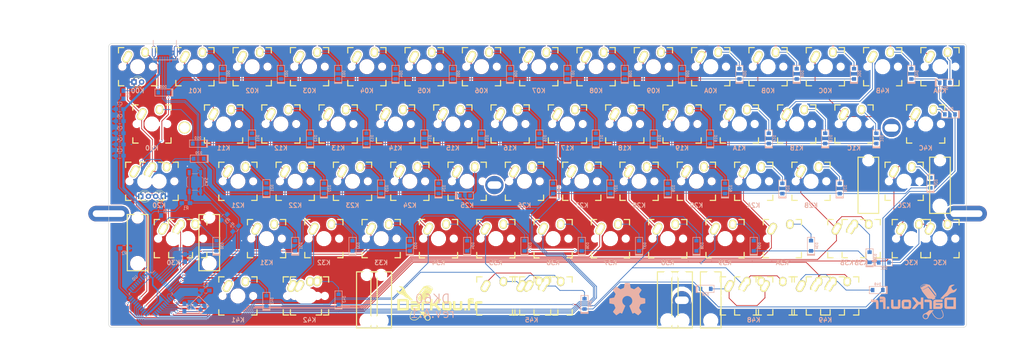
<source format=kicad_pcb>
(kicad_pcb (version 4) (host pcbnew 4.0.5+dfsg1-4)
  (title_block (title "MX/Alps HHKB") (date 2017-05-22) (rev A.1) (company DarKou))
  (layers (0 F.Cu signal) (31 B.Cu signal) (34 B.Paste user) (35 F.Paste user) (36 B.SilkS user) (37 F.SilkS user) (38 B.Mask user) (39 F.Mask user) (44 Edge.Cuts user))
  (net 0 "")
  (net 1 "Net-(C1-Pad1)")
  (net 2 GND)
  (net 3 "Net-(C2-Pad1)")
  (net 4 VCC)
  (net 5 "Net-(C8-Pad1)")
  (net 6 "Net-(D1-Pad2)")
  (net 7 /Row0)
  (net 8 "Net-(D2-Pad2)")
  (net 9 "Net-(D3-Pad2)")
  (net 10 "Net-(D4-Pad2)")
  (net 11 "Net-(D5-Pad2)")
  (net 12 "Net-(D6-Pad2)")
  (net 13 "Net-(D7-Pad2)")
  (net 14 "Net-(D8-Pad2)")
  (net 15 "Net-(D9-Pad2)")
  (net 16 "Net-(D10-Pad2)")
  (net 17 "Net-(D11-Pad2)")
  (net 18 "Net-(D12-Pad2)")
  (net 19 "Net-(D13-Pad2)")
  (net 20 "Net-(D14-Pad2)")
  (net 21 /Row1)
  (net 22 "Net-(D15-Pad2)")
  (net 23 "Net-(D16-Pad2)")
  (net 24 "Net-(D17-Pad2)")
  (net 25 "Net-(D18-Pad2)")
  (net 26 "Net-(D19-Pad2)")
  (net 27 "Net-(D20-Pad2)")
  (net 28 "Net-(D21-Pad2)")
  (net 29 "Net-(D22-Pad2)")
  (net 30 "Net-(D23-Pad2)")
  (net 31 "Net-(D24-Pad2)")
  (net 32 "Net-(D25-Pad2)")
  (net 33 "Net-(D26-Pad2)")
  (net 34 "Net-(D27-Pad2)")
  (net 35 /Row2)
  (net 36 "Net-(D28-Pad2)")
  (net 37 "Net-(D29-Pad2)")
  (net 38 "Net-(D30-Pad2)")
  (net 39 "Net-(D31-Pad2)")
  (net 40 "Net-(D32-Pad2)")
  (net 41 "Net-(D33-Pad2)")
  (net 42 "Net-(D34-Pad2)")
  (net 43 "Net-(D35-Pad2)")
  (net 44 "Net-(D36-Pad2)")
  (net 45 "Net-(D37-Pad2)")
  (net 46 "Net-(D38-Pad2)")
  (net 47 "Net-(D39-Pad2)")
  (net 48 "Net-(D40-Pad2)")
  (net 49 /Row3)
  (net 50 "Net-(D41-Pad2)")
  (net 51 "Net-(D42-Pad2)")
  (net 52 "Net-(D43-Pad2)")
  (net 53 "Net-(D44-Pad2)")
  (net 54 "Net-(D45-Pad2)")
  (net 55 "Net-(D46-Pad2)")
  (net 56 "Net-(D47-Pad2)")
  (net 57 "Net-(D48-Pad2)")
  (net 58 "Net-(D49-Pad2)")
  (net 59 "Net-(D50-Pad2)")
  (net 60 "Net-(D51-Pad2)")
  (net 61 "Net-(D52-Pad2)")
  (net 62 "Net-(D53-Pad2)")
  (net 63 /Row4)
  (net 64 "Net-(D54-Pad2)")
  (net 65 "Net-(D55-Pad2)")
  (net 66 "Net-(D56-Pad2)")
  (net 67 "Net-(D57-Pad2)")
  (net 68 "Net-(D58-Pad2)")
  (net 69 "Net-(D59-Pad2)")
  (net 70 "Net-(D60-Pad2)")
  (net 71 "Net-(J1-Pad2)")
  (net 72 "Net-(J1-Pad3)")
  (net 73 "Net-(J1-Pad4)")
  (net 74 /Col0)
  (net 75 /Col1)
  (net 76 /Col2)
  (net 77 /Col3)
  (net 78 /Col4)
  (net 79 /Col5)
  (net 80 /Col6)
  (net 81 /Col7)
  (net 82 /Col8)
  (net 83 /Col9)
  (net 84 /Col10)
  (net 85 /Col11)
  (net 86 /Col12)
  (net 87 "Net-(R1-Pad2)")
  (net 88 "Net-(R2-Pad1)")
  (net 89 "Net-(R3-Pad1)")
  (net 90 "Net-(R4-Pad2)")
  (net 91 "Net-(U0-Pad35)")
  (net 92 "Net-(U0-Pad36)")
  (net 93 "Net-(U0-Pad37)")
  (net 94 "Net-(U0-Pad38)")
  (net 95 "Net-(U0-Pad39)")
  (net 96 "Net-(U0-Pad42)")
  (net 97 "Net-(U0-Pad43)")
  (net 98 "Net-(LD0-Pad2)")
  (net 99 "Net-(LD1-Pad2)")
  (net 100 /ESC_LED)
  (net 101 /CAPS_LED)
  (net 102 "Net-(U0-Pad40)")
  (module Footprint:Mx_Alps_600 (layer F.Cu) (at 214.3125 183.35625)
    (fp_text reference K64 hide)
    (fp_text value SPACE hide)
    (pad HOLE np_thru_hole circle (at 0 0) (size 3.9878 3.9878) (drill 3.9878) (layers *.Cu))
    (pad HOLE np_thru_hole circle (at -5.08 0) (size 1.7018 1.7018) (drill 1.7018) (layers *.Cu))
    (pad HOLE np_thru_hole circle (at 5.08 0) (size 1.7018 1.7018) (drill 1.7018) (layers *.Cu))
    (pad 1 thru_hole oval (at -3.405 -3.27 330.95) (size 2.5 4.17) (drill oval 1.5 3.17) (layers *.Cu *.Mask F.SilkS) (net 65 "Net-(D55-Pad2)"))
    (pad 2 thru_hole oval (at 2.52 -4.79 356.1) (size 2.5 3.08) (drill oval 1.5 2.08) (layers *.Cu *.Mask F.SilkS) (net 79 /Col5))
  )
  (module Footprint:MXST (layer F.Cu) (at 100.0125 164.30625)
    (fp_text reference MXST hide)
    (fp_text value VAL** hide)
    (pad "" np_thru_hole circle (at 0 -6.985) (size 3.048 3.048) (drill 3.048) (layers *.Cu *.Mask))
    (pad "" np_thru_hole circle (at 0 8.255) (size 3.9802 3.9802) (drill 3.9802) (layers *.Cu *.Mask))
  )
  (module Footprint:MXST (layer F.Cu) (at 76.2 164.30625)
    (fp_text reference MXST hide)
    (fp_text value VAL** hide)
    (pad "" np_thru_hole circle (at 0 -6.985) (size 3.048 3.048) (drill 3.048) (layers *.Cu *.Mask))
    (pad "" np_thru_hole circle (at 0 8.255) (size 3.9802 3.9802) (drill 3.9802) (layers *.Cu *.Mask))
  )
  (module Housings_QFP:TQFP-44_10x10mm_Pitch0.8mm (layer B.Cu) (at 80.6 182.7 225)
    (fp_text reference U0 (at 0 7.450001 225) (layer B.SilkS) (effects (justify mirror)))
    (fp_text value ATMEGA32U4)
    (pad 1 smd rect (at -5.7 4 225) (size 1.5 0.55) (layers B.Cu B.Paste B.Mask) (net 101 /CAPS_LED))
    (pad 2 smd rect (at -5.7 3.2 225) (size 1.5 0.55) (layers B.Cu B.Paste B.Mask) (net 4 VCC))
    (pad 3 smd rect (at -5.7 2.4 225) (size 1.5 0.55) (layers B.Cu B.Paste B.Mask) (net 89 "Net-(R3-Pad1)"))
    (pad 4 smd rect (at -5.7 1.6 225) (size 1.5 0.55) (layers B.Cu B.Paste B.Mask) (net 90 "Net-(R4-Pad2)"))
    (pad 5 smd rect (at -5.7 0.8 225) (size 1.5 0.55) (layers B.Cu B.Paste B.Mask) (net 2 GND))
    (pad 6 smd rect (at -5.7 0 225) (size 1.5 0.55) (layers B.Cu B.Paste B.Mask) (net 5 "Net-(C8-Pad1)"))
    (pad 7 smd rect (at -5.7 -0.8 225) (size 1.5 0.55) (layers B.Cu B.Paste B.Mask) (net 4 VCC))
    (pad 8 smd rect (at -5.7 -1.6 225) (size 1.5 0.55) (layers B.Cu B.Paste B.Mask) (net 74 /Col0))
    (pad 9 smd rect (at -5.7 -2.4 225) (size 1.5 0.55) (layers B.Cu B.Paste B.Mask) (net 77 /Col3))
    (pad 10 smd rect (at -5.7 -3.2 225) (size 1.5 0.55) (layers B.Cu B.Paste B.Mask) (net 76 /Col2))
    (pad 11 smd rect (at -5.7 -4 225) (size 1.5 0.55) (layers B.Cu B.Paste B.Mask) (net 75 /Col1))
    (pad 12 smd rect (at -4 -5.7 135) (size 1.5 0.55) (layers B.Cu B.Paste B.Mask) (net 81 /Col7))
    (pad 13 smd rect (at -3.2 -5.7 135) (size 1.5 0.55) (layers B.Cu B.Paste B.Mask) (net 87 "Net-(R1-Pad2)"))
    (pad 14 smd rect (at -2.4 -5.7 135) (size 1.5 0.55) (layers B.Cu B.Paste B.Mask) (net 4 VCC))
    (pad 15 smd rect (at -1.6 -5.7 135) (size 1.5 0.55) (layers B.Cu B.Paste B.Mask) (net 2 GND))
    (pad 16 smd rect (at -0.8 -5.7 135) (size 1.5 0.55) (layers B.Cu B.Paste B.Mask) (net 1 "Net-(C1-Pad1)"))
    (pad 17 smd rect (at 0 -5.7 135) (size 1.5 0.55) (layers B.Cu B.Paste B.Mask) (net 3 "Net-(C2-Pad1)"))
    (pad 18 smd rect (at 0.8 -5.7 135) (size 1.5 0.55) (layers B.Cu B.Paste B.Mask) (net 84 /Col10))
    (pad 19 smd rect (at 1.6 -5.7 135) (size 1.5 0.55) (layers B.Cu B.Paste B.Mask) (net 85 /Col11))
    (pad 20 smd rect (at 2.4 -5.7 135) (size 1.5 0.55) (layers B.Cu B.Paste B.Mask) (net 86 /Col12))
    (pad 21 smd rect (at 3.2 -5.7 135) (size 1.5 0.55) (layers B.Cu B.Paste B.Mask) (net 78 /Col4))
    (pad 22 smd rect (at 4 -5.7 135) (size 1.5 0.55) (layers B.Cu B.Paste B.Mask) (net 79 /Col5))
    (pad 23 smd rect (at 5.7 -4 225) (size 1.5 0.55) (layers B.Cu B.Paste B.Mask) (net 2 GND))
    (pad 24 smd rect (at 5.7 -3.2 225) (size 1.5 0.55) (layers B.Cu B.Paste B.Mask) (net 4 VCC))
    (pad 25 smd rect (at 5.7 -2.4 225) (size 1.5 0.55) (layers B.Cu B.Paste B.Mask) (net 63 /Row4))
    (pad 26 smd rect (at 5.7 -1.6 225) (size 1.5 0.55) (layers B.Cu B.Paste B.Mask) (net 49 /Row3))
    (pad 27 smd rect (at 5.7 -0.8 225) (size 1.5 0.55) (layers B.Cu B.Paste B.Mask) (net 35 /Row2))
    (pad 28 smd rect (at 5.7 0 225) (size 1.5 0.55) (layers B.Cu B.Paste B.Mask) (net 21 /Row1))
    (pad 29 smd rect (at 5.7 0.8 225) (size 1.5 0.55) (layers B.Cu B.Paste B.Mask) (net 80 /Col6))
    (pad 30 smd rect (at 5.7 1.6 225) (size 1.5 0.55) (layers B.Cu B.Paste B.Mask) (net 7 /Row0))
    (pad 31 smd rect (at 5.7 2.4 225) (size 1.5 0.55) (layers B.Cu B.Paste B.Mask) (net 82 /Col8))
    (pad 32 smd rect (at 5.7 3.2 225) (size 1.5 0.55) (layers B.Cu B.Paste B.Mask) (net 83 /Col9))
    (pad 33 smd rect (at 5.7 4 225) (size 1.5 0.55) (layers B.Cu B.Paste B.Mask) (net 88 "Net-(R2-Pad1)"))
    (pad 34 smd rect (at 4 5.7 135) (size 1.5 0.55) (layers B.Cu B.Paste B.Mask) (net 4 VCC))
    (pad 35 smd rect (at 3.2 5.7 135) (size 1.5 0.55) (layers B.Cu B.Paste B.Mask) (net 91 "Net-(U0-Pad35)"))
    (pad 36 smd rect (at 2.4 5.7 135) (size 1.5 0.55) (layers B.Cu B.Paste B.Mask) (net 92 "Net-(U0-Pad36)"))
    (pad 37 smd rect (at 1.6 5.7 135) (size 1.5 0.55) (layers B.Cu B.Paste B.Mask) (net 93 "Net-(U0-Pad37)"))
    (pad 38 smd rect (at 0.8 5.7 135) (size 1.5 0.55) (layers B.Cu B.Paste B.Mask) (net 94 "Net-(U0-Pad38)"))
    (pad 39 smd rect (at 0 5.7 135) (size 1.5 0.55) (layers B.Cu B.Paste B.Mask) (net 95 "Net-(U0-Pad39)"))
    (pad 40 smd rect (at -0.8 5.7 135) (size 1.5 0.55) (layers B.Cu B.Paste B.Mask) (net 102 "Net-(U0-Pad40)"))
    (pad 41 smd rect (at -1.6 5.7 135) (size 1.5 0.55) (layers B.Cu B.Paste B.Mask) (net 100 /ESC_LED))
    (pad 42 smd rect (at -2.4 5.7 135) (size 1.5 0.55) (layers B.Cu B.Paste B.Mask) (net 96 "Net-(U0-Pad42)"))
    (pad 43 smd rect (at -3.2 5.7 135) (size 1.5 0.55) (layers B.Cu B.Paste B.Mask) (net 97 "Net-(U0-Pad43)"))
    (pad 44 smd rect (at -4 5.7 135) (size 1.5 0.55) (layers B.Cu B.Paste B.Mask) (net 4 VCC))
  )
  (module Capacitors_SMD:C_0805_HandSoldering (layer B.Cu) (at 98.8 181.55 180)
    (fp_text reference C1 (at 0 1.75 180) (layer B.SilkS) (effects (justify mirror)))
    (fp_text value 22p)
    (pad 1 smd rect (at -1.25 0 180) (size 1.5 1.25) (layers B.Cu B.Paste B.Mask) (net 1 "Net-(C1-Pad1)"))
    (pad 2 smd rect (at 1.25 0 180) (size 1.5 1.25) (layers B.Cu B.Paste B.Mask) (net 2 GND))
  )
  (module Capacitors_SMD:C_0805_HandSoldering (layer B.Cu) (at 91.75 187.2 90)
    (fp_text reference C2 (at 0 1.75 90) (layer B.SilkS) (effects (justify mirror)))
    (fp_text value 22p)
    (pad 1 smd rect (at -1.25 0 90) (size 1.5 1.25) (layers B.Cu B.Paste B.Mask) (net 3 "Net-(C2-Pad1)"))
    (pad 2 smd rect (at 1.25 0 90) (size 1.5 1.25) (layers B.Cu B.Paste B.Mask) (net 2 GND))
  )
  (module Capacitors_SMD:C_0805_HandSoldering (layer B.Cu) (at 70.25 136.75 180)
    (fp_text reference C3 (at 0 1.75 180) (layer B.SilkS) (effects (justify mirror)))
    (fp_text value 0.1u hide)
    (pad 1 smd rect (at -1.25 0 180) (size 1.5 1.25) (layers B.Cu B.Paste B.Mask) (net 4 VCC))
    (pad 2 smd rect (at 1.25 0 180) (size 1.5 1.25) (layers B.Cu B.Paste B.Mask) (net 2 GND))
  )
  (module Capacitors_SMD:C_0805_HandSoldering (layer B.Cu) (at 70.25 133 180)
    (fp_text reference C4 (at 0 1.75 180) (layer B.SilkS) (effects (justify mirror)))
    (fp_text value 0.1u hide)
    (pad 1 smd rect (at -1.25 0 180) (size 1.5 1.25) (layers B.Cu B.Paste B.Mask) (net 4 VCC))
    (pad 2 smd rect (at 1.25 0 180) (size 1.5 1.25) (layers B.Cu B.Paste B.Mask) (net 2 GND))
  )
  (module Capacitors_SMD:C_0805_HandSoldering (layer B.Cu) (at 70.25 129.25 180)
    (fp_text reference C5 (at 0 1.75 180) (layer B.SilkS) (effects (justify mirror)))
    (fp_text value 0.1u hide)
    (pad 1 smd rect (at -1.25 0 180) (size 1.5 1.25) (layers B.Cu B.Paste B.Mask) (net 4 VCC))
    (pad 2 smd rect (at 1.25 0 180) (size 1.5 1.25) (layers B.Cu B.Paste B.Mask) (net 2 GND))
  )
  (module Capacitors_SMD:C_0805_HandSoldering (layer B.Cu) (at 70.25 125.25 180)
    (fp_text reference C6 (at 0 1.75 180) (layer B.SilkS) (effects (justify mirror)))
    (fp_text value 0.1u hide)
    (pad 1 smd rect (at -1.25 0 180) (size 1.5 1.25) (layers B.Cu B.Paste B.Mask) (net 4 VCC))
    (pad 2 smd rect (at 1.25 0 180) (size 1.5 1.25) (layers B.Cu B.Paste B.Mask) (net 2 GND))
  )
  (module Capacitors_SMD:C_0805_HandSoldering (layer B.Cu) (at 70.25 121.25 180)
    (fp_text reference C7 (at 0 1.75 180) (layer B.SilkS) (effects (justify mirror)))
    (fp_text value 4.7u hide)
    (pad 1 smd rect (at -1.25 0 180) (size 1.5 1.25) (layers B.Cu B.Paste B.Mask) (net 4 VCC))
    (pad 2 smd rect (at 1.25 0 180) (size 1.5 1.25) (layers B.Cu B.Paste B.Mask) (net 2 GND))
  )
  (module Capacitors_SMD:C_0805_HandSoldering (layer B.Cu) (at 92 170.75 90)
    (fp_text reference C8 (at 0 1.75 90) (layer B.SilkS) (effects (justify mirror)))
    (fp_text value 1u)
    (pad 1 smd rect (at -1.25 0 90) (size 1.5 1.25) (layers B.Cu B.Paste B.Mask) (net 5 "Net-(C8-Pad1)"))
    (pad 2 smd rect (at 1.25 0 90) (size 1.5 1.25) (layers B.Cu B.Paste B.Mask) (net 2 GND))
  )
  (module Resistors_SMD:R_0805_HandSoldering (layer B.Cu) (at 92.25 152.5)
    (fp_text reference R1 (at 0 1.7) (layer B.SilkS) (effects (justify mirror)))
    (fp_text value 10K)
    (pad 1 smd rect (at -1.35 0) (size 1.5 1.3) (layers B.Cu B.Paste B.Mask) (net 4 VCC))
    (pad 2 smd rect (at 1.35 0) (size 1.5 1.3) (layers B.Cu B.Paste B.Mask) (net 87 "Net-(R1-Pad2)"))
  )
  (module Resistors_SMD:R_0805_HandSoldering (layer B.Cu) (at 71.75 167.5)
    (fp_text reference R2 (at 0 1.700001) (layer B.SilkS) (effects (justify mirror)))
    (fp_text value 10K)
    (pad 1 smd rect (at -1.35 0) (size 1.5 1.3) (layers B.Cu B.Paste B.Mask) (net 88 "Net-(R2-Pad1)"))
    (pad 2 smd rect (at 1.35 0) (size 1.5 1.3) (layers B.Cu B.Paste B.Mask) (net 2 GND))
  )
  (module Resistors_SMD:R_0805_HandSoldering (layer B.Cu) (at 105 157.2 45)
    (fp_text reference R3 (at 0 1.7 45) (layer B.SilkS) (effects (justify mirror)))
    (fp_text value 22)
    (pad 1 smd rect (at -1.35 0 45) (size 1.5 1.3) (layers B.Cu B.Paste B.Mask) (net 89 "Net-(R3-Pad1)"))
    (pad 2 smd rect (at 1.35 0 45) (size 1.5 1.3) (layers B.Cu B.Paste B.Mask) (net 71 "Net-(J1-Pad2)"))
  )
  (module Resistors_SMD:R_0805_HandSoldering (layer B.Cu) (at 108.8 161 225)
    (fp_text reference R4 (at 0 1.7 225) (layer B.SilkS) (effects (justify mirror)))
    (fp_text value 22)
    (pad 1 smd rect (at -1.35 0 225) (size 1.5 1.3) (layers B.Cu B.Paste B.Mask) (net 72 "Net-(J1-Pad3)"))
    (pad 2 smd rect (at 1.35 0 225) (size 1.5 1.3) (layers B.Cu B.Paste B.Mask) (net 90 "Net-(R4-Pad2)"))
  )
  (module Buttons_Switches_SMD:SW_SPST_TL3342 (layer B.Cu) (at 95.25 145.5 90)
    (fp_text reference SW1 (at 0 3.75 90) (layer B.SilkS) (effects (justify mirror)))
    (fp_text value SW_PUSH)
    (pad 1 smd rect (at -3.15 1.9 90) (size 1.7 1) (layers B.Cu B.Paste B.Mask) (net 2 GND))
    (pad 1 smd rect (at 3.15 1.9 90) (size 1.7 1) (layers B.Cu B.Paste B.Mask) (net 2 GND))
    (pad 2 smd rect (at -3.15 -1.9 90) (size 1.7 1) (layers B.Cu B.Paste B.Mask) (net 87 "Net-(R1-Pad2)"))
    (pad 2 smd rect (at 3.15 -1.9 90) (size 1.7 1) (layers B.Cu B.Paste B.Mask) (net 87 "Net-(R1-Pad2)"))
  )
  (module Footprint:Poker_side_edge_long (layer F.Cu) (at 66.6 156)
    (fp_text reference Poker_side_edge_long hide)
    (fp_text value VAL** hide)
    (pad "" thru_hole oval (at 0 0) (size 13.6 5.2) (drill oval 10.6 2.2) (layers *.Cu *.Mask))
  )
  (module Footprint:Poker_side_edge_long (layer F.Cu) (at 351.7 156)
    (fp_text reference Poker_side_edge_long hide)
    (fp_text value VAL** hide)
    (pad "" thru_hole oval (at 0 0) (size 13.6 5.2) (drill oval 10.6 2.2) (layers *.Cu *.Mask))
  )
  (module Footprint:HOLE_M3 (layer F.Cu) (at 91.8 127.4)
    (fp_text reference HOLE_M3 hide)
    (fp_text value VAL** hide)
    (pad 1 thru_hole circle (at 0 0) (size 4 4) (drill 3.2) (layers *.Cu *.Mask F.SilkS))
  )
  (module Footprint:Poker_oval_hole (layer F.Cu) (at 326.8 127.5)
    (fp_text reference Poker_oval_hole hide)
    (fp_text value VAL** hide)
    (pad "" thru_hole circle (at 0 0) (size 6.1 6.1) (drill oval 4.6 2.5) (layers *.Cu *.Mask))
  )
  (module Footprint:Poker_oval_hole (layer F.Cu) (at 257.1 184.8)
    (fp_text reference Poker_oval_hole hide)
    (fp_text value VAL** hide)
    (pad "" thru_hole circle (at 0 0) (size 6.1 6.1) (drill oval 4.6 2.5) (layers *.Cu *.Mask))
  )
  (module Footprint:Poker_oval_hole (layer F.Cu) (at 194.8 146.5)
    (fp_text reference Poker_oval_hole hide)
    (fp_text value VAL** hide)
    (pad "" thru_hole circle (at 0 0) (size 6.1 6.1) (drill oval 4.6 2.5) (layers *.Cu *.Mask))
  )
  (module Footprint:OPEN-HARDWARE (layer B.Cu) (at 239 184.5 180)
    (fp_text reference G*** hide)
    (fp_text value LOGO hide)
  )
  (module Footprint:darkou (layer B.Cu) (at 334.25 185.25 180)
    (fp_text reference G*** hide)
    (fp_text value LOGO hide)
  )
  (module Footprint:darkou (layer F.Cu) (at 176.5 185.75)
    (fp_text reference G*** hide)
    (fp_text value LOGO hide)
  )
  (module Footprint:FA-238 (layer B.Cu) (at 96.9 186.4 315)
    (fp_text reference X1 hide)
    (fp_text value XTAL_GND hide)
    (pad 3 smd rect (at -1.1 0.8 315) (size 1.4 1.2) (drill (offset -0.1 0.05)) (layers B.Cu B.Paste B.Mask) (net 2 GND) (clearance 0.2))
    (pad 2 smd rect (at 1.1 0.8 315) (size 1.4 1.2) (drill (offset 0.1 0.05)) (layers B.Cu B.Paste B.Mask) (net 3 "Net-(C2-Pad1)") (clearance 0.2))
    (pad 1 smd rect (at -1.1 -0.8 315) (size 1.4 1.2) (drill (offset -0.1 -0.05)) (layers B.Cu B.Paste B.Mask) (net 1 "Net-(C1-Pad1)") (clearance 0.2))
    (pad 3 smd rect (at 1.1 -0.8 315) (size 1.4 1.2) (drill (offset 0.1 -0.05)) (layers B.Cu B.Paste B.Mask) (net 2 GND) (clearance 0.2))
  )
  (module LEDs:LED_D3.0mm (layer F.Cu) (at 75 112.25)
    (fp_text reference LD0 hide)
    (fp_text value ESC_LED hide)
    (pad 1 thru_hole rect (at 0 0) (size 1.8 1.8) (drill 0.9) (layers *.Cu *.Mask) (net 2 GND))
    (pad 2 thru_hole circle (at 2.54 0) (size 1.8 1.8) (drill 0.9) (layers *.Cu *.Mask) (net 98 "Net-(LD0-Pad2)"))
  )
  (module LEDs:LED_D3.0mm (layer F.Cu) (at 77.25 150.25)
    (fp_text reference LD1 hide)
    (fp_text value CAPS_LED hide)
    (pad 1 thru_hole rect (at 0 0) (size 1.8 1.8) (drill 0.9) (layers *.Cu *.Mask) (net 2 GND))
    (pad 2 thru_hole circle (at 2.54 0) (size 1.8 1.8) (drill 0.9) (layers *.Cu *.Mask) (net 99 "Net-(LD1-Pad2)"))
  )
  (module Resistors_SMD:R_0805_HandSoldering (layer B.Cu) (at 71.5 116.5 90)
    (fp_text reference R5 (at 0 1.7 90) (layer B.SilkS) (effects (justify mirror)))
    (fp_text value R)
    (pad 1 smd rect (at -1.35 0 90) (size 1.5 1.3) (layers B.Cu B.Paste B.Mask) (net 100 /ESC_LED))
    (pad 2 smd rect (at 1.35 0 90) (size 1.5 1.3) (layers B.Cu B.Paste B.Mask) (net 98 "Net-(LD0-Pad2)"))
  )
  (module Resistors_SMD:R_0805_HandSoldering (layer B.Cu) (at 84 155.25 90)
    (fp_text reference R6 (at 0 1.7 90) (layer B.SilkS) (effects (justify mirror)))
    (fp_text value R)
    (pad 1 smd rect (at -1.35 0 90) (size 1.5 1.3) (layers B.Cu B.Paste B.Mask) (net 101 /CAPS_LED))
    (pad 2 smd rect (at 1.35 0 90) (size 1.5 1.3) (layers B.Cu B.Paste B.Mask) (net 99 "Net-(LD1-Pad2)"))
  )
  (module LEDs:LED_D3.0mm (layer F.Cu) (at 84.75 150.25 180)
    (fp_text reference LD2 hide)
    (fp_text value CAPS_LED hide)
    (pad 1 thru_hole rect (at 0 0 180) (size 1.8 1.8) (drill 0.9) (layers *.Cu *.Mask) (net 2 GND))
    (pad 2 thru_hole circle (at 2.54 0 180) (size 1.8 1.8) (drill 0.9) (layers *.Cu *.Mask) (net 99 "Net-(LD1-Pad2)"))
  )
  (module Footprint:Mx_Alps_175_STEPPED (layer F.Cu) (at 78.58125 145.25625)
    (fp_text reference K61 hide)
    (fp_text value Ctrl hide)
    (pad HOLE np_thru_hole circle (at 0 0) (size 3.9878 3.9878) (drill 3.9878) (layers *.Cu))
    (pad HOLE np_thru_hole circle (at -5.08 0) (size 1.7018 1.7018) (drill 1.7018) (layers *.Cu))
    (pad HOLE np_thru_hole circle (at 5.08 0) (size 1.7018 1.7018) (drill 1.7018) (layers *.Cu))
    (pad 1 thru_hole oval (at -3.405 -3.27 330.95) (size 2.5 4.17) (drill oval 1.5 3.17) (layers *.Cu *.Mask F.SilkS) (net 34 "Net-(D27-Pad2)"))
    (pad 2 thru_hole oval (at 2.52 -4.79 356.1) (size 2.5 3.08) (drill oval 1.5 2.08) (layers *.Cu *.Mask F.SilkS) (net 74 /Col0))
  )
  (module Footprint:USB_miniB_hirose_5S8 (layer B.Cu) (at 85.25 104.5)
    (fp_text reference J1 hide)
    (fp_text value USB_mini_micro_B hide)
    (pad 1 smd rect (at -1.6 0) (size 0.5 1.4) (layers B.Cu B.Paste B.Mask) (net 4 VCC))
    (pad 2 smd rect (at -0.8 0) (size 0.5 1.4) (layers B.Cu B.Paste B.Mask) (net 71 "Net-(J1-Pad2)"))
    (pad 3 smd rect (at 0 0) (size 0.5 1.4) (layers B.Cu B.Paste B.Mask) (net 72 "Net-(J1-Pad3)"))
    (pad 4 smd rect (at 0.8 0) (size 0.5 1.4) (layers B.Cu B.Paste B.Mask) (net 73 "Net-(J1-Pad4)"))
    (pad 5 smd rect (at 1.6 0) (size 0.5 1.4) (layers B.Cu B.Paste B.Mask) (net 2 GND))
    (pad 6 thru_hole oval (at -3.65 -2.4) (size 1.3 3.8) (drill oval 0.7 3.2) (layers *.Cu *.Mask B.Paste) (net 2 GND))
    (pad 6 thru_hole oval (at 3.65 -2.4) (size 1.3 3.8) (drill oval 0.7 3.2) (layers *.Cu *.Mask B.Paste) (net 2 GND))
  )
  (module Footprint:Mx_Alps_100 (layer F.Cu) (at 300.0375 183.35625)
    (fp_text reference K68 hide)
    (fp_text value R_GUI hide)
    (pad HOLE np_thru_hole circle (at 0 0) (size 3.9878 3.9878) (drill 3.9878) (layers *.Cu))
    (pad HOLE np_thru_hole circle (at -5.08 0) (size 1.7018 1.7018) (drill 1.7018) (layers *.Cu))
    (pad HOLE np_thru_hole circle (at 5.08 0) (size 1.7018 1.7018) (drill 1.7018) (layers *.Cu))
    (pad 1 thru_hole oval (at -3.405 -3.27 330.95) (size 2.5 4.17) (drill oval 1.5 3.17) (layers *.Cu *.Mask F.SilkS) (net 67 "Net-(D57-Pad2)"))
    (pad 2 thru_hole oval (at 2.52 -4.79 356.1) (size 2.5 3.08) (drill oval 1.5 2.08) (layers *.Cu *.Mask F.SilkS) (net 83 /Col9))
  )
  (module Footprint:Mx_Alps_100 (layer F.Cu) (at 309.5625 183.35625)
    (fp_text reference K67 hide)
    (fp_text value R_GUI hide)
    (pad HOLE np_thru_hole circle (at 0 0) (size 3.9878 3.9878) (drill 3.9878) (layers *.Cu))
    (pad HOLE np_thru_hole circle (at -5.08 0) (size 1.7018 1.7018) (drill 1.7018) (layers *.Cu))
    (pad HOLE np_thru_hole circle (at 5.08 0) (size 1.7018 1.7018) (drill 1.7018) (layers *.Cu))
    (pad 1 thru_hole oval (at -3.405 -3.27 330.95) (size 2.5 4.17) (drill oval 1.5 3.17) (layers *.Cu *.Mask F.SilkS) (net 67 "Net-(D57-Pad2)"))
    (pad 2 thru_hole oval (at 2.52 -4.79 356.1) (size 2.5 3.08) (drill oval 1.5 2.08) (layers *.Cu *.Mask F.SilkS) (net 83 /Col9))
  )
  (module Footprint:Mx_Alps_100 (layer F.Cu) (at 323.85 107.15625)
    (fp_text reference K59 hide)
    (fp_text value K4B (at 0 8) (layer B.SilkS) (effects (font (thickness 0.3048)) (justify mirror)))
    (pad HOLE np_thru_hole circle (at 0 0) (size 3.9878 3.9878) (drill 3.9878) (layers *.Cu))
    (pad HOLE np_thru_hole circle (at -5.08 0) (size 1.7018 1.7018) (drill 1.7018) (layers *.Cu))
    (pad HOLE np_thru_hole circle (at 5.08 0) (size 1.7018 1.7018) (drill 1.7018) (layers *.Cu))
    (pad 1 thru_hole oval (at -3.405 -3.27 330.95) (size 2.5 4.17) (drill oval 1.5 3.17) (layers *.Cu *.Mask F.SilkS) (net 85 /Col11))
    (pad 2 thru_hole oval (at 2.52 -4.79 356.1) (size 2.5 3.08) (drill oval 1.5 2.08) (layers *.Cu *.Mask F.SilkS) (net 69 "Net-(D59-Pad2)"))
  )
  (module Footprint:Mx_Alps_100 (layer F.Cu) (at 76.2 107.15625)
    (fp_text reference K1 hide)
    (fp_text value K00 (at 0 8) (layer B.SilkS) (effects (font (thickness 0.3048)) (justify mirror)))
    (pad HOLE np_thru_hole circle (at 0 0) (size 3.9878 3.9878) (drill 3.9878) (layers *.Cu))
    (pad HOLE np_thru_hole circle (at -5.08 0) (size 1.7018 1.7018) (drill 1.7018) (layers *.Cu))
    (pad HOLE np_thru_hole circle (at 5.08 0) (size 1.7018 1.7018) (drill 1.7018) (layers *.Cu))
    (pad 1 thru_hole oval (at -3.405 -3.27 330.95) (size 2.5 4.17) (drill oval 1.5 3.17) (layers *.Cu *.Mask F.SilkS) (net 74 /Col0))
    (pad 2 thru_hole oval (at 2.52 -4.79 356.1) (size 2.5 3.08) (drill oval 1.5 2.08) (layers *.Cu *.Mask F.SilkS) (net 6 "Net-(D1-Pad2)"))
  )
  (module Footprint:Mx_Alps_100 (layer F.Cu) (at 114.3 107.15625)
    (fp_text reference K3 hide)
    (fp_text value K02 (at 0 8) (layer B.SilkS) (effects (font (thickness 0.3048)) (justify mirror)))
    (pad HOLE np_thru_hole circle (at 0 0) (size 3.9878 3.9878) (drill 3.9878) (layers *.Cu))
    (pad HOLE np_thru_hole circle (at -5.08 0) (size 1.7018 1.7018) (drill 1.7018) (layers *.Cu))
    (pad HOLE np_thru_hole circle (at 5.08 0) (size 1.7018 1.7018) (drill 1.7018) (layers *.Cu))
    (pad 1 thru_hole oval (at -3.405 -3.27 330.95) (size 2.5 4.17) (drill oval 1.5 3.17) (layers *.Cu *.Mask F.SilkS) (net 76 /Col2))
    (pad 2 thru_hole oval (at 2.52 -4.79 356.1) (size 2.5 3.08) (drill oval 1.5 2.08) (layers *.Cu *.Mask F.SilkS) (net 9 "Net-(D3-Pad2)"))
  )
  (module Footprint:Mx_Alps_100 (layer F.Cu) (at 133.35 107.15625)
    (fp_text reference K4 hide)
    (fp_text value K03 (at 0 8) (layer B.SilkS) (effects (font (thickness 0.3048)) (justify mirror)))
    (pad HOLE np_thru_hole circle (at 0 0) (size 3.9878 3.9878) (drill 3.9878) (layers *.Cu))
    (pad HOLE np_thru_hole circle (at -5.08 0) (size 1.7018 1.7018) (drill 1.7018) (layers *.Cu))
    (pad HOLE np_thru_hole circle (at 5.08 0) (size 1.7018 1.7018) (drill 1.7018) (layers *.Cu))
    (pad 1 thru_hole oval (at -3.405 -3.27 330.95) (size 2.5 4.17) (drill oval 1.5 3.17) (layers *.Cu *.Mask F.SilkS) (net 77 /Col3))
    (pad 2 thru_hole oval (at 2.52 -4.79 356.1) (size 2.5 3.08) (drill oval 1.5 2.08) (layers *.Cu *.Mask F.SilkS) (net 10 "Net-(D4-Pad2)"))
  )
  (module Footprint:Mx_Alps_100 (layer F.Cu) (at 152.4 107.15625)
    (fp_text reference K5 hide)
    (fp_text value K04 (at 0 8) (layer B.SilkS) (effects (font (thickness 0.3048)) (justify mirror)))
    (pad HOLE np_thru_hole circle (at 0 0) (size 3.9878 3.9878) (drill 3.9878) (layers *.Cu))
    (pad HOLE np_thru_hole circle (at -5.08 0) (size 1.7018 1.7018) (drill 1.7018) (layers *.Cu))
    (pad HOLE np_thru_hole circle (at 5.08 0) (size 1.7018 1.7018) (drill 1.7018) (layers *.Cu))
    (pad 1 thru_hole oval (at -3.405 -3.27 330.95) (size 2.5 4.17) (drill oval 1.5 3.17) (layers *.Cu *.Mask F.SilkS) (net 78 /Col4))
    (pad 2 thru_hole oval (at 2.52 -4.79 356.1) (size 2.5 3.08) (drill oval 1.5 2.08) (layers *.Cu *.Mask F.SilkS) (net 11 "Net-(D5-Pad2)"))
  )
  (module Footprint:Mx_Alps_100 (layer F.Cu) (at 171.45 107.15625)
    (fp_text reference K6 hide)
    (fp_text value K05 (at 0 8) (layer B.SilkS) (effects (font (thickness 0.3048)) (justify mirror)))
    (pad HOLE np_thru_hole circle (at 0 0) (size 3.9878 3.9878) (drill 3.9878) (layers *.Cu))
    (pad HOLE np_thru_hole circle (at -5.08 0) (size 1.7018 1.7018) (drill 1.7018) (layers *.Cu))
    (pad HOLE np_thru_hole circle (at 5.08 0) (size 1.7018 1.7018) (drill 1.7018) (layers *.Cu))
    (pad 1 thru_hole oval (at -3.405 -3.27 330.95) (size 2.5 4.17) (drill oval 1.5 3.17) (layers *.Cu *.Mask F.SilkS) (net 79 /Col5))
    (pad 2 thru_hole oval (at 2.52 -4.79 356.1) (size 2.5 3.08) (drill oval 1.5 2.08) (layers *.Cu *.Mask F.SilkS) (net 12 "Net-(D6-Pad2)"))
  )
  (module Footprint:Mx_Alps_100 (layer F.Cu) (at 190.5 107.15625)
    (fp_text reference K7 hide)
    (fp_text value K06 (at 0 8) (layer B.SilkS) (effects (font (thickness 0.3048)) (justify mirror)))
    (pad HOLE np_thru_hole circle (at 0 0) (size 3.9878 3.9878) (drill 3.9878) (layers *.Cu))
    (pad HOLE np_thru_hole circle (at -5.08 0) (size 1.7018 1.7018) (drill 1.7018) (layers *.Cu))
    (pad HOLE np_thru_hole circle (at 5.08 0) (size 1.7018 1.7018) (drill 1.7018) (layers *.Cu))
    (pad 1 thru_hole oval (at -3.405 -3.27 330.95) (size 2.5 4.17) (drill oval 1.5 3.17) (layers *.Cu *.Mask F.SilkS) (net 80 /Col6))
    (pad 2 thru_hole oval (at 2.52 -4.79 356.1) (size 2.5 3.08) (drill oval 1.5 2.08) (layers *.Cu *.Mask F.SilkS) (net 13 "Net-(D7-Pad2)"))
  )
  (module Footprint:Mx_Alps_100 (layer F.Cu) (at 209.55 107.15625)
    (fp_text reference K8 hide)
    (fp_text value K07 (at 0 8) (layer B.SilkS) (effects (font (thickness 0.3048)) (justify mirror)))
    (pad HOLE np_thru_hole circle (at 0 0) (size 3.9878 3.9878) (drill 3.9878) (layers *.Cu))
    (pad HOLE np_thru_hole circle (at -5.08 0) (size 1.7018 1.7018) (drill 1.7018) (layers *.Cu))
    (pad HOLE np_thru_hole circle (at 5.08 0) (size 1.7018 1.7018) (drill 1.7018) (layers *.Cu))
    (pad 1 thru_hole oval (at -3.405 -3.27 330.95) (size 2.5 4.17) (drill oval 1.5 3.17) (layers *.Cu *.Mask F.SilkS) (net 81 /Col7))
    (pad 2 thru_hole oval (at 2.52 -4.79 356.1) (size 2.5 3.08) (drill oval 1.5 2.08) (layers *.Cu *.Mask F.SilkS) (net 14 "Net-(D8-Pad2)"))
  )
  (module Footprint:Mx_Alps_100 (layer F.Cu) (at 228.6 107.15625)
    (fp_text reference K9 hide)
    (fp_text value K08 (at 0 8) (layer B.SilkS) (effects (font (thickness 0.3048)) (justify mirror)))
    (pad HOLE np_thru_hole circle (at 0 0) (size 3.9878 3.9878) (drill 3.9878) (layers *.Cu))
    (pad HOLE np_thru_hole circle (at -5.08 0) (size 1.7018 1.7018) (drill 1.7018) (layers *.Cu))
    (pad HOLE np_thru_hole circle (at 5.08 0) (size 1.7018 1.7018) (drill 1.7018) (layers *.Cu))
    (pad 1 thru_hole oval (at -3.405 -3.27 330.95) (size 2.5 4.17) (drill oval 1.5 3.17) (layers *.Cu *.Mask F.SilkS) (net 82 /Col8))
    (pad 2 thru_hole oval (at 2.52 -4.79 356.1) (size 2.5 3.08) (drill oval 1.5 2.08) (layers *.Cu *.Mask F.SilkS) (net 15 "Net-(D9-Pad2)"))
  )
  (module Footprint:Mx_Alps_100 (layer F.Cu) (at 247.65 107.15625)
    (fp_text reference K10 hide)
    (fp_text value K09 (at 0 8) (layer B.SilkS) (effects (font (thickness 0.3048)) (justify mirror)))
    (pad HOLE np_thru_hole circle (at 0 0) (size 3.9878 3.9878) (drill 3.9878) (layers *.Cu))
    (pad HOLE np_thru_hole circle (at -5.08 0) (size 1.7018 1.7018) (drill 1.7018) (layers *.Cu))
    (pad HOLE np_thru_hole circle (at 5.08 0) (size 1.7018 1.7018) (drill 1.7018) (layers *.Cu))
    (pad 1 thru_hole oval (at -3.405 -3.27 330.95) (size 2.5 4.17) (drill oval 1.5 3.17) (layers *.Cu *.Mask F.SilkS) (net 83 /Col9))
    (pad 2 thru_hole oval (at 2.52 -4.79 356.1) (size 2.5 3.08) (drill oval 1.5 2.08) (layers *.Cu *.Mask F.SilkS) (net 16 "Net-(D10-Pad2)"))
  )
  (module Footprint:Mx_Alps_100 (layer F.Cu) (at 266.7 107.15625)
    (fp_text reference K11 hide)
    (fp_text value K0A (at 0 8) (layer B.SilkS) (effects (font (thickness 0.3048)) (justify mirror)))
    (pad HOLE np_thru_hole circle (at 0 0) (size 3.9878 3.9878) (drill 3.9878) (layers *.Cu))
    (pad HOLE np_thru_hole circle (at -5.08 0) (size 1.7018 1.7018) (drill 1.7018) (layers *.Cu))
    (pad HOLE np_thru_hole circle (at 5.08 0) (size 1.7018 1.7018) (drill 1.7018) (layers *.Cu))
    (pad 1 thru_hole oval (at -3.405 -3.27 330.95) (size 2.5 4.17) (drill oval 1.5 3.17) (layers *.Cu *.Mask F.SilkS) (net 84 /Col10))
    (pad 2 thru_hole oval (at 2.52 -4.79 356.1) (size 2.5 3.08) (drill oval 1.5 2.08) (layers *.Cu *.Mask F.SilkS) (net 17 "Net-(D11-Pad2)"))
  )
  (module Footprint:Mx_Alps_100 (layer F.Cu) (at 285.75 107.15625)
    (fp_text reference K12 hide)
    (fp_text value K0B (at 0 8) (layer B.SilkS) (effects (font (thickness 0.3048)) (justify mirror)))
    (pad HOLE np_thru_hole circle (at 0 0) (size 3.9878 3.9878) (drill 3.9878) (layers *.Cu))
    (pad HOLE np_thru_hole circle (at -5.08 0) (size 1.7018 1.7018) (drill 1.7018) (layers *.Cu))
    (pad HOLE np_thru_hole circle (at 5.08 0) (size 1.7018 1.7018) (drill 1.7018) (layers *.Cu))
    (pad 1 thru_hole oval (at -3.405 -3.27 330.95) (size 2.5 4.17) (drill oval 1.5 3.17) (layers *.Cu *.Mask F.SilkS) (net 85 /Col11))
    (pad 2 thru_hole oval (at 2.52 -4.79 356.1) (size 2.5 3.08) (drill oval 1.5 2.08) (layers *.Cu *.Mask F.SilkS) (net 18 "Net-(D12-Pad2)"))
  )
  (module Footprint:Mx_Alps_100 (layer F.Cu) (at 304.8 107.15625)
    (fp_text reference K13 hide)
    (fp_text value K0C (at 0 8) (layer B.SilkS) (effects (font (thickness 0.3048)) (justify mirror)))
    (pad HOLE np_thru_hole circle (at 0 0) (size 3.9878 3.9878) (drill 3.9878) (layers *.Cu))
    (pad HOLE np_thru_hole circle (at -5.08 0) (size 1.7018 1.7018) (drill 1.7018) (layers *.Cu))
    (pad HOLE np_thru_hole circle (at 5.08 0) (size 1.7018 1.7018) (drill 1.7018) (layers *.Cu))
    (pad 1 thru_hole oval (at -3.405 -3.27 330.95) (size 2.5 4.17) (drill oval 1.5 3.17) (layers *.Cu *.Mask F.SilkS) (net 86 /Col12))
    (pad 2 thru_hole oval (at 2.52 -4.79 356.1) (size 2.5 3.08) (drill oval 1.5 2.08) (layers *.Cu *.Mask F.SilkS) (net 19 "Net-(D13-Pad2)"))
  )
  (module Footprint:Mx_Alps_100 (layer F.Cu) (at 104.775 126.20625)
    (fp_text reference K15 hide)
    (fp_text value K11 (at 0 8) (layer B.SilkS) (effects (font (thickness 0.3048)) (justify mirror)))
    (pad HOLE np_thru_hole circle (at 0 0) (size 3.9878 3.9878) (drill 3.9878) (layers *.Cu))
    (pad HOLE np_thru_hole circle (at -5.08 0) (size 1.7018 1.7018) (drill 1.7018) (layers *.Cu))
    (pad HOLE np_thru_hole circle (at 5.08 0) (size 1.7018 1.7018) (drill 1.7018) (layers *.Cu))
    (pad 1 thru_hole oval (at -3.405 -3.27 330.95) (size 2.5 4.17) (drill oval 1.5 3.17) (layers *.Cu *.Mask F.SilkS) (net 75 /Col1))
    (pad 2 thru_hole oval (at 2.52 -4.79 356.1) (size 2.5 3.08) (drill oval 1.5 2.08) (layers *.Cu *.Mask F.SilkS) (net 22 "Net-(D15-Pad2)"))
  )
  (module Footprint:Mx_Alps_100 (layer F.Cu) (at 123.825 126.20625)
    (fp_text reference K16 hide)
    (fp_text value K12 (at 0 8) (layer B.SilkS) (effects (font (thickness 0.3048)) (justify mirror)))
    (pad HOLE np_thru_hole circle (at 0 0) (size 3.9878 3.9878) (drill 3.9878) (layers *.Cu))
    (pad HOLE np_thru_hole circle (at -5.08 0) (size 1.7018 1.7018) (drill 1.7018) (layers *.Cu))
    (pad HOLE np_thru_hole circle (at 5.08 0) (size 1.7018 1.7018) (drill 1.7018) (layers *.Cu))
    (pad 1 thru_hole oval (at -3.405 -3.27 330.95) (size 2.5 4.17) (drill oval 1.5 3.17) (layers *.Cu *.Mask F.SilkS) (net 76 /Col2))
    (pad 2 thru_hole oval (at 2.52 -4.79 356.1) (size 2.5 3.08) (drill oval 1.5 2.08) (layers *.Cu *.Mask F.SilkS) (net 23 "Net-(D16-Pad2)"))
  )
  (module Footprint:Mx_Alps_100 (layer F.Cu) (at 142.875 126.20625)
    (fp_text reference K17 hide)
    (fp_text value K13 (at 0 8) (layer B.SilkS) (effects (font (thickness 0.3048)) (justify mirror)))
    (pad HOLE np_thru_hole circle (at 0 0) (size 3.9878 3.9878) (drill 3.9878) (layers *.Cu))
    (pad HOLE np_thru_hole circle (at -5.08 0) (size 1.7018 1.7018) (drill 1.7018) (layers *.Cu))
    (pad HOLE np_thru_hole circle (at 5.08 0) (size 1.7018 1.7018) (drill 1.7018) (layers *.Cu))
    (pad 1 thru_hole oval (at -3.405 -3.27 330.95) (size 2.5 4.17) (drill oval 1.5 3.17) (layers *.Cu *.Mask F.SilkS) (net 77 /Col3))
    (pad 2 thru_hole oval (at 2.52 -4.79 356.1) (size 2.5 3.08) (drill oval 1.5 2.08) (layers *.Cu *.Mask F.SilkS) (net 24 "Net-(D17-Pad2)"))
  )
  (module Footprint:Mx_Alps_100 (layer F.Cu) (at 161.925 126.20625)
    (fp_text reference K18 hide)
    (fp_text value K14 (at 0 8) (layer B.SilkS) (effects (font (thickness 0.3048)) (justify mirror)))
    (pad HOLE np_thru_hole circle (at 0 0) (size 3.9878 3.9878) (drill 3.9878) (layers *.Cu))
    (pad HOLE np_thru_hole circle (at -5.08 0) (size 1.7018 1.7018) (drill 1.7018) (layers *.Cu))
    (pad HOLE np_thru_hole circle (at 5.08 0) (size 1.7018 1.7018) (drill 1.7018) (layers *.Cu))
    (pad 1 thru_hole oval (at -3.405 -3.27 330.95) (size 2.5 4.17) (drill oval 1.5 3.17) (layers *.Cu *.Mask F.SilkS) (net 78 /Col4))
    (pad 2 thru_hole oval (at 2.52 -4.79 356.1) (size 2.5 3.08) (drill oval 1.5 2.08) (layers *.Cu *.Mask F.SilkS) (net 25 "Net-(D18-Pad2)"))
  )
  (module Footprint:Mx_Alps_100 (layer F.Cu) (at 180.975 126.20625)
    (fp_text reference K19 hide)
    (fp_text value K15 (at 0 8) (layer B.SilkS) (effects (font (thickness 0.3048)) (justify mirror)))
    (pad HOLE np_thru_hole circle (at 0 0) (size 3.9878 3.9878) (drill 3.9878) (layers *.Cu))
    (pad HOLE np_thru_hole circle (at -5.08 0) (size 1.7018 1.7018) (drill 1.7018) (layers *.Cu))
    (pad HOLE np_thru_hole circle (at 5.08 0) (size 1.7018 1.7018) (drill 1.7018) (layers *.Cu))
    (pad 1 thru_hole oval (at -3.405 -3.27 330.95) (size 2.5 4.17) (drill oval 1.5 3.17) (layers *.Cu *.Mask F.SilkS) (net 79 /Col5))
    (pad 2 thru_hole oval (at 2.52 -4.79 356.1) (size 2.5 3.08) (drill oval 1.5 2.08) (layers *.Cu *.Mask F.SilkS) (net 26 "Net-(D19-Pad2)"))
  )
  (module Footprint:Mx_Alps_100 (layer F.Cu) (at 200.025 126.20625)
    (fp_text reference K20 hide)
    (fp_text value K16 (at 0 8) (layer B.SilkS) (effects (font (thickness 0.3048)) (justify mirror)))
    (pad HOLE np_thru_hole circle (at 0 0) (size 3.9878 3.9878) (drill 3.9878) (layers *.Cu))
    (pad HOLE np_thru_hole circle (at -5.08 0) (size 1.7018 1.7018) (drill 1.7018) (layers *.Cu))
    (pad HOLE np_thru_hole circle (at 5.08 0) (size 1.7018 1.7018) (drill 1.7018) (layers *.Cu))
    (pad 1 thru_hole oval (at -3.405 -3.27 330.95) (size 2.5 4.17) (drill oval 1.5 3.17) (layers *.Cu *.Mask F.SilkS) (net 80 /Col6))
    (pad 2 thru_hole oval (at 2.52 -4.79 356.1) (size 2.5 3.08) (drill oval 1.5 2.08) (layers *.Cu *.Mask F.SilkS) (net 27 "Net-(D20-Pad2)"))
  )
  (module Footprint:Mx_Alps_100 (layer F.Cu) (at 219.075 126.20625)
    (fp_text reference K21 hide)
    (fp_text value K17 (at 0 8) (layer B.SilkS) (effects (font (thickness 0.3048)) (justify mirror)))
    (pad HOLE np_thru_hole circle (at 0 0) (size 3.9878 3.9878) (drill 3.9878) (layers *.Cu))
    (pad HOLE np_thru_hole circle (at -5.08 0) (size 1.7018 1.7018) (drill 1.7018) (layers *.Cu))
    (pad HOLE np_thru_hole circle (at 5.08 0) (size 1.7018 1.7018) (drill 1.7018) (layers *.Cu))
    (pad 1 thru_hole oval (at -3.405 -3.27 330.95) (size 2.5 4.17) (drill oval 1.5 3.17) (layers *.Cu *.Mask F.SilkS) (net 81 /Col7))
    (pad 2 thru_hole oval (at 2.52 -4.79 356.1) (size 2.5 3.08) (drill oval 1.5 2.08) (layers *.Cu *.Mask F.SilkS) (net 28 "Net-(D21-Pad2)"))
  )
  (module Footprint:Mx_Alps_100 (layer F.Cu) (at 238.125 126.20625)
    (fp_text reference K22 hide)
    (fp_text value K18 (at 0 8) (layer B.SilkS) (effects (font (thickness 0.3048)) (justify mirror)))
    (pad HOLE np_thru_hole circle (at 0 0) (size 3.9878 3.9878) (drill 3.9878) (layers *.Cu))
    (pad HOLE np_thru_hole circle (at -5.08 0) (size 1.7018 1.7018) (drill 1.7018) (layers *.Cu))
    (pad HOLE np_thru_hole circle (at 5.08 0) (size 1.7018 1.7018) (drill 1.7018) (layers *.Cu))
    (pad 1 thru_hole oval (at -3.405 -3.27 330.95) (size 2.5 4.17) (drill oval 1.5 3.17) (layers *.Cu *.Mask F.SilkS) (net 82 /Col8))
    (pad 2 thru_hole oval (at 2.52 -4.79 356.1) (size 2.5 3.08) (drill oval 1.5 2.08) (layers *.Cu *.Mask F.SilkS) (net 29 "Net-(D22-Pad2)"))
  )
  (module Footprint:Mx_Alps_100 (layer F.Cu) (at 257.175 126.20625)
    (fp_text reference K23 hide)
    (fp_text value K19 (at 0 8) (layer B.SilkS) (effects (font (thickness 0.3048)) (justify mirror)))
    (pad HOLE np_thru_hole circle (at 0 0) (size 3.9878 3.9878) (drill 3.9878) (layers *.Cu))
    (pad HOLE np_thru_hole circle (at -5.08 0) (size 1.7018 1.7018) (drill 1.7018) (layers *.Cu))
    (pad HOLE np_thru_hole circle (at 5.08 0) (size 1.7018 1.7018) (drill 1.7018) (layers *.Cu))
    (pad 1 thru_hole oval (at -3.405 -3.27 330.95) (size 2.5 4.17) (drill oval 1.5 3.17) (layers *.Cu *.Mask F.SilkS) (net 83 /Col9))
    (pad 2 thru_hole oval (at 2.52 -4.79 356.1) (size 2.5 3.08) (drill oval 1.5 2.08) (layers *.Cu *.Mask F.SilkS) (net 30 "Net-(D23-Pad2)"))
  )
  (module Footprint:Mx_Alps_100 (layer F.Cu) (at 276.225 126.20625)
    (fp_text reference K24 hide)
    (fp_text value K1A (at 0 8) (layer B.SilkS) (effects (font (thickness 0.3048)) (justify mirror)))
    (pad HOLE np_thru_hole circle (at 0 0) (size 3.9878 3.9878) (drill 3.9878) (layers *.Cu))
    (pad HOLE np_thru_hole circle (at -5.08 0) (size 1.7018 1.7018) (drill 1.7018) (layers *.Cu))
    (pad HOLE np_thru_hole circle (at 5.08 0) (size 1.7018 1.7018) (drill 1.7018) (layers *.Cu))
    (pad 1 thru_hole oval (at -3.405 -3.27 330.95) (size 2.5 4.17) (drill oval 1.5 3.17) (layers *.Cu *.Mask F.SilkS) (net 84 /Col10))
    (pad 2 thru_hole oval (at 2.52 -4.79 356.1) (size 2.5 3.08) (drill oval 1.5 2.08) (layers *.Cu *.Mask F.SilkS) (net 31 "Net-(D24-Pad2)"))
  )
  (module Footprint:Mx_Alps_100 (layer F.Cu) (at 295.275 126.20625)
    (fp_text reference K25 hide)
    (fp_text value K1B (at 0 8) (layer B.SilkS) (effects (font (thickness 0.3048)) (justify mirror)))
    (pad HOLE np_thru_hole circle (at 0 0) (size 3.9878 3.9878) (drill 3.9878) (layers *.Cu))
    (pad HOLE np_thru_hole circle (at -5.08 0) (size 1.7018 1.7018) (drill 1.7018) (layers *.Cu))
    (pad HOLE np_thru_hole circle (at 5.08 0) (size 1.7018 1.7018) (drill 1.7018) (layers *.Cu))
    (pad 1 thru_hole oval (at -3.405 -3.27 330.95) (size 2.5 4.17) (drill oval 1.5 3.17) (layers *.Cu *.Mask F.SilkS) (net 85 /Col11))
    (pad 2 thru_hole oval (at 2.52 -4.79 356.1) (size 2.5 3.08) (drill oval 1.5 2.08) (layers *.Cu *.Mask F.SilkS) (net 32 "Net-(D25-Pad2)"))
  )
  (module Footprint:Mx_Alps_100 (layer F.Cu) (at 314.325 126.20625)
    (fp_text reference K26 hide)
    (fp_text value K1C (at 0 8) (layer B.SilkS) (effects (font (thickness 0.3048)) (justify mirror)))
    (pad HOLE np_thru_hole circle (at 0 0) (size 3.9878 3.9878) (drill 3.9878) (layers *.Cu))
    (pad HOLE np_thru_hole circle (at -5.08 0) (size 1.7018 1.7018) (drill 1.7018) (layers *.Cu))
    (pad HOLE np_thru_hole circle (at 5.08 0) (size 1.7018 1.7018) (drill 1.7018) (layers *.Cu))
    (pad 1 thru_hole oval (at -3.405 -3.27 330.95) (size 2.5 4.17) (drill oval 1.5 3.17) (layers *.Cu *.Mask F.SilkS) (net 86 /Col12))
    (pad 2 thru_hole oval (at 2.52 -4.79 356.1) (size 2.5 3.08) (drill oval 1.5 2.08) (layers *.Cu *.Mask F.SilkS) (net 33 "Net-(D26-Pad2)"))
  )
  (module Footprint:Mx_Alps_100 (layer F.Cu) (at 109.5375 145.25625)
    (fp_text reference K28 hide)
    (fp_text value K21 (at 0 8) (layer B.SilkS) (effects (font (thickness 0.3048)) (justify mirror)))
    (pad HOLE np_thru_hole circle (at 0 0) (size 3.9878 3.9878) (drill 3.9878) (layers *.Cu))
    (pad HOLE np_thru_hole circle (at -5.08 0) (size 1.7018 1.7018) (drill 1.7018) (layers *.Cu))
    (pad HOLE np_thru_hole circle (at 5.08 0) (size 1.7018 1.7018) (drill 1.7018) (layers *.Cu))
    (pad 1 thru_hole oval (at -3.405 -3.27 330.95) (size 2.5 4.17) (drill oval 1.5 3.17) (layers *.Cu *.Mask F.SilkS) (net 75 /Col1))
    (pad 2 thru_hole oval (at 2.52 -4.79 356.1) (size 2.5 3.08) (drill oval 1.5 2.08) (layers *.Cu *.Mask F.SilkS) (net 36 "Net-(D28-Pad2)"))
  )
  (module Footprint:Mx_Alps_100 (layer F.Cu) (at 128.5875 145.25625)
    (fp_text reference K29 hide)
    (fp_text value K22 (at 0 8) (layer B.SilkS) (effects (font (thickness 0.3048)) (justify mirror)))
    (pad HOLE np_thru_hole circle (at 0 0) (size 3.9878 3.9878) (drill 3.9878) (layers *.Cu))
    (pad HOLE np_thru_hole circle (at -5.08 0) (size 1.7018 1.7018) (drill 1.7018) (layers *.Cu))
    (pad HOLE np_thru_hole circle (at 5.08 0) (size 1.7018 1.7018) (drill 1.7018) (layers *.Cu))
    (pad 1 thru_hole oval (at -3.405 -3.27 330.95) (size 2.5 4.17) (drill oval 1.5 3.17) (layers *.Cu *.Mask F.SilkS) (net 76 /Col2))
    (pad 2 thru_hole oval (at 2.52 -4.79 356.1) (size 2.5 3.08) (drill oval 1.5 2.08) (layers *.Cu *.Mask F.SilkS) (net 37 "Net-(D29-Pad2)"))
  )
  (module Footprint:Mx_Alps_100 (layer F.Cu) (at 147.6375 145.25625)
    (fp_text reference K30 hide)
    (fp_text value K23 (at 0 8) (layer B.SilkS) (effects (font (thickness 0.3048)) (justify mirror)))
    (pad HOLE np_thru_hole circle (at 0 0) (size 3.9878 3.9878) (drill 3.9878) (layers *.Cu))
    (pad HOLE np_thru_hole circle (at -5.08 0) (size 1.7018 1.7018) (drill 1.7018) (layers *.Cu))
    (pad HOLE np_thru_hole circle (at 5.08 0) (size 1.7018 1.7018) (drill 1.7018) (layers *.Cu))
    (pad 1 thru_hole oval (at -3.405 -3.27 330.95) (size 2.5 4.17) (drill oval 1.5 3.17) (layers *.Cu *.Mask F.SilkS) (net 77 /Col3))
    (pad 2 thru_hole oval (at 2.52 -4.79 356.1) (size 2.5 3.08) (drill oval 1.5 2.08) (layers *.Cu *.Mask F.SilkS) (net 38 "Net-(D30-Pad2)"))
  )
  (module Footprint:Mx_Alps_100 (layer F.Cu) (at 166.6875 145.25625)
    (fp_text reference K31 hide)
    (fp_text value K24 (at 0 8) (layer B.SilkS) (effects (font (thickness 0.3048)) (justify mirror)))
    (pad HOLE np_thru_hole circle (at 0 0) (size 3.9878 3.9878) (drill 3.9878) (layers *.Cu))
    (pad HOLE np_thru_hole circle (at -5.08 0) (size 1.7018 1.7018) (drill 1.7018) (layers *.Cu))
    (pad HOLE np_thru_hole circle (at 5.08 0) (size 1.7018 1.7018) (drill 1.7018) (layers *.Cu))
    (pad 1 thru_hole oval (at -3.405 -3.27 330.95) (size 2.5 4.17) (drill oval 1.5 3.17) (layers *.Cu *.Mask F.SilkS) (net 78 /Col4))
    (pad 2 thru_hole oval (at 2.52 -4.79 356.1) (size 2.5 3.08) (drill oval 1.5 2.08) (layers *.Cu *.Mask F.SilkS) (net 39 "Net-(D31-Pad2)"))
  )
  (module Footprint:Mx_Alps_100 (layer F.Cu) (at 185.7375 145.25625)
    (fp_text reference K32 hide)
    (fp_text value K25 (at 0 8) (layer B.SilkS) (effects (font (thickness 0.3048)) (justify mirror)))
    (pad HOLE np_thru_hole circle (at 0 0) (size 3.9878 3.9878) (drill 3.9878) (layers *.Cu))
    (pad HOLE np_thru_hole circle (at -5.08 0) (size 1.7018 1.7018) (drill 1.7018) (layers *.Cu))
    (pad HOLE np_thru_hole circle (at 5.08 0) (size 1.7018 1.7018) (drill 1.7018) (layers *.Cu))
    (pad 1 thru_hole oval (at -3.405 -3.27 330.95) (size 2.5 4.17) (drill oval 1.5 3.17) (layers *.Cu *.Mask F.SilkS) (net 79 /Col5))
    (pad 2 thru_hole oval (at 2.52 -4.79 356.1) (size 2.5 3.08) (drill oval 1.5 2.08) (layers *.Cu *.Mask F.SilkS) (net 40 "Net-(D32-Pad2)"))
  )
  (module Footprint:Mx_Alps_100 (layer F.Cu) (at 204.7875 145.25625)
    (fp_text reference K33 hide)
    (fp_text value K26 (at 0 8) (layer B.SilkS) (effects (font (thickness 0.3048)) (justify mirror)))
    (pad HOLE np_thru_hole circle (at 0 0) (size 3.9878 3.9878) (drill 3.9878) (layers *.Cu))
    (pad HOLE np_thru_hole circle (at -5.08 0) (size 1.7018 1.7018) (drill 1.7018) (layers *.Cu))
    (pad HOLE np_thru_hole circle (at 5.08 0) (size 1.7018 1.7018) (drill 1.7018) (layers *.Cu))
    (pad 1 thru_hole oval (at -3.405 -3.27 330.95) (size 2.5 4.17) (drill oval 1.5 3.17) (layers *.Cu *.Mask F.SilkS) (net 80 /Col6))
    (pad 2 thru_hole oval (at 2.52 -4.79 356.1) (size 2.5 3.08) (drill oval 1.5 2.08) (layers *.Cu *.Mask F.SilkS) (net 41 "Net-(D33-Pad2)"))
  )
  (module Footprint:Mx_Alps_100 (layer F.Cu) (at 223.8375 145.25625)
    (fp_text reference K34 hide)
    (fp_text value K27 (at 0 8) (layer B.SilkS) (effects (font (thickness 0.3048)) (justify mirror)))
    (pad HOLE np_thru_hole circle (at 0 0) (size 3.9878 3.9878) (drill 3.9878) (layers *.Cu))
    (pad HOLE np_thru_hole circle (at -5.08 0) (size 1.7018 1.7018) (drill 1.7018) (layers *.Cu))
    (pad HOLE np_thru_hole circle (at 5.08 0) (size 1.7018 1.7018) (drill 1.7018) (layers *.Cu))
    (pad 1 thru_hole oval (at -3.405 -3.27 330.95) (size 2.5 4.17) (drill oval 1.5 3.17) (layers *.Cu *.Mask F.SilkS) (net 81 /Col7))
    (pad 2 thru_hole oval (at 2.52 -4.79 356.1) (size 2.5 3.08) (drill oval 1.5 2.08) (layers *.Cu *.Mask F.SilkS) (net 42 "Net-(D34-Pad2)"))
  )
  (module Footprint:Mx_Alps_100 (layer F.Cu) (at 242.8875 145.25625)
    (fp_text reference K35 hide)
    (fp_text value K28 (at 0 8) (layer B.SilkS) (effects (font (thickness 0.3048)) (justify mirror)))
    (pad HOLE np_thru_hole circle (at 0 0) (size 3.9878 3.9878) (drill 3.9878) (layers *.Cu))
    (pad HOLE np_thru_hole circle (at -5.08 0) (size 1.7018 1.7018) (drill 1.7018) (layers *.Cu))
    (pad HOLE np_thru_hole circle (at 5.08 0) (size 1.7018 1.7018) (drill 1.7018) (layers *.Cu))
    (pad 1 thru_hole oval (at -3.405 -3.27 330.95) (size 2.5 4.17) (drill oval 1.5 3.17) (layers *.Cu *.Mask F.SilkS) (net 82 /Col8))
    (pad 2 thru_hole oval (at 2.52 -4.79 356.1) (size 2.5 3.08) (drill oval 1.5 2.08) (layers *.Cu *.Mask F.SilkS) (net 43 "Net-(D35-Pad2)"))
  )
  (module Footprint:Mx_Alps_100 (layer F.Cu) (at 261.9375 145.25625)
    (fp_text reference K36 hide)
    (fp_text value K29 (at 0 8) (layer B.SilkS) (effects (font (thickness 0.3048)) (justify mirror)))
    (pad HOLE np_thru_hole circle (at 0 0) (size 3.9878 3.9878) (drill 3.9878) (layers *.Cu))
    (pad HOLE np_thru_hole circle (at -5.08 0) (size 1.7018 1.7018) (drill 1.7018) (layers *.Cu))
    (pad HOLE np_thru_hole circle (at 5.08 0) (size 1.7018 1.7018) (drill 1.7018) (layers *.Cu))
    (pad 1 thru_hole oval (at -3.405 -3.27 330.95) (size 2.5 4.17) (drill oval 1.5 3.17) (layers *.Cu *.Mask F.SilkS) (net 83 /Col9))
    (pad 2 thru_hole oval (at 2.52 -4.79 356.1) (size 2.5 3.08) (drill oval 1.5 2.08) (layers *.Cu *.Mask F.SilkS) (net 44 "Net-(D36-Pad2)"))
  )
  (module Footprint:Mx_Alps_100 (layer F.Cu) (at 280.9875 145.25625)
    (fp_text reference K37 hide)
    (fp_text value K2A (at 0 8) (layer B.SilkS) (effects (font (thickness 0.3048)) (justify mirror)))
    (pad HOLE np_thru_hole circle (at 0 0) (size 3.9878 3.9878) (drill 3.9878) (layers *.Cu))
    (pad HOLE np_thru_hole circle (at -5.08 0) (size 1.7018 1.7018) (drill 1.7018) (layers *.Cu))
    (pad HOLE np_thru_hole circle (at 5.08 0) (size 1.7018 1.7018) (drill 1.7018) (layers *.Cu))
    (pad 1 thru_hole oval (at -3.405 -3.27 330.95) (size 2.5 4.17) (drill oval 1.5 3.17) (layers *.Cu *.Mask F.SilkS) (net 84 /Col10))
    (pad 2 thru_hole oval (at 2.52 -4.79 356.1) (size 2.5 3.08) (drill oval 1.5 2.08) (layers *.Cu *.Mask F.SilkS) (net 45 "Net-(D37-Pad2)"))
  )
  (module Footprint:Mx_Alps_100 (layer F.Cu) (at 300.0375 145.25625)
    (fp_text reference K38 hide)
    (fp_text value K2B (at 0 8) (layer B.SilkS) (effects (font (thickness 0.3048)) (justify mirror)))
    (pad HOLE np_thru_hole circle (at 0 0) (size 3.9878 3.9878) (drill 3.9878) (layers *.Cu))
    (pad HOLE np_thru_hole circle (at -5.08 0) (size 1.7018 1.7018) (drill 1.7018) (layers *.Cu))
    (pad HOLE np_thru_hole circle (at 5.08 0) (size 1.7018 1.7018) (drill 1.7018) (layers *.Cu))
    (pad 1 thru_hole oval (at -3.405 -3.27 330.95) (size 2.5 4.17) (drill oval 1.5 3.17) (layers *.Cu *.Mask F.SilkS) (net 85 /Col11))
    (pad 2 thru_hole oval (at 2.52 -4.79 356.1) (size 2.5 3.08) (drill oval 1.5 2.08) (layers *.Cu *.Mask F.SilkS) (net 46 "Net-(D38-Pad2)"))
  )
  (module Footprint:Mx_Alps_100 (layer F.Cu) (at 119.0625 164.30625)
    (fp_text reference K41 hide)
    (fp_text value K31 (at 0 8) (layer B.SilkS) (effects (font (thickness 0.3048)) (justify mirror)))
    (pad HOLE np_thru_hole circle (at 0 0) (size 3.9878 3.9878) (drill 3.9878) (layers *.Cu))
    (pad HOLE np_thru_hole circle (at -5.08 0) (size 1.7018 1.7018) (drill 1.7018) (layers *.Cu))
    (pad HOLE np_thru_hole circle (at 5.08 0) (size 1.7018 1.7018) (drill 1.7018) (layers *.Cu))
    (pad 1 thru_hole oval (at -3.405 -3.27 330.95) (size 2.5 4.17) (drill oval 1.5 3.17) (layers *.Cu *.Mask F.SilkS) (net 75 /Col1))
    (pad 2 thru_hole oval (at 2.52 -4.79 356.1) (size 2.5 3.08) (drill oval 1.5 2.08) (layers *.Cu *.Mask F.SilkS) (net 50 "Net-(D41-Pad2)"))
  )
  (module Footprint:Mx_Alps_100 (layer F.Cu) (at 138.1125 164.30625)
    (fp_text reference K42 hide)
    (fp_text value K32 (at 0 8) (layer B.SilkS) (effects (font (thickness 0.3048)) (justify mirror)))
    (pad HOLE np_thru_hole circle (at 0 0) (size 3.9878 3.9878) (drill 3.9878) (layers *.Cu))
    (pad HOLE np_thru_hole circle (at -5.08 0) (size 1.7018 1.7018) (drill 1.7018) (layers *.Cu))
    (pad HOLE np_thru_hole circle (at 5.08 0) (size 1.7018 1.7018) (drill 1.7018) (layers *.Cu))
    (pad 1 thru_hole oval (at -3.405 -3.27 330.95) (size 2.5 4.17) (drill oval 1.5 3.17) (layers *.Cu *.Mask F.SilkS) (net 76 /Col2))
    (pad 2 thru_hole oval (at 2.52 -4.79 356.1) (size 2.5 3.08) (drill oval 1.5 2.08) (layers *.Cu *.Mask F.SilkS) (net 51 "Net-(D42-Pad2)"))
  )
  (module Footprint:Mx_Alps_100 (layer F.Cu) (at 157.1625 164.30625)
    (fp_text reference K43 hide)
    (fp_text value K33 (at 0 8) (layer B.SilkS) (effects (font (thickness 0.3048)) (justify mirror)))
    (pad HOLE np_thru_hole circle (at 0 0) (size 3.9878 3.9878) (drill 3.9878) (layers *.Cu))
    (pad HOLE np_thru_hole circle (at -5.08 0) (size 1.7018 1.7018) (drill 1.7018) (layers *.Cu))
    (pad HOLE np_thru_hole circle (at 5.08 0) (size 1.7018 1.7018) (drill 1.7018) (layers *.Cu))
    (pad 1 thru_hole oval (at -3.405 -3.27 330.95) (size 2.5 4.17) (drill oval 1.5 3.17) (layers *.Cu *.Mask F.SilkS) (net 77 /Col3))
    (pad 2 thru_hole oval (at 2.52 -4.79 356.1) (size 2.5 3.08) (drill oval 1.5 2.08) (layers *.Cu *.Mask F.SilkS) (net 52 "Net-(D43-Pad2)"))
  )
  (module Footprint:Mx_Alps_100 (layer F.Cu) (at 176.2125 164.30625)
    (fp_text reference K44 hide)
    (fp_text value K34 (at 0 8) (layer B.SilkS) (effects (font (thickness 0.3048)) (justify mirror)))
    (pad HOLE np_thru_hole circle (at 0 0) (size 3.9878 3.9878) (drill 3.9878) (layers *.Cu))
    (pad HOLE np_thru_hole circle (at -5.08 0) (size 1.7018 1.7018) (drill 1.7018) (layers *.Cu))
    (pad HOLE np_thru_hole circle (at 5.08 0) (size 1.7018 1.7018) (drill 1.7018) (layers *.Cu))
    (pad 1 thru_hole oval (at -3.405 -3.27 330.95) (size 2.5 4.17) (drill oval 1.5 3.17) (layers *.Cu *.Mask F.SilkS) (net 78 /Col4))
    (pad 2 thru_hole oval (at 2.52 -4.79 356.1) (size 2.5 3.08) (drill oval 1.5 2.08) (layers *.Cu *.Mask F.SilkS) (net 53 "Net-(D44-Pad2)"))
  )
  (module Footprint:Mx_Alps_100 (layer F.Cu) (at 195.2625 164.30625)
    (fp_text reference K45 hide)
    (fp_text value K35 (at 0 8) (layer B.SilkS) (effects (font (thickness 0.3048)) (justify mirror)))
    (pad HOLE np_thru_hole circle (at 0 0) (size 3.9878 3.9878) (drill 3.9878) (layers *.Cu))
    (pad HOLE np_thru_hole circle (at -5.08 0) (size 1.7018 1.7018) (drill 1.7018) (layers *.Cu))
    (pad HOLE np_thru_hole circle (at 5.08 0) (size 1.7018 1.7018) (drill 1.7018) (layers *.Cu))
    (pad 1 thru_hole oval (at -3.405 -3.27 330.95) (size 2.5 4.17) (drill oval 1.5 3.17) (layers *.Cu *.Mask F.SilkS) (net 79 /Col5))
    (pad 2 thru_hole oval (at 2.52 -4.79 356.1) (size 2.5 3.08) (drill oval 1.5 2.08) (layers *.Cu *.Mask F.SilkS) (net 54 "Net-(D45-Pad2)"))
  )
  (module Footprint:Mx_Alps_100 (layer F.Cu) (at 214.3125 164.30625)
    (fp_text reference K46 hide)
    (fp_text value K36 (at 0 8) (layer B.SilkS) (effects (font (thickness 0.3048)) (justify mirror)))
    (pad HOLE np_thru_hole circle (at 0 0) (size 3.9878 3.9878) (drill 3.9878) (layers *.Cu))
    (pad HOLE np_thru_hole circle (at -5.08 0) (size 1.7018 1.7018) (drill 1.7018) (layers *.Cu))
    (pad HOLE np_thru_hole circle (at 5.08 0) (size 1.7018 1.7018) (drill 1.7018) (layers *.Cu))
    (pad 1 thru_hole oval (at -3.405 -3.27 330.95) (size 2.5 4.17) (drill oval 1.5 3.17) (layers *.Cu *.Mask F.SilkS) (net 80 /Col6))
    (pad 2 thru_hole oval (at 2.52 -4.79 356.1) (size 2.5 3.08) (drill oval 1.5 2.08) (layers *.Cu *.Mask F.SilkS) (net 55 "Net-(D46-Pad2)"))
  )
  (module Footprint:Mx_Alps_100 (layer F.Cu) (at 233.3625 164.30625)
    (fp_text reference K47 hide)
    (fp_text value K37 (at 0 8) (layer B.SilkS) (effects (font (thickness 0.3048)) (justify mirror)))
    (pad HOLE np_thru_hole circle (at 0 0) (size 3.9878 3.9878) (drill 3.9878) (layers *.Cu))
    (pad HOLE np_thru_hole circle (at -5.08 0) (size 1.7018 1.7018) (drill 1.7018) (layers *.Cu))
    (pad HOLE np_thru_hole circle (at 5.08 0) (size 1.7018 1.7018) (drill 1.7018) (layers *.Cu))
    (pad 1 thru_hole oval (at -3.405 -3.27 330.95) (size 2.5 4.17) (drill oval 1.5 3.17) (layers *.Cu *.Mask F.SilkS) (net 81 /Col7))
    (pad 2 thru_hole oval (at 2.52 -4.79 356.1) (size 2.5 3.08) (drill oval 1.5 2.08) (layers *.Cu *.Mask F.SilkS) (net 56 "Net-(D47-Pad2)"))
  )
  (module Footprint:Mx_Alps_100 (layer F.Cu) (at 252.4125 164.30625)
    (fp_text reference K48 hide)
    (fp_text value K38 (at 0 8) (layer B.SilkS) (effects (font (thickness 0.3048)) (justify mirror)))
    (pad HOLE np_thru_hole circle (at 0 0) (size 3.9878 3.9878) (drill 3.9878) (layers *.Cu))
    (pad HOLE np_thru_hole circle (at -5.08 0) (size 1.7018 1.7018) (drill 1.7018) (layers *.Cu))
    (pad HOLE np_thru_hole circle (at 5.08 0) (size 1.7018 1.7018) (drill 1.7018) (layers *.Cu))
    (pad 1 thru_hole oval (at -3.405 -3.27 330.95) (size 2.5 4.17) (drill oval 1.5 3.17) (layers *.Cu *.Mask F.SilkS) (net 82 /Col8))
    (pad 2 thru_hole oval (at 2.52 -4.79 356.1) (size 2.5 3.08) (drill oval 1.5 2.08) (layers *.Cu *.Mask F.SilkS) (net 57 "Net-(D48-Pad2)"))
  )
  (module Footprint:Mx_Alps_100 (layer F.Cu) (at 271.4625 164.30625)
    (fp_text reference K49 hide)
    (fp_text value K39 (at 0 8) (layer B.SilkS) (effects (font (thickness 0.3048)) (justify mirror)))
    (pad HOLE np_thru_hole circle (at 0 0) (size 3.9878 3.9878) (drill 3.9878) (layers *.Cu))
    (pad HOLE np_thru_hole circle (at -5.08 0) (size 1.7018 1.7018) (drill 1.7018) (layers *.Cu))
    (pad HOLE np_thru_hole circle (at 5.08 0) (size 1.7018 1.7018) (drill 1.7018) (layers *.Cu))
    (pad 1 thru_hole oval (at -3.405 -3.27 330.95) (size 2.5 4.17) (drill oval 1.5 3.17) (layers *.Cu *.Mask F.SilkS) (net 83 /Col9))
    (pad 2 thru_hole oval (at 2.52 -4.79 356.1) (size 2.5 3.08) (drill oval 1.5 2.08) (layers *.Cu *.Mask F.SilkS) (net 58 "Net-(D49-Pad2)"))
  )
  (module Footprint:Mx_Alps_100 (layer F.Cu) (at 290.5125 164.30625)
    (fp_text reference K50 hide)
    (fp_text value K3A (at 0 8) (layer B.SilkS) (effects (font (thickness 0.3048)) (justify mirror)))
    (pad HOLE np_thru_hole circle (at 0 0) (size 3.9878 3.9878) (drill 3.9878) (layers *.Cu))
    (pad HOLE np_thru_hole circle (at -5.08 0) (size 1.7018 1.7018) (drill 1.7018) (layers *.Cu))
    (pad HOLE np_thru_hole circle (at 5.08 0) (size 1.7018 1.7018) (drill 1.7018) (layers *.Cu))
    (pad 1 thru_hole oval (at -3.405 -3.27 330.95) (size 2.5 4.17) (drill oval 1.5 3.17) (layers *.Cu *.Mask F.SilkS) (net 84 /Col10))
    (pad 2 thru_hole oval (at 2.52 -4.79 356.1) (size 2.5 3.08) (drill oval 1.5 2.08) (layers *.Cu *.Mask F.SilkS) (net 59 "Net-(D50-Pad2)"))
  )
  (module Footprint:Mx_Alps_100 (layer F.Cu) (at 333.375 164.30625)
    (fp_text reference K52 hide)
    (fp_text value K3C (at 0 8) (layer B.SilkS) (effects (font (thickness 0.3048)) (justify mirror)))
    (pad HOLE np_thru_hole circle (at 0 0) (size 3.9878 3.9878) (drill 3.9878) (layers *.Cu))
    (pad HOLE np_thru_hole circle (at -5.08 0) (size 1.7018 1.7018) (drill 1.7018) (layers *.Cu))
    (pad HOLE np_thru_hole circle (at 5.08 0) (size 1.7018 1.7018) (drill 1.7018) (layers *.Cu))
    (pad 1 thru_hole oval (at -3.405 -3.27 330.95) (size 2.5 4.17) (drill oval 1.5 3.17) (layers *.Cu *.Mask F.SilkS) (net 86 /Col12))
    (pad 2 thru_hole oval (at 2.52 -4.79 356.1) (size 2.5 3.08) (drill oval 1.5 2.08) (layers *.Cu *.Mask F.SilkS) (net 61 "Net-(D52-Pad2)"))
  )
  (module Footprint:Mx_Alps_100 (layer F.Cu) (at 109.5375 183.35625)
    (fp_text reference K53 hide)
    (fp_text value K41 (at 0 8) (layer B.SilkS) (effects (font (thickness 0.3048)) (justify mirror)))
    (pad HOLE np_thru_hole circle (at 0 0) (size 3.9878 3.9878) (drill 3.9878) (layers *.Cu))
    (pad HOLE np_thru_hole circle (at -5.08 0) (size 1.7018 1.7018) (drill 1.7018) (layers *.Cu))
    (pad HOLE np_thru_hole circle (at 5.08 0) (size 1.7018 1.7018) (drill 1.7018) (layers *.Cu))
    (pad 1 thru_hole oval (at -3.405 -3.27 330.95) (size 2.5 4.17) (drill oval 1.5 3.17) (layers *.Cu *.Mask F.SilkS) (net 75 /Col1))
    (pad 2 thru_hole oval (at 2.52 -4.79 356.1) (size 2.5 3.08) (drill oval 1.5 2.08) (layers *.Cu *.Mask F.SilkS) (net 62 "Net-(D53-Pad2)"))
  )
  (module Footprint:Mx_Alps_100 (layer F.Cu) (at 304.8 183.35625)
    (fp_text reference K57 hide)
    (fp_text value K49 (at 0 8) (layer B.SilkS) (effects (font (thickness 0.3048)) (justify mirror)))
    (pad HOLE np_thru_hole circle (at 0 0) (size 3.9878 3.9878) (drill 3.9878) (layers *.Cu))
    (pad HOLE np_thru_hole circle (at -5.08 0) (size 1.7018 1.7018) (drill 1.7018) (layers *.Cu))
    (pad HOLE np_thru_hole circle (at 5.08 0) (size 1.7018 1.7018) (drill 1.7018) (layers *.Cu))
    (pad 1 thru_hole oval (at -3.405 -3.27 330.95) (size 2.5 4.17) (drill oval 1.5 3.17) (layers *.Cu *.Mask F.SilkS) (net 83 /Col9))
    (pad 2 thru_hole oval (at 2.52 -4.79 356.1) (size 2.5 3.08) (drill oval 1.5 2.08) (layers *.Cu *.Mask F.SilkS) (net 67 "Net-(D57-Pad2)"))
  )
  (module Footprint:Mx_Alps_100 (layer F.Cu) (at 342.9 107.15625)
    (fp_text reference K58 hide)
    (fp_text value K4A (at 0 8) (layer B.SilkS) (effects (font (thickness 0.3048)) (justify mirror)))
    (pad HOLE np_thru_hole circle (at 0 0) (size 3.9878 3.9878) (drill 3.9878) (layers *.Cu))
    (pad HOLE np_thru_hole circle (at -5.08 0) (size 1.7018 1.7018) (drill 1.7018) (layers *.Cu))
    (pad HOLE np_thru_hole circle (at 5.08 0) (size 1.7018 1.7018) (drill 1.7018) (layers *.Cu))
    (pad 1 thru_hole oval (at -3.405 -3.27 330.95) (size 2.5 4.17) (drill oval 1.5 3.17) (layers *.Cu *.Mask F.SilkS) (net 84 /Col10))
    (pad 2 thru_hole oval (at 2.52 -4.79 356.1) (size 2.5 3.08) (drill oval 1.5 2.08) (layers *.Cu *.Mask F.SilkS) (net 68 "Net-(D58-Pad2)"))
  )
  (module Footprint:Mx_Alps_100 (layer F.Cu) (at 95.25 107.15625)
    (fp_text reference K2 hide)
    (fp_text value K01 (at 0 8) (layer B.SilkS) (effects (font (thickness 0.3048)) (justify mirror)))
    (pad HOLE np_thru_hole circle (at 0 0) (size 3.9878 3.9878) (drill 3.9878) (layers *.Cu))
    (pad HOLE np_thru_hole circle (at -5.08 0) (size 1.7018 1.7018) (drill 1.7018) (layers *.Cu))
    (pad HOLE np_thru_hole circle (at 5.08 0) (size 1.7018 1.7018) (drill 1.7018) (layers *.Cu))
    (pad 1 thru_hole oval (at -3.405 -3.27 330.95) (size 2.5 4.17) (drill oval 1.5 3.17) (layers *.Cu *.Mask F.SilkS) (net 75 /Col1))
    (pad 2 thru_hole oval (at 2.52 -4.79 356.1) (size 2.5 3.08) (drill oval 1.5 2.08) (layers *.Cu *.Mask F.SilkS) (net 8 "Net-(D2-Pad2)"))
  )
  (module Footprint:Mx_Alps_175 (layer F.Cu) (at 83.34375 145.25625)
    (fp_text reference K27 hide)
    (fp_text value K20 (at 0 8) (layer B.SilkS) (effects (font (thickness 0.3048)) (justify mirror)))
    (pad HOLE np_thru_hole circle (at 0 0) (size 3.9878 3.9878) (drill 3.9878) (layers *.Cu))
    (pad HOLE np_thru_hole circle (at -5.08 0) (size 1.7018 1.7018) (drill 1.7018) (layers *.Cu))
    (pad HOLE np_thru_hole circle (at 5.08 0) (size 1.7018 1.7018) (drill 1.7018) (layers *.Cu))
    (pad 1 thru_hole oval (at -3.405 -3.27 330.95) (size 2.5 4.17) (drill oval 1.5 3.17) (layers *.Cu *.Mask F.SilkS) (net 74 /Col0))
    (pad 2 thru_hole oval (at 2.52 -4.79 356.1) (size 2.5 3.08) (drill oval 1.5 2.08) (layers *.Cu *.Mask F.SilkS) (net 34 "Net-(D27-Pad2)"))
  )
  (module Footprint:Mx_Alps_175 (layer F.Cu) (at 92.86875 164.30625)
    (fp_text reference K40 hide)
    (fp_text value K30 hide)
    (pad HOLE np_thru_hole circle (at 0 0) (size 3.9878 3.9878) (drill 3.9878) (layers *.Cu))
    (pad HOLE np_thru_hole circle (at -5.08 0) (size 1.7018 1.7018) (drill 1.7018) (layers *.Cu))
    (pad HOLE np_thru_hole circle (at 5.08 0) (size 1.7018 1.7018) (drill 1.7018) (layers *.Cu))
    (pad 1 thru_hole oval (at -3.405 -3.27 330.95) (size 2.5 4.17) (drill oval 1.5 3.17) (layers *.Cu *.Mask F.SilkS) (net 74 /Col0))
    (pad 2 thru_hole oval (at 2.52 -4.79 356.1) (size 2.5 3.08) (drill oval 1.5 2.08) (layers *.Cu *.Mask F.SilkS) (net 48 "Net-(D40-Pad2)"))
  )
  (module Footprint:Mx_Alps_125 (layer F.Cu) (at 311.94375 164.30625)
    (fp_text reference K51 hide)
    (fp_text value K3B (at 0 8) (layer B.SilkS) (effects (font (thickness 0.3048)) (justify mirror)))
    (pad HOLE np_thru_hole circle (at 0 0) (size 3.9878 3.9878) (drill 3.9878) (layers *.Cu))
    (pad HOLE np_thru_hole circle (at -5.08 0) (size 1.7018 1.7018) (drill 1.7018) (layers *.Cu))
    (pad HOLE np_thru_hole circle (at 5.08 0) (size 1.7018 1.7018) (drill 1.7018) (layers *.Cu))
    (pad 1 thru_hole oval (at -3.405 -3.27 330.95) (size 2.5 4.17) (drill oval 1.5 3.17) (layers *.Cu *.Mask F.SilkS) (net 85 /Col11))
    (pad 2 thru_hole oval (at 2.52 -4.79 356.1) (size 2.5 3.08) (drill oval 1.5 2.08) (layers *.Cu *.Mask F.SilkS) (net 60 "Net-(D51-Pad2)"))
  )
  (module Footprint:Mx_Alps_125 (layer F.Cu) (at 288.13125 183.35625)
    (fp_text reference K65 hide)
    (fp_text value R_ALT hide)
    (pad HOLE np_thru_hole circle (at 0 0) (size 3.9878 3.9878) (drill 3.9878) (layers *.Cu))
    (pad HOLE np_thru_hole circle (at -5.08 0) (size 1.7018 1.7018) (drill 1.7018) (layers *.Cu))
    (pad HOLE np_thru_hole circle (at 5.08 0) (size 1.7018 1.7018) (drill 1.7018) (layers *.Cu))
    (pad 1 thru_hole oval (at -3.405 -3.27 330.95) (size 2.5 4.17) (drill oval 1.5 3.17) (layers *.Cu *.Mask F.SilkS) (net 66 "Net-(D56-Pad2)"))
    (pad 2 thru_hole oval (at 2.52 -4.79 356.1) (size 2.5 3.08) (drill oval 1.5 2.08) (layers *.Cu *.Mask F.SilkS) (net 82 /Col8))
  )
  (module Footprint:Mx_Alps_125 (layer F.Cu) (at 130.96875 183.35625)
    (fp_text reference K62 hide)
    (fp_text value L_ALT hide)
    (pad HOLE np_thru_hole circle (at 0 0) (size 3.9878 3.9878) (drill 3.9878) (layers *.Cu))
    (pad HOLE np_thru_hole circle (at -5.08 0) (size 1.7018 1.7018) (drill 1.7018) (layers *.Cu))
    (pad HOLE np_thru_hole circle (at 5.08 0) (size 1.7018 1.7018) (drill 1.7018) (layers *.Cu))
    (pad 1 thru_hole oval (at -3.405 -3.27 330.95) (size 2.5 4.17) (drill oval 1.5 3.17) (layers *.Cu *.Mask F.SilkS) (net 76 /Col2))
    (pad 2 thru_hole oval (at 2.52 -4.79 356.1) (size 2.5 3.08) (drill oval 1.5 2.08) (layers *.Cu *.Mask F.SilkS) (net 64 "Net-(D54-Pad2)"))
  )
  (module Footprint:Mx_Alps_150 (layer F.Cu) (at 80.9625 126.20625)
    (fp_text reference K14 hide)
    (fp_text value K10 (at 0 8) (layer B.SilkS) (effects (font (thickness 0.3048)) (justify mirror)))
    (pad HOLE np_thru_hole circle (at 0 0) (size 3.9878 3.9878) (drill 3.9878) (layers *.Cu))
    (pad HOLE np_thru_hole circle (at -5.08 0) (size 1.7018 1.7018) (drill 1.7018) (layers *.Cu))
    (pad HOLE np_thru_hole circle (at 5.08 0) (size 1.7018 1.7018) (drill 1.7018) (layers *.Cu))
    (pad 1 thru_hole oval (at -3.405 -3.27 330.95) (size 2.5 4.17) (drill oval 1.5 3.17) (layers *.Cu *.Mask F.SilkS) (net 74 /Col0))
    (pad 2 thru_hole oval (at 2.52 -4.79 356.1) (size 2.5 3.08) (drill oval 1.5 2.08) (layers *.Cu *.Mask F.SilkS) (net 20 "Net-(D14-Pad2)"))
  )
  (module Footprint:Mx_Alps_150 (layer F.Cu) (at 133.35 183.35625)
    (fp_text reference K54 hide)
    (fp_text value K42 (at 0 8) (layer B.SilkS) (effects (font (thickness 0.3048)) (justify mirror)))
    (pad HOLE np_thru_hole circle (at 0 0) (size 3.9878 3.9878) (drill 3.9878) (layers *.Cu))
    (pad HOLE np_thru_hole circle (at -5.08 0) (size 1.7018 1.7018) (drill 1.7018) (layers *.Cu))
    (pad HOLE np_thru_hole circle (at 5.08 0) (size 1.7018 1.7018) (drill 1.7018) (layers *.Cu))
    (pad 1 thru_hole oval (at -3.405 -3.27 330.95) (size 2.5 4.17) (drill oval 1.5 3.17) (layers *.Cu *.Mask F.SilkS) (net 76 /Col2))
    (pad 2 thru_hole oval (at 2.52 -4.79 356.1) (size 2.5 3.08) (drill oval 1.5 2.08) (layers *.Cu *.Mask F.SilkS) (net 64 "Net-(D54-Pad2)"))
  )
  (module Footprint:Mx_Alps_150 (layer F.Cu) (at 280.9875 183.35625)
    (fp_text reference K56 hide)
    (fp_text value K48 (at 0 8) (layer B.SilkS) (effects (font (thickness 0.3048)) (justify mirror)))
    (pad HOLE np_thru_hole circle (at 0 0) (size 3.9878 3.9878) (drill 3.9878) (layers *.Cu))
    (pad HOLE np_thru_hole circle (at -5.08 0) (size 1.7018 1.7018) (drill 1.7018) (layers *.Cu))
    (pad HOLE np_thru_hole circle (at 5.08 0) (size 1.7018 1.7018) (drill 1.7018) (layers *.Cu))
    (pad 1 thru_hole oval (at -3.405 -3.27 330.95) (size 2.5 4.17) (drill oval 1.5 3.17) (layers *.Cu *.Mask F.SilkS) (net 82 /Col8))
    (pad 2 thru_hole oval (at 2.52 -4.79 356.1) (size 2.5 3.08) (drill oval 1.5 2.08) (layers *.Cu *.Mask F.SilkS) (net 66 "Net-(D56-Pad2)"))
  )
  (module Footprint:Mx_Alps_150 (layer F.Cu) (at 338.1375 126.20625)
    (fp_text reference K60 hide)
    (fp_text value K4C (at 0 8) (layer B.SilkS) (effects (font (thickness 0.3048)) (justify mirror)))
    (pad HOLE np_thru_hole circle (at 0 0) (size 3.9878 3.9878) (drill 3.9878) (layers *.Cu))
    (pad HOLE np_thru_hole circle (at -5.08 0) (size 1.7018 1.7018) (drill 1.7018) (layers *.Cu))
    (pad HOLE np_thru_hole circle (at 5.08 0) (size 1.7018 1.7018) (drill 1.7018) (layers *.Cu))
    (pad 1 thru_hole oval (at -3.405 -3.27 330.95) (size 2.5 4.17) (drill oval 1.5 3.17) (layers *.Cu *.Mask F.SilkS) (net 86 /Col12))
    (pad 2 thru_hole oval (at 2.52 -4.79 356.1) (size 2.5 3.08) (drill oval 1.5 2.08) (layers *.Cu *.Mask F.SilkS) (net 70 "Net-(D60-Pad2)"))
  )
  (module Footprint:Mx_Alps_150 (layer F.Cu) (at 276.225 183.35625)
    (fp_text reference K66 hide)
    (fp_text value R_ALT hide)
    (pad HOLE np_thru_hole circle (at 0 0) (size 3.9878 3.9878) (drill 3.9878) (layers *.Cu))
    (pad HOLE np_thru_hole circle (at -5.08 0) (size 1.7018 1.7018) (drill 1.7018) (layers *.Cu))
    (pad HOLE np_thru_hole circle (at 5.08 0) (size 1.7018 1.7018) (drill 1.7018) (layers *.Cu))
    (pad 1 thru_hole oval (at -3.405 -3.27 330.95) (size 2.5 4.17) (drill oval 1.5 3.17) (layers *.Cu *.Mask F.SilkS) (net 66 "Net-(D56-Pad2)"))
    (pad 2 thru_hole oval (at 2.52 -4.79 356.1) (size 2.5 3.08) (drill oval 1.5 2.08) (layers *.Cu *.Mask F.SilkS) (net 82 /Col8))
  )
  (module Footprint:Mx_Alps_700 (layer F.Cu) (at 209.55 183.35625)
    (fp_text reference K63 hide)
    (fp_text value SPACE hide)
    (pad HOLE np_thru_hole circle (at 0 0) (size 3.9878 3.9878) (drill 3.9878) (layers *.Cu))
    (pad HOLE np_thru_hole circle (at -5.08 0) (size 1.7018 1.7018) (drill 1.7018) (layers *.Cu))
    (pad HOLE np_thru_hole circle (at 5.08 0) (size 1.7018 1.7018) (drill 1.7018) (layers *.Cu))
    (pad 1 thru_hole oval (at -3.405 -3.27 330.95) (size 2.5 4.17) (drill oval 1.5 3.17) (layers *.Cu *.Mask F.SilkS) (net 79 /Col5))
    (pad 2 thru_hole oval (at 2.52 -4.79 356.1) (size 2.5 3.08) (drill oval 1.5 2.08) (layers *.Cu *.Mask F.SilkS) (net 65 "Net-(D55-Pad2)"))
  )
  (module Footprint:Mx_Alps_625 (layer F.Cu) (at 207.16875 183.35625)
    (fp_text reference K55 hide)
    (fp_text value K45 (at 0 8) (layer B.SilkS) (effects (font (thickness 0.3048)) (justify mirror)))
    (pad HOLE np_thru_hole circle (at 0 0) (size 3.9878 3.9878) (drill 3.9878) (layers *.Cu))
    (pad HOLE np_thru_hole circle (at -5.08 0) (size 1.7018 1.7018) (drill 1.7018) (layers *.Cu))
    (pad HOLE np_thru_hole circle (at 5.08 0) (size 1.7018 1.7018) (drill 1.7018) (layers *.Cu))
    (pad 1 thru_hole oval (at -3.405 -3.27 330.95) (size 2.5 4.17) (drill oval 1.5 3.17) (layers *.Cu *.Mask F.SilkS) (net 79 /Col5))
    (pad 2 thru_hole oval (at 2.52 -4.79 356.1) (size 2.5 3.08) (drill oval 1.5 2.08) (layers *.Cu *.Mask F.SilkS) (net 65 "Net-(D55-Pad2)"))
  )
  (module Footprint:MXST (layer F.Cu) (at 342.9 145.25625)
    (fp_text reference MXST hide)
    (fp_text value VAL** hide)
    (pad "" np_thru_hole circle (at 0 -6.985) (size 3.048 3.048) (drill 3.048) (layers *.Cu *.Mask))
    (pad "" np_thru_hole circle (at 0 8.255) (size 3.9802 3.9802) (drill 3.9802) (layers *.Cu *.Mask))
  )
  (module Footprint:MXST (layer F.Cu) (at 157.1625 183.35625)
    (fp_text reference MXST hide)
    (fp_text value VAL** hide)
    (pad "" np_thru_hole circle (at 0 -6.985) (size 3.048 3.048) (drill 3.048) (layers *.Cu *.Mask))
    (pad "" np_thru_hole circle (at 0 8.255) (size 3.9802 3.9802) (drill 3.9802) (layers *.Cu *.Mask))
  )
  (module Footprint:MXST (layer F.Cu) (at 257.175 183.35625)
    (fp_text reference MXST hide)
    (fp_text value VAL** hide)
    (pad "" np_thru_hole circle (at 0 -6.985) (size 3.048 3.048) (drill 3.048) (layers *.Cu *.Mask))
    (pad "" np_thru_hole circle (at 0 8.255) (size 3.9802 3.9802) (drill 3.9802) (layers *.Cu *.Mask))
  )
  (module Footprint:MXST (layer F.Cu) (at 152.4 183.35625)
    (fp_text reference MXST hide)
    (fp_text value VAL** hide)
    (pad "" np_thru_hole circle (at 0 -6.985) (size 3.048 3.048) (drill 3.048) (layers *.Cu *.Mask))
    (pad "" np_thru_hole circle (at 0 8.255) (size 3.9802 3.9802) (drill 3.9802) (layers *.Cu *.Mask))
  )
  (module Footprint:MXST (layer F.Cu) (at 266.7 183.35625)
    (fp_text reference MXST hide)
    (fp_text value VAL** hide)
    (pad "" np_thru_hole circle (at 0 -6.985) (size 3.048 3.048) (drill 3.048) (layers *.Cu *.Mask))
    (pad "" np_thru_hole circle (at 0 8.255) (size 3.9802 3.9802) (drill 3.9802) (layers *.Cu *.Mask))
  )
  (module Footprint:MXST (layer F.Cu) (at 252.4125 183.35625)
    (fp_text reference MXST hide)
    (fp_text value VAL** hide)
    (pad "" np_thru_hole circle (at 0 -6.985) (size 3.048 3.048) (drill 3.048) (layers *.Cu *.Mask))
    (pad "" np_thru_hole circle (at 0 8.255) (size 3.9802 3.9802) (drill 3.9802) (layers *.Cu *.Mask))
  )
  (module Footprint:MXST (layer F.Cu) (at 319.0875 145.25625)
    (fp_text reference MXST hide)
    (fp_text value VAL** hide)
    (pad "" np_thru_hole circle (at 0 -6.985) (size 3.048 3.048) (drill 3.048) (layers *.Cu *.Mask))
    (pad "" np_thru_hole circle (at 0 8.255) (size 3.9802 3.9802) (drill 3.9802) (layers *.Cu *.Mask))
  )
  (module Footprint:Mx_Alps_225 (layer F.Cu) (at 330.99375 145.25625)
    (fp_text reference K39 hide)
    (fp_text value K2C (at 0 8) (layer B.SilkS) (effects (font (thickness 0.3048)) (justify mirror)))
    (pad HOLE np_thru_hole circle (at 0 0) (size 3.9878 3.9878) (drill 3.9878) (layers *.Cu))
    (pad HOLE np_thru_hole circle (at -5.08 0) (size 1.7018 1.7018) (drill 1.7018) (layers *.Cu))
    (pad HOLE np_thru_hole circle (at 5.08 0) (size 1.7018 1.7018) (drill 1.7018) (layers *.Cu))
    (pad 1 thru_hole oval (at -3.405 -3.27 330.95) (size 2.5 4.17) (drill oval 1.5 3.17) (layers *.Cu *.Mask F.SilkS) (net 86 /Col12))
    (pad 2 thru_hole oval (at 2.52 -4.79 356.1) (size 2.5 3.08) (drill oval 1.5 2.08) (layers *.Cu *.Mask F.SilkS) (net 47 "Net-(D39-Pad2)"))
  )
  (module Footprint:D_SOD123 (layer B.Cu) (at 346.2 123 180)
    (fp_text reference D60 hide)
    (fp_text value D4C (at 0 1.925 180) (layer B.SilkS) (effects (font (size 0.8 0.8)) (justify mirror)))
    (pad 2 smd rect (at 1.7 0 180) (size 1.2 1.4) (layers B.Cu B.Paste B.Mask) (net 70 "Net-(D60-Pad2)"))
    (pad 1 smd rect (at -1.7 0 180) (size 1.2 1.4) (layers B.Cu B.Paste B.Mask) (net 63 /Row4))
  )
  (module Footprint:D_SOD123 (layer B.Cu) (at 333.375 109.5375 90)
    (fp_text reference D59 hide)
    (fp_text value D4B (at 0 1.925 90) (layer B.SilkS) (effects (font (size 0.8 0.8)) (justify mirror)))
    (pad 2 smd rect (at 1.7 0 90) (size 1.2 1.4) (layers B.Cu B.Paste B.Mask) (net 69 "Net-(D59-Pad2)"))
    (pad 1 smd rect (at -1.7 0 90) (size 1.2 1.4) (layers B.Cu B.Paste B.Mask) (net 63 /Row4))
  )
  (module Footprint:D_SOD123 (layer B.Cu) (at 344.5 112.5)
    (fp_text reference D58 hide)
    (fp_text value D4A (at 0 1.925) (layer B.SilkS) (effects (font (size 0.8 0.8)) (justify mirror)))
    (pad 2 smd rect (at 1.7 0) (size 1.2 1.4) (layers B.Cu B.Paste B.Mask) (net 68 "Net-(D58-Pad2)"))
    (pad 1 smd rect (at -1.7 0) (size 1.2 1.4) (layers B.Cu B.Paste B.Mask) (net 63 /Row4))
  )
  (module Footprint:D_SOD123 (layer B.Cu) (at 322.2 181.4 180)
    (fp_text reference D57 hide)
    (fp_text value D49 (at 0 1.925 180) (layer B.SilkS) (effects (font (size 0.8 0.8)) (justify mirror)))
    (pad 2 smd rect (at 1.7 0 180) (size 1.2 1.4) (layers B.Cu B.Paste B.Mask) (net 67 "Net-(D57-Pad2)"))
    (pad 1 smd rect (at -1.7 0 180) (size 1.2 1.4) (layers B.Cu B.Paste B.Mask) (net 63 /Row4))
  )
  (module Footprint:D_SOD123 (layer B.Cu) (at 265 181)
    (fp_text reference D56 hide)
    (fp_text value D48 (at 0 1.925) (layer B.SilkS) (effects (font (size 0.8 0.8)) (justify mirror)))
    (pad 2 smd rect (at 1.7 0) (size 1.2 1.4) (layers B.Cu B.Paste B.Mask) (net 66 "Net-(D56-Pad2)"))
    (pad 1 smd rect (at -1.7 0) (size 1.2 1.4) (layers B.Cu B.Paste B.Mask) (net 63 /Row4))
  )
  (module Footprint:D_SOD123 (layer B.Cu) (at 224.75 186 90)
    (fp_text reference D55 hide)
    (fp_text value D45 (at 0 1.925 90) (layer B.SilkS) (effects (font (size 0.8 0.8)) (justify mirror)))
    (pad 2 smd rect (at 1.7 0 90) (size 1.2 1.4) (layers B.Cu B.Paste B.Mask) (net 65 "Net-(D55-Pad2)"))
    (pad 1 smd rect (at -1.7 0 90) (size 1.2 1.4) (layers B.Cu B.Paste B.Mask) (net 63 /Row4))
  )
  (module Footprint:D_SOD123 (layer B.Cu) (at 143 184.5 90)
    (fp_text reference D54 hide)
    (fp_text value D42 (at 0 1.925 90) (layer B.SilkS) (effects (font (size 0.8 0.8)) (justify mirror)))
    (pad 2 smd rect (at 1.7 0 90) (size 1.2 1.4) (layers B.Cu B.Paste B.Mask) (net 64 "Net-(D54-Pad2)"))
    (pad 1 smd rect (at -1.7 0 90) (size 1.2 1.4) (layers B.Cu B.Paste B.Mask) (net 63 /Row4))
  )
  (module Footprint:D_SOD123 (layer B.Cu) (at 119 185 90)
    (fp_text reference D53 hide)
    (fp_text value D41 (at 0 1.925 90) (layer B.SilkS) (effects (font (size 0.8 0.8)) (justify mirror)))
    (pad 2 smd rect (at 1.7 0 90) (size 1.2 1.4) (layers B.Cu B.Paste B.Mask) (net 62 "Net-(D53-Pad2)"))
    (pad 1 smd rect (at -1.7 0 90) (size 1.2 1.4) (layers B.Cu B.Paste B.Mask) (net 63 /Row4))
  )
  (module Footprint:D_SOD123 (layer B.Cu) (at 324.25 172.25)
    (fp_text reference D52 hide)
    (fp_text value D3C (at 0 1.925) (layer B.SilkS) (effects (font (size 0.8 0.8)) (justify mirror)))
    (pad 2 smd rect (at 1.7 0) (size 1.2 1.4) (layers B.Cu B.Paste B.Mask) (net 61 "Net-(D52-Pad2)"))
    (pad 1 smd rect (at -1.7 0) (size 1.2 1.4) (layers B.Cu B.Paste B.Mask) (net 49 /Row3))
  )
  (module Footprint:D_SOD123 (layer B.Cu) (at 319.5 170.5 90)
    (fp_text reference D51 hide)
    (fp_text value D3B (at 0 1.925 90) (layer B.SilkS) (effects (font (size 0.8 0.8)) (justify mirror)))
    (pad 2 smd rect (at 1.7 0 90) (size 1.2 1.4) (layers B.Cu B.Paste B.Mask) (net 60 "Net-(D51-Pad2)"))
    (pad 1 smd rect (at -1.7 0 90) (size 1.2 1.4) (layers B.Cu B.Paste B.Mask) (net 49 /Row3))
  )
  (module Footprint:D_SOD123 (layer B.Cu) (at 300.0375 166.6875 90)
    (fp_text reference D50 hide)
    (fp_text value D3A (at 0 1.925 90) (layer B.SilkS) (effects (font (size 0.8 0.8)) (justify mirror)))
    (pad 2 smd rect (at 1.7 0 90) (size 1.2 1.4) (layers B.Cu B.Paste B.Mask) (net 59 "Net-(D50-Pad2)"))
    (pad 1 smd rect (at -1.7 0 90) (size 1.2 1.4) (layers B.Cu B.Paste B.Mask) (net 49 /Row3))
  )
  (module Footprint:D_SOD123 (layer B.Cu) (at 280.9875 166.6875 90)
    (fp_text reference D49 hide)
    (fp_text value D39 (at 0 1.925 90) (layer B.SilkS) (effects (font (size 0.8 0.8)) (justify mirror)))
    (pad 2 smd rect (at 1.7 0 90) (size 1.2 1.4) (layers B.Cu B.Paste B.Mask) (net 58 "Net-(D49-Pad2)"))
    (pad 1 smd rect (at -1.7 0 90) (size 1.2 1.4) (layers B.Cu B.Paste B.Mask) (net 49 /Row3))
  )
  (module Footprint:D_SOD123 (layer B.Cu) (at 261.9375 166.6875 90)
    (fp_text reference D48 hide)
    (fp_text value D38 (at 0 1.925 90) (layer B.SilkS) (effects (font (size 0.8 0.8)) (justify mirror)))
    (pad 2 smd rect (at 1.7 0 90) (size 1.2 1.4) (layers B.Cu B.Paste B.Mask) (net 57 "Net-(D48-Pad2)"))
    (pad 1 smd rect (at -1.7 0 90) (size 1.2 1.4) (layers B.Cu B.Paste B.Mask) (net 49 /Row3))
  )
  (module Footprint:D_SOD123 (layer B.Cu) (at 242.8875 166.6875 90)
    (fp_text reference D47 hide)
    (fp_text value D37 (at 0 1.925 90) (layer B.SilkS) (effects (font (size 0.8 0.8)) (justify mirror)))
    (pad 2 smd rect (at 1.7 0 90) (size 1.2 1.4) (layers B.Cu B.Paste B.Mask) (net 56 "Net-(D47-Pad2)"))
    (pad 1 smd rect (at -1.7 0 90) (size 1.2 1.4) (layers B.Cu B.Paste B.Mask) (net 49 /Row3))
  )
  (module Footprint:D_SOD123 (layer B.Cu) (at 223.8375 166.6875 90)
    (fp_text reference D46 hide)
    (fp_text value D36 (at 0 1.925 90) (layer B.SilkS) (effects (font (size 0.8 0.8)) (justify mirror)))
    (pad 2 smd rect (at 1.7 0 90) (size 1.2 1.4) (layers B.Cu B.Paste B.Mask) (net 55 "Net-(D46-Pad2)"))
    (pad 1 smd rect (at -1.7 0 90) (size 1.2 1.4) (layers B.Cu B.Paste B.Mask) (net 49 /Row3))
  )
  (module Footprint:D_SOD123 (layer B.Cu) (at 204.7875 166.6875 90)
    (fp_text reference D45 hide)
    (fp_text value D35 (at 0 1.925 90) (layer B.SilkS) (effects (font (size 0.8 0.8)) (justify mirror)))
    (pad 2 smd rect (at 1.7 0 90) (size 1.2 1.4) (layers B.Cu B.Paste B.Mask) (net 54 "Net-(D45-Pad2)"))
    (pad 1 smd rect (at -1.7 0 90) (size 1.2 1.4) (layers B.Cu B.Paste B.Mask) (net 49 /Row3))
  )
  (module Footprint:D_SOD123 (layer B.Cu) (at 185.7375 166.6875 90)
    (fp_text reference D44 hide)
    (fp_text value D34 (at 0 1.925 90) (layer B.SilkS) (effects (font (size 0.8 0.8)) (justify mirror)))
    (pad 2 smd rect (at 1.7 0 90) (size 1.2 1.4) (layers B.Cu B.Paste B.Mask) (net 53 "Net-(D44-Pad2)"))
    (pad 1 smd rect (at -1.7 0 90) (size 1.2 1.4) (layers B.Cu B.Paste B.Mask) (net 49 /Row3))
  )
  (module Footprint:D_SOD123 (layer B.Cu) (at 166.6875 166.6875 90)
    (fp_text reference D43 hide)
    (fp_text value D33 (at 0 1.925 90) (layer B.SilkS) (effects (font (size 0.8 0.8)) (justify mirror)))
    (pad 2 smd rect (at 1.7 0 90) (size 1.2 1.4) (layers B.Cu B.Paste B.Mask) (net 52 "Net-(D43-Pad2)"))
    (pad 1 smd rect (at -1.7 0 90) (size 1.2 1.4) (layers B.Cu B.Paste B.Mask) (net 49 /Row3))
  )
  (module Footprint:D_SOD123 (layer B.Cu) (at 147.6375 166.6875 90)
    (fp_text reference D42 hide)
    (fp_text value D32 (at 0 1.925 90) (layer B.SilkS) (effects (font (size 0.8 0.8)) (justify mirror)))
    (pad 2 smd rect (at 1.7 0 90) (size 1.2 1.4) (layers B.Cu B.Paste B.Mask) (net 51 "Net-(D42-Pad2)"))
    (pad 1 smd rect (at -1.7 0 90) (size 1.2 1.4) (layers B.Cu B.Paste B.Mask) (net 49 /Row3))
  )
  (module Footprint:D_SOD123 (layer B.Cu) (at 128.5875 166.6875 90)
    (fp_text reference D41 hide)
    (fp_text value D31 (at 0 1.925 90) (layer B.SilkS) (effects (font (size 0.8 0.8)) (justify mirror)))
    (pad 2 smd rect (at 1.7 0 90) (size 1.2 1.4) (layers B.Cu B.Paste B.Mask) (net 50 "Net-(D41-Pad2)"))
    (pad 1 smd rect (at -1.7 0 90) (size 1.2 1.4) (layers B.Cu B.Paste B.Mask) (net 49 /Row3))
  )
  (module Footprint:D_SOD123 (layer B.Cu) (at 102.39375 166.6875 90)
    (fp_text reference D40 hide)
    (fp_text value D30 (at 0 1.925 90) (layer B.SilkS) (effects (font (size 0.8 0.8)) (justify mirror)))
    (pad 2 smd rect (at 1.7 0 90) (size 1.2 1.4) (layers B.Cu B.Paste B.Mask) (net 48 "Net-(D40-Pad2)"))
    (pad 1 smd rect (at -1.7 0 90) (size 1.2 1.4) (layers B.Cu B.Paste B.Mask) (net 49 /Row3))
  )
  (module Footprint:D_SOD123 (layer B.Cu) (at 339.75 145.75 90)
    (fp_text reference D39 hide)
    (fp_text value D2C (at 0 1.925 90) (layer B.SilkS) (effects (font (size 0.8 0.8)) (justify mirror)))
    (pad 2 smd rect (at 1.7 0 90) (size 1.2 1.4) (layers B.Cu B.Paste B.Mask) (net 47 "Net-(D39-Pad2)"))
    (pad 1 smd rect (at -1.7 0 90) (size 1.2 1.4) (layers B.Cu B.Paste B.Mask) (net 35 /Row2))
  )
  (module Footprint:D_SOD123 (layer B.Cu) (at 309.5625 147.6375 90)
    (fp_text reference D38 hide)
    (fp_text value D2B (at 0 1.925 90) (layer B.SilkS) (effects (font (size 0.8 0.8)) (justify mirror)))
    (pad 2 smd rect (at 1.7 0 90) (size 1.2 1.4) (layers B.Cu B.Paste B.Mask) (net 46 "Net-(D38-Pad2)"))
    (pad 1 smd rect (at -1.7 0 90) (size 1.2 1.4) (layers B.Cu B.Paste B.Mask) (net 35 /Row2))
  )
  (module Footprint:D_SOD123 (layer B.Cu) (at 290.5125 147.6375 90)
    (fp_text reference D37 hide)
    (fp_text value D2A (at 0 1.925 90) (layer B.SilkS) (effects (font (size 0.8 0.8)) (justify mirror)))
    (pad 2 smd rect (at 1.7 0 90) (size 1.2 1.4) (layers B.Cu B.Paste B.Mask) (net 45 "Net-(D37-Pad2)"))
    (pad 1 smd rect (at -1.7 0 90) (size 1.2 1.4) (layers B.Cu B.Paste B.Mask) (net 35 /Row2))
  )
  (module Footprint:D_SOD123 (layer B.Cu) (at 271.4625 147.6375 90)
    (fp_text reference D36 hide)
    (fp_text value D29 (at 0 1.925 90) (layer B.SilkS) (effects (font (size 0.8 0.8)) (justify mirror)))
    (pad 2 smd rect (at 1.7 0 90) (size 1.2 1.4) (layers B.Cu B.Paste B.Mask) (net 44 "Net-(D36-Pad2)"))
    (pad 1 smd rect (at -1.7 0 90) (size 1.2 1.4) (layers B.Cu B.Paste B.Mask) (net 35 /Row2))
  )
  (module Footprint:D_SOD123 (layer B.Cu) (at 252.4125 147.6375 90)
    (fp_text reference D35 hide)
    (fp_text value D28 (at 0 1.925 90) (layer B.SilkS) (effects (font (size 0.8 0.8)) (justify mirror)))
    (pad 2 smd rect (at 1.7 0 90) (size 1.2 1.4) (layers B.Cu B.Paste B.Mask) (net 43 "Net-(D35-Pad2)"))
    (pad 1 smd rect (at -1.7 0 90) (size 1.2 1.4) (layers B.Cu B.Paste B.Mask) (net 35 /Row2))
  )
  (module Footprint:D_SOD123 (layer B.Cu) (at 233.3625 147.6375 90)
    (fp_text reference D34 hide)
    (fp_text value D27 (at 0 1.925 90) (layer B.SilkS) (effects (font (size 0.8 0.8)) (justify mirror)))
    (pad 2 smd rect (at 1.7 0 90) (size 1.2 1.4) (layers B.Cu B.Paste B.Mask) (net 42 "Net-(D34-Pad2)"))
    (pad 1 smd rect (at -1.7 0 90) (size 1.2 1.4) (layers B.Cu B.Paste B.Mask) (net 35 /Row2))
  )
  (module Footprint:D_SOD123 (layer B.Cu) (at 214.3125 147.6375 90)
    (fp_text reference D33 hide)
    (fp_text value D26 (at 0 1.925 90) (layer B.SilkS) (effects (font (size 0.8 0.8)) (justify mirror)))
    (pad 2 smd rect (at 1.7 0 90) (size 1.2 1.4) (layers B.Cu B.Paste B.Mask) (net 41 "Net-(D33-Pad2)"))
    (pad 1 smd rect (at -1.7 0 90) (size 1.2 1.4) (layers B.Cu B.Paste B.Mask) (net 35 /Row2))
  )
  (module Footprint:D_SOD123 (layer B.Cu) (at 185 150)
    (fp_text reference D32 hide)
    (fp_text value D25 hide)
    (pad 2 smd rect (at 1.7 0) (size 1.2 1.4) (layers B.Cu B.Paste B.Mask) (net 40 "Net-(D32-Pad2)"))
    (pad 1 smd rect (at -1.7 0) (size 1.2 1.4) (layers B.Cu B.Paste B.Mask) (net 35 /Row2))
  )
  (module Footprint:D_SOD123 (layer B.Cu) (at 176.2125 147.6375 90)
    (fp_text reference D31 hide)
    (fp_text value D24 (at 0 1.925 90) (layer B.SilkS) (effects (font (size 0.8 0.8)) (justify mirror)))
    (pad 2 smd rect (at 1.7 0 90) (size 1.2 1.4) (layers B.Cu B.Paste B.Mask) (net 39 "Net-(D31-Pad2)"))
    (pad 1 smd rect (at -1.7 0 90) (size 1.2 1.4) (layers B.Cu B.Paste B.Mask) (net 35 /Row2))
  )
  (module Footprint:D_SOD123 (layer B.Cu) (at 157.1625 147.6375 90)
    (fp_text reference D30 hide)
    (fp_text value D23 (at 0 1.925 90) (layer B.SilkS) (effects (font (size 0.8 0.8)) (justify mirror)))
    (pad 2 smd rect (at 1.7 0 90) (size 1.2 1.4) (layers B.Cu B.Paste B.Mask) (net 38 "Net-(D30-Pad2)"))
    (pad 1 smd rect (at -1.7 0 90) (size 1.2 1.4) (layers B.Cu B.Paste B.Mask) (net 35 /Row2))
  )
  (module Footprint:D_SOD123 (layer B.Cu) (at 138.1125 147.6375 90)
    (fp_text reference D29 hide)
    (fp_text value D22 (at 0 1.925 90) (layer B.SilkS) (effects (font (size 0.8 0.8)) (justify mirror)))
    (pad 2 smd rect (at 1.7 0 90) (size 1.2 1.4) (layers B.Cu B.Paste B.Mask) (net 37 "Net-(D29-Pad2)"))
    (pad 1 smd rect (at -1.7 0 90) (size 1.2 1.4) (layers B.Cu B.Paste B.Mask) (net 35 /Row2))
  )
  (module Footprint:D_SOD123 (layer B.Cu) (at 119 147.5 90)
    (fp_text reference D28 hide)
    (fp_text value D21 (at 0 1.925 90) (layer B.SilkS) (effects (font (size 0.8 0.8)) (justify mirror)))
    (pad 2 smd rect (at 1.7 0 90) (size 1.2 1.4) (layers B.Cu B.Paste B.Mask) (net 36 "Net-(D28-Pad2)"))
    (pad 1 smd rect (at -1.7 0 90) (size 1.2 1.4) (layers B.Cu B.Paste B.Mask) (net 35 /Row2))
  )
  (module Footprint:D_SOD123 (layer B.Cu) (at 96.5 137.75 180)
    (fp_text reference D27 hide)
    (fp_text value D20 (at 0 1.925 180) (layer B.SilkS) (effects (font (size 0.8 0.8)) (justify mirror)))
    (pad 2 smd rect (at 1.7 0 180) (size 1.2 1.4) (layers B.Cu B.Paste B.Mask) (net 34 "Net-(D27-Pad2)"))
    (pad 1 smd rect (at -1.7 0 180) (size 1.2 1.4) (layers B.Cu B.Paste B.Mask) (net 35 /Row2))
  )
  (module Footprint:D_SOD123 (layer B.Cu) (at 321.75 131 90)
    (fp_text reference D26 hide)
    (fp_text value D1C (at 0 1.925 90) (layer B.SilkS) (effects (font (size 0.8 0.8)) (justify mirror)))
    (pad 2 smd rect (at 1.7 0 90) (size 1.2 1.4) (layers B.Cu B.Paste B.Mask) (net 33 "Net-(D26-Pad2)"))
    (pad 1 smd rect (at -1.7 0 90) (size 1.2 1.4) (layers B.Cu B.Paste B.Mask) (net 21 /Row1))
  )
  (module Footprint:D_SOD123 (layer B.Cu) (at 304.75 131 90)
    (fp_text reference D25 hide)
    (fp_text value D1B (at 0 1.925 90) (layer B.SilkS) (effects (font (size 0.8 0.8)) (justify mirror)))
    (pad 2 smd rect (at 1.7 0 90) (size 1.2 1.4) (layers B.Cu B.Paste B.Mask) (net 32 "Net-(D25-Pad2)"))
    (pad 1 smd rect (at -1.7 0 90) (size 1.2 1.4) (layers B.Cu B.Paste B.Mask) (net 21 /Row1))
  )
  (module Footprint:D_SOD123 (layer B.Cu) (at 286 131 90)
    (fp_text reference D24 hide)
    (fp_text value D1A (at 0 1.925 90) (layer B.SilkS) (effects (font (size 0.8 0.8)) (justify mirror)))
    (pad 2 smd rect (at 1.7 0 90) (size 1.2 1.4) (layers B.Cu B.Paste B.Mask) (net 31 "Net-(D24-Pad2)"))
    (pad 1 smd rect (at -1.7 0 90) (size 1.2 1.4) (layers B.Cu B.Paste B.Mask) (net 21 /Row1))
  )
  (module Footprint:D_SOD123 (layer B.Cu) (at 266.5 131 90)
    (fp_text reference D23 hide)
    (fp_text value D19 (at 0 1.925 90) (layer B.SilkS) (effects (font (size 0.8 0.8)) (justify mirror)))
    (pad 2 smd rect (at 1.7 0 90) (size 1.2 1.4) (layers B.Cu B.Paste B.Mask) (net 30 "Net-(D23-Pad2)"))
    (pad 1 smd rect (at -1.7 0 90) (size 1.2 1.4) (layers B.Cu B.Paste B.Mask) (net 21 /Row1))
  )
  (module Footprint:D_SOD123 (layer B.Cu) (at 247.75 131 90)
    (fp_text reference D22 hide)
    (fp_text value D18 (at 0 1.925 90) (layer B.SilkS) (effects (font (size 0.8 0.8)) (justify mirror)))
    (pad 2 smd rect (at 1.7 0 90) (size 1.2 1.4) (layers B.Cu B.Paste B.Mask) (net 29 "Net-(D22-Pad2)"))
    (pad 1 smd rect (at -1.7 0 90) (size 1.2 1.4) (layers B.Cu B.Paste B.Mask) (net 21 /Row1))
  )
  (module Footprint:D_SOD123 (layer B.Cu) (at 228.5 131 90)
    (fp_text reference D21 hide)
    (fp_text value D17 (at 0 1.925 90) (layer B.SilkS) (effects (font (size 0.8 0.8)) (justify mirror)))
    (pad 2 smd rect (at 1.7 0 90) (size 1.2 1.4) (layers B.Cu B.Paste B.Mask) (net 28 "Net-(D21-Pad2)"))
    (pad 1 smd rect (at -1.7 0 90) (size 1.2 1.4) (layers B.Cu B.Paste B.Mask) (net 21 /Row1))
  )
  (module Footprint:D_SOD123 (layer B.Cu) (at 209.75 131 90)
    (fp_text reference D20 hide)
    (fp_text value D16 (at 0 1.925 90) (layer B.SilkS) (effects (font (size 0.8 0.8)) (justify mirror)))
    (pad 2 smd rect (at 1.7 0 90) (size 1.2 1.4) (layers B.Cu B.Paste B.Mask) (net 27 "Net-(D20-Pad2)"))
    (pad 1 smd rect (at -1.7 0 90) (size 1.2 1.4) (layers B.Cu B.Paste B.Mask) (net 21 /Row1))
  )
  (module Footprint:D_SOD123 (layer B.Cu) (at 190.5 131 90)
    (fp_text reference D19 hide)
    (fp_text value D15 (at 0 1.925 90) (layer B.SilkS) (effects (font (size 0.8 0.8)) (justify mirror)))
    (pad 2 smd rect (at 1.7 0 90) (size 1.2 1.4) (layers B.Cu B.Paste B.Mask) (net 26 "Net-(D19-Pad2)"))
    (pad 1 smd rect (at -1.7 0 90) (size 1.2 1.4) (layers B.Cu B.Paste B.Mask) (net 21 /Row1))
  )
  (module Footprint:D_SOD123 (layer B.Cu) (at 171.5 131 90)
    (fp_text reference D18 hide)
    (fp_text value D14 (at 0 1.925 90) (layer B.SilkS) (effects (font (size 0.8 0.8)) (justify mirror)))
    (pad 2 smd rect (at 1.7 0 90) (size 1.2 1.4) (layers B.Cu B.Paste B.Mask) (net 25 "Net-(D18-Pad2)"))
    (pad 1 smd rect (at -1.7 0 90) (size 1.2 1.4) (layers B.Cu B.Paste B.Mask) (net 21 /Row1))
  )
  (module Footprint:D_SOD123 (layer B.Cu) (at 152.25 131 90)
    (fp_text reference D17 hide)
    (fp_text value D13 (at 0 1.925 90) (layer B.SilkS) (effects (font (size 0.8 0.8)) (justify mirror)))
    (pad 2 smd rect (at 1.7 0 90) (size 1.2 1.4) (layers B.Cu B.Paste B.Mask) (net 24 "Net-(D17-Pad2)"))
    (pad 1 smd rect (at -1.7 0 90) (size 1.2 1.4) (layers B.Cu B.Paste B.Mask) (net 21 /Row1))
  )
  (module Footprint:D_SOD123 (layer B.Cu) (at 133.5 131 90)
    (fp_text reference D16 hide)
    (fp_text value D12 (at 0 1.925 90) (layer B.SilkS) (effects (font (size 0.8 0.8)) (justify mirror)))
    (pad 2 smd rect (at 1.7 0 90) (size 1.2 1.4) (layers B.Cu B.Paste B.Mask) (net 23 "Net-(D16-Pad2)"))
    (pad 1 smd rect (at -1.7 0 90) (size 1.2 1.4) (layers B.Cu B.Paste B.Mask) (net 21 /Row1))
  )
  (module Footprint:D_SOD123 (layer B.Cu) (at 114.25 131 90)
    (fp_text reference D15 hide)
    (fp_text value D11 (at 0 1.925 90) (layer B.SilkS) (effects (font (size 0.8 0.8)) (justify mirror)))
    (pad 2 smd rect (at 1.7 0 90) (size 1.2 1.4) (layers B.Cu B.Paste B.Mask) (net 22 "Net-(D15-Pad2)"))
    (pad 1 smd rect (at -1.7 0 90) (size 1.2 1.4) (layers B.Cu B.Paste B.Mask) (net 21 /Row1))
  )
  (module Footprint:D_SOD123 (layer B.Cu) (at 96.25 132.75 180)
    (fp_text reference D14 hide)
    (fp_text value D10 (at 0 1.925 180) (layer B.SilkS) (effects (font (size 0.8 0.8)) (justify mirror)))
    (pad 2 smd rect (at 1.7 0 180) (size 1.2 1.4) (layers B.Cu B.Paste B.Mask) (net 20 "Net-(D14-Pad2)"))
    (pad 1 smd rect (at -1.7 0 180) (size 1.2 1.4) (layers B.Cu B.Paste B.Mask) (net 21 /Row1))
  )
  (module Footprint:D_SOD123 (layer B.Cu) (at 314.325 109.5375 90)
    (fp_text reference D13 hide)
    (fp_text value D0C (at 0 1.925 90) (layer B.SilkS) (effects (font (size 0.8 0.8)) (justify mirror)))
    (pad 2 smd rect (at 1.7 0 90) (size 1.2 1.4) (layers B.Cu B.Paste B.Mask) (net 19 "Net-(D13-Pad2)"))
    (pad 1 smd rect (at -1.7 0 90) (size 1.2 1.4) (layers B.Cu B.Paste B.Mask) (net 7 /Row0))
  )
  (module Footprint:D_SOD123 (layer B.Cu) (at 295.275 109.5375 90)
    (fp_text reference D12 hide)
    (fp_text value D0B (at 0 1.925 90) (layer B.SilkS) (effects (font (size 0.8 0.8)) (justify mirror)))
    (pad 2 smd rect (at 1.7 0 90) (size 1.2 1.4) (layers B.Cu B.Paste B.Mask) (net 18 "Net-(D12-Pad2)"))
    (pad 1 smd rect (at -1.7 0 90) (size 1.2 1.4) (layers B.Cu B.Paste B.Mask) (net 7 /Row0))
  )
  (module Footprint:D_SOD123 (layer B.Cu) (at 276.225 109.5375 90)
    (fp_text reference D11 hide)
    (fp_text value D0A (at 0 1.925 90) (layer B.SilkS) (effects (font (size 0.8 0.8)) (justify mirror)))
    (pad 2 smd rect (at 1.7 0 90) (size 1.2 1.4) (layers B.Cu B.Paste B.Mask) (net 17 "Net-(D11-Pad2)"))
    (pad 1 smd rect (at -1.7 0 90) (size 1.2 1.4) (layers B.Cu B.Paste B.Mask) (net 7 /Row0))
  )
  (module Footprint:D_SOD123 (layer B.Cu) (at 257.175 109.5375 90)
    (fp_text reference D10 hide)
    (fp_text value D09 (at 0 1.925 90) (layer B.SilkS) (effects (font (size 0.8 0.8)) (justify mirror)))
    (pad 2 smd rect (at 1.7 0 90) (size 1.2 1.4) (layers B.Cu B.Paste B.Mask) (net 16 "Net-(D10-Pad2)"))
    (pad 1 smd rect (at -1.7 0 90) (size 1.2 1.4) (layers B.Cu B.Paste B.Mask) (net 7 /Row0))
  )
  (module Footprint:D_SOD123 (layer B.Cu) (at 238.125 109.5375 90)
    (fp_text reference D9 hide)
    (fp_text value D08 (at 0 1.925 90) (layer B.SilkS) (effects (font (size 0.8 0.8)) (justify mirror)))
    (pad 2 smd rect (at 1.7 0 90) (size 1.2 1.4) (layers B.Cu B.Paste B.Mask) (net 15 "Net-(D9-Pad2)"))
    (pad 1 smd rect (at -1.7 0 90) (size 1.2 1.4) (layers B.Cu B.Paste B.Mask) (net 7 /Row0))
  )
  (module Footprint:D_SOD123 (layer B.Cu) (at 219.075 109.5375 90)
    (fp_text reference D8 hide)
    (fp_text value D07 (at 0 1.925 90) (layer B.SilkS) (effects (font (size 0.8 0.8)) (justify mirror)))
    (pad 2 smd rect (at 1.7 0 90) (size 1.2 1.4) (layers B.Cu B.Paste B.Mask) (net 14 "Net-(D8-Pad2)"))
    (pad 1 smd rect (at -1.7 0 90) (size 1.2 1.4) (layers B.Cu B.Paste B.Mask) (net 7 /Row0))
  )
  (module Footprint:D_SOD123 (layer B.Cu) (at 200.025 109.5375 90)
    (fp_text reference D7 hide)
    (fp_text value D06 (at 0 1.925 90) (layer B.SilkS) (effects (font (size 0.8 0.8)) (justify mirror)))
    (pad 2 smd rect (at 1.7 0 90) (size 1.2 1.4) (layers B.Cu B.Paste B.Mask) (net 13 "Net-(D7-Pad2)"))
    (pad 1 smd rect (at -1.7 0 90) (size 1.2 1.4) (layers B.Cu B.Paste B.Mask) (net 7 /Row0))
  )
  (module Footprint:D_SOD123 (layer B.Cu) (at 161.925 109.5375 90)
    (fp_text reference D5 hide)
    (fp_text value D04 (at 0 1.925 90) (layer B.SilkS) (effects (font (size 0.8 0.8)) (justify mirror)))
    (pad 2 smd rect (at 1.7 0 90) (size 1.2 1.4) (layers B.Cu B.Paste B.Mask) (net 11 "Net-(D5-Pad2)"))
    (pad 1 smd rect (at -1.7 0 90) (size 1.2 1.4) (layers B.Cu B.Paste B.Mask) (net 7 /Row0))
  )
  (module Footprint:D_SOD123 (layer B.Cu) (at 142.875 109.5375 90)
    (fp_text reference D4 hide)
    (fp_text value D03 (at 0 1.925 90) (layer B.SilkS) (effects (font (size 0.8 0.8)) (justify mirror)))
    (pad 2 smd rect (at 1.7 0 90) (size 1.2 1.4) (layers B.Cu B.Paste B.Mask) (net 10 "Net-(D4-Pad2)"))
    (pad 1 smd rect (at -1.7 0 90) (size 1.2 1.4) (layers B.Cu B.Paste B.Mask) (net 7 /Row0))
  )
  (module Footprint:D_SOD123 (layer B.Cu) (at 123.825 109.5375 90)
    (fp_text reference D3 hide)
    (fp_text value D02 (at 0 1.925 90) (layer B.SilkS) (effects (font (size 0.8 0.8)) (justify mirror)))
    (pad 2 smd rect (at 1.7 0 90) (size 1.2 1.4) (layers B.Cu B.Paste B.Mask) (net 9 "Net-(D3-Pad2)"))
    (pad 1 smd rect (at -1.7 0 90) (size 1.2 1.4) (layers B.Cu B.Paste B.Mask) (net 7 /Row0))
  )
  (module Footprint:D_SOD123 (layer B.Cu) (at 104.5 109.5 90)
    (fp_text reference D2 hide)
    (fp_text value D01 (at 0 1.925 90) (layer B.SilkS) (effects (font (size 0.8 0.8)) (justify mirror)))
    (pad 2 smd rect (at 1.7 0 90) (size 1.2 1.4) (layers B.Cu B.Paste B.Mask) (net 8 "Net-(D2-Pad2)"))
    (pad 1 smd rect (at -1.7 0 90) (size 1.2 1.4) (layers B.Cu B.Paste B.Mask) (net 7 /Row0))
  )
  (module Footprint:D_SOD123 (layer B.Cu) (at 84.75 115.75 180)
    (fp_text reference D1 hide)
    (fp_text value D00 (at 0 1.925 180) (layer B.SilkS) (effects (font (size 0.8 0.8)) (justify mirror)))
    (pad 2 smd rect (at 1.7 0 180) (size 1.2 1.4) (layers B.Cu B.Paste B.Mask) (net 6 "Net-(D1-Pad2)"))
    (pad 1 smd rect (at -1.7 0 180) (size 1.2 1.4) (layers B.Cu B.Paste B.Mask) (net 7 /Row0))
  )
  (module Footprint:D_SOD123 (layer B.Cu) (at 180.975 109.5375 90)
    (fp_text reference D6 hide)
    (fp_text value D05 (at 0 1.925 90) (layer B.SilkS) (effects (font (size 0.8 0.8)) (justify mirror)))
    (pad 2 smd rect (at 1.7 0 90) (size 1.2 1.4) (layers B.Cu B.Paste B.Mask) (net 12 "Net-(D6-Pad2)"))
    (pad 1 smd rect (at -1.7 0 90) (size 1.2 1.4) (layers B.Cu B.Paste B.Mask) (net 7 /Row0))
  )
  (module Footprint:Mx_Alps_225 (layer F.Cu) (at 88.10625 164.30625)
    (fp_text reference K69 hide)
    (fp_text value K30 (at 0 8) (layer B.SilkS) (effects (font (thickness 0.3048)) (justify mirror)))
    (pad HOLE np_thru_hole circle (at 0 0) (size 3.9878 3.9878) (drill 3.9878) (layers *.Cu))
    (pad HOLE np_thru_hole circle (at -5.08 0) (size 1.7018 1.7018) (drill 1.7018) (layers *.Cu))
    (pad HOLE np_thru_hole circle (at 5.08 0) (size 1.7018 1.7018) (drill 1.7018) (layers *.Cu))
    (pad 1 thru_hole oval (at -3.405 -3.27 330.95) (size 2.5 4.17) (drill oval 1.5 3.17) (layers *.Cu *.Mask F.SilkS) (net 48 "Net-(D40-Pad2)"))
    (pad 2 thru_hole oval (at 2.52 -4.79 356.1) (size 2.5 3.08) (drill oval 1.5 2.08) (layers *.Cu *.Mask F.SilkS) (net 74 /Col0))
  )
  (module Footprint:Mx_Alps_100 (layer F.Cu) (at 342.9 164.30625)
    (fp_text reference K70 hide)
    (fp_text value K3C (at 0 8) (layer B.SilkS) (effects (font (thickness 0.3048)) (justify mirror)))
    (pad HOLE np_thru_hole circle (at 0 0) (size 3.9878 3.9878) (drill 3.9878) (layers *.Cu))
    (pad HOLE np_thru_hole circle (at -5.08 0) (size 1.7018 1.7018) (drill 1.7018) (layers *.Cu))
    (pad HOLE np_thru_hole circle (at 5.08 0) (size 1.7018 1.7018) (drill 1.7018) (layers *.Cu))
    (pad 1 thru_hole oval (at -3.405 -3.27 330.95) (size 2.5 4.17) (drill oval 1.5 3.17) (layers *.Cu *.Mask F.SilkS) (net 61 "Net-(D52-Pad2)"))
    (pad 2 thru_hole oval (at 2.52 -4.79 356.1) (size 2.5 3.08) (drill oval 1.5 2.08) (layers *.Cu *.Mask F.SilkS) (net 86 /Col12))
  )
  (module Footprint:Mx_Alps_175 (layer F.Cu) (at 316.70625 164.30625)
    (fp_text reference K71 hide)
    (fp_text value K3B (at 0 8) (layer B.SilkS) (effects (font (thickness 0.3048)) (justify mirror)))
    (pad HOLE np_thru_hole circle (at 0 0) (size 3.9878 3.9878) (drill 3.9878) (layers *.Cu))
    (pad HOLE np_thru_hole circle (at -5.08 0) (size 1.7018 1.7018) (drill 1.7018) (layers *.Cu))
    (pad HOLE np_thru_hole circle (at 5.08 0) (size 1.7018 1.7018) (drill 1.7018) (layers *.Cu))
    (pad 1 thru_hole oval (at -3.405 -3.27 330.95) (size 2.5 4.17) (drill oval 1.5 3.17) (layers *.Cu *.Mask F.SilkS) (net 60 "Net-(D51-Pad2)"))
    (pad 2 thru_hole oval (at 2.52 -4.79 356.1) (size 2.5 3.08) (drill oval 1.5 2.08) (layers *.Cu *.Mask F.SilkS) (net 85 /Col11))
  )
  (module Footprint:Mx_Alps_100 (layer F.Cu) (at 195.2625 183.35625)
    (fp_text reference K72 hide)
    (fp_text value SPACE hide)
    (pad HOLE np_thru_hole circle (at 0 0) (size 3.9878 3.9878) (drill 3.9878) (layers *.Cu))
    (pad HOLE np_thru_hole circle (at -5.08 0) (size 1.7018 1.7018) (drill 1.7018) (layers *.Cu))
    (pad HOLE np_thru_hole circle (at 5.08 0) (size 1.7018 1.7018) (drill 1.7018) (layers *.Cu))
    (pad 1 thru_hole oval (at -3.405 -3.27 330.95) (size 2.5 4.17) (drill oval 1.5 3.17) (layers *.Cu *.Mask F.SilkS) (net 65 "Net-(D55-Pad2)"))
    (pad 2 thru_hole oval (at 2.52 -4.79 356.1) (size 2.5 3.08) (drill oval 1.5 2.08) (layers *.Cu *.Mask F.SilkS) (net 79 /Col5))
  )
  (gr_arc (start 350.7 100.5) (end 350.7 99.5) (angle 90) (layer Edge.Cuts) (width 0.15))
  (gr_arc (start 350.7 192.8) (end 351.7 192.8) (angle 90) (layer Edge.Cuts) (width 0.15))
  (gr_arc (start 67.6 192.8) (end 67.6 193.8) (angle 90) (layer Edge.Cuts) (width 0.15))
  (gr_line (start 66.6 100.5) (end 66.6 100.6) (angle 90) (layer Edge.Cuts) (width 0.15))
  (gr_arc (start 67.6 100.5) (end 66.6 100.5) (angle 90) (layer Edge.Cuts) (width 0.15))
  (gr_line (start 66.6 192.8) (end 66.6 100.6) (angle 90) (layer Edge.Cuts) (width 0.15))
  (gr_line (start 350.7 193.8) (end 67.6 193.8) (angle 90) (layer Edge.Cuts) (width 0.15))
  (gr_line (start 351.7 100.5) (end 351.7 192.8) (angle 90) (layer Edge.Cuts) (width 0.15))
  (gr_line (start 67.6 99.5) (end 350.7 99.5) (angle 90) (layer Edge.Cuts) (width 0.15))
  (gr_text "DK60\nrev.A.1" (at 174.25 186.75) (layer B.SilkS) (effects (font (size 3 3) (thickness 0.3)) (justify mirror)))
  (segment (start 74.25 133) (end 74 133) (width 0.25) (layer B.Cu) (net 0))
  (segment (start 74 133) (end 74.25 133) (width 0.25) (layer B.Cu) (net 0))
  (segment (start 87.95 186.95) (end 88.75 186.95) (width 0.25) (layer B.Cu) (net 1))
  (segment (start 85.95 186.95) (end 87.95 186.95) (width 0.25) (layer B.Cu) (net 1))
  (segment (start 85.196194 186.196194) (end 85.95 186.95) (width 0.25) (layer B.Cu) (net 1))
  (segment (start 95.681371 184.05) (end 96.687868 185.056497) (width 0.25) (layer B.Cu) (net 1))
  (segment (start 91.65 184.05) (end 95.681371 184.05) (width 0.25) (layer B.Cu) (net 1))
  (segment (start 88.75 186.95) (end 91.65 184.05) (width 0.25) (layer B.Cu) (net 1))
  (segment (start 96.687868 185.056497) (end 96.687868 184.912132) (width 0.25) (layer B.Cu) (net 1))
  (segment (start 96.687868 184.912132) (end 100.05 181.55) (width 0.25) (layer B.Cu) (net 1))
  (segment (start 85.196194 186.164823) (end 85.196194 186.196194) (width 0.25) (layer B.Cu) (net 1))
  (segment (start 96.131371 184.5) (end 96.687868 185.056497) (width 0.25) (layer B.Cu) (net 1))
  (segment (start 96.231497 184.787868) (end 96.231497 184.881497) (width 0.25) (layer B.Cu) (net 1))
  (segment (start 110.75 165) (end 107.5 165) (width 0.5) (layer F.Cu) (net 2))
  (segment (start 105.474996 167.025004) (end 107.5 165) (width 0.5) (layer B.Cu) (net 2))
  (segment (start 105.474996 167.025004) (end 105 167.025004) (width 0.5) (layer B.Cu) (net 2))
  (via (at 107.5 165) (size 0.6) (drill 0.4) (layers F.Cu B.Cu) (net 2))
  (via (at 110.75 165) (size 0.6) (drill 0.4) (layers F.Cu B.Cu) (net 2))
  (segment (start 87.75 168.95) (end 87.75 174.418629) (width 0.25) (layer B.Cu) (net 2))
  (segment (start 88.35 168.35) (end 87.75 168.95) (width 0.25) (layer B.Cu) (net 2))
  (segment (start 89 168.35) (end 88.35 168.35) (width 0.25) (layer B.Cu) (net 2))
  (segment (start 91 168.35) (end 89 168.35) (width 0.25) (layer B.Cu) (net 2))
  (segment (start 89 168.35) (end 94.474572 168.35) (width 0.25) (layer B.Cu) (net 2))
  (segment (start 86.85 104.5) (end 86.85 104.15) (width 0.5) (layer B.Cu) (net 2))
  (segment (start 86.85 104.15) (end 88.9 102.1) (width 0.5) (layer B.Cu) (net 2))
  (segment (start 94.474572 168.35) (end 94.5 168.324572) (width 0.25) (layer B.Cu) (net 2))
  (segment (start 94.5 168.324572) (end 94.5 168.25) (width 0.25) (layer B.Cu) (net 2))
  (segment (start 94.5 168.25) (end 94.5 168.324572) (width 0.25) (layer B.Cu) (net 2))
  (segment (start 97.55 181.55) (end 97.7 181.55) (width 0.25) (layer B.Cu) (net 2))
  (segment (start 97.7 181.55) (end 99.75 179.5) (width 0.25) (layer B.Cu) (net 2))
  (segment (start 92.05 169.4) (end 93.424572 169.4) (width 0.5) (layer B.Cu) (net 2))
  (segment (start 93.424572 169.4) (end 94.5 168.324572) (width 0.5) (layer B.Cu) (net 2))
  (segment (start 95.799568 167.025004) (end 105 167.025004) (width 0.5) (layer B.Cu) (net 2))
  (segment (start 94.5 168.324572) (end 95.799568 167.025004) (width 0.5) (layer B.Cu) (net 2))
  (segment (start 105 167.025004) (end 105.224996 167.025004) (width 0.5) (layer B.Cu) (net 2))
  (segment (start 87.5 186.35) (end 88.713602 186.35) (width 0.25) (layer B.Cu) (net 2))
  (segment (start 93.513602 181.55) (end 97.55 181.55) (width 0.25) (layer B.Cu) (net 2))
  (segment (start 88.713602 186.35) (end 93.513602 181.55) (width 0.25) (layer B.Cu) (net 2))
  (segment (start 79.397918 189.558936) (end 79.441064 189.558936) (width 0.25) (layer B.Cu) (net 2))
  (segment (start 79.441064 189.558936) (end 84.35 184.65) (width 0.25) (layer B.Cu) (net 2))
  (segment (start 84.35 184.65) (end 84.812742 184.65) (width 0.25) (layer B.Cu) (net 2))
  (segment (start 84.812742 184.65) (end 85.76188 185.599138) (width 0.25) (layer B.Cu) (net 2))
  (segment (start 85.76188 185.599138) (end 85.799138 185.599138) (width 0.25) (layer B.Cu) (net 2))
  (segment (start 85.799138 185.599138) (end 86.55 186.35) (width 0.25) (layer B.Cu) (net 2))
  (segment (start 86.55 186.35) (end 87.5 186.35) (width 0.25) (layer B.Cu) (net 2))
  (segment (start 87.75 174.418629) (end 84.064823 178.103806) (width 0.25) (layer B.Cu) (net 2))
  (segment (start 91.4 186) (end 95.368629 186) (width 0.25) (layer B.Cu) (net 2))
  (segment (start 95.368629 186) (end 95.556497 186.187868) (width 0.25) (layer B.Cu) (net 2))
  (segment (start 95.556497 186.187868) (end 95.687868 186.187868) (width 0.25) (layer B.Cu) (net 2))
  (segment (start 95.687868 186.187868) (end 95.95 186.45) (width 0.25) (layer B.Cu) (net 2))
  (segment (start 95.95 186.45) (end 96.75 186.45) (width 0.25) (layer B.Cu) (net 2))
  (segment (start 96.75 186.45) (end 97.15 186.05) (width 0.25) (layer B.Cu) (net 2))
  (segment (start 97.15 186.05) (end 97.681371 186.05) (width 0.25) (layer B.Cu) (net 2))
  (segment (start 97.681371 186.05) (end 98.243503 186.612132) (width 0.25) (layer B.Cu) (net 2))
  (segment (start 97.15 142.35) (end 97.15 142.15) (width 0.5) (layer B.Cu) (net 2))
  (segment (start 97.15 142.15) (end 95.25 140.25) (width 0.5) (layer B.Cu) (net 2))
  (segment (start 95.25 140.25) (end 92.75 140.25) (width 0.5) (layer B.Cu) (net 2))
  (via (at 92.75 140.25) (size 0.6) (drill 0.4) (layers F.Cu B.Cu) (net 2))
  (segment (start 81.6 102.1) (end 81.6 103.15) (width 0.75) (layer B.Cu) (net 2))
  (segment (start 68.75 121.25) (end 68.5 121.25) (width 0.25) (layer B.Cu) (net 2))
  (segment (start 68.5 121.25) (end 68.75 121.25) (width 0.25) (layer B.Cu) (net 2))
  (segment (start 81.6 102.1) (end 81.6 101.35) (width 0.75) (layer B.Cu) (net 2))
  (segment (start 92.75 140.25) (end 91 140.25) (width 0.25) (layer B.Cu) (net 2))
  (segment (start 91 140.25) (end 86.5 144.75) (width 0.25) (layer B.Cu) (net 2))
  (segment (start 86.5 144.75) (end 86.5 148) (width 0.25) (layer B.Cu) (net 2))
  (segment (start 86.5 148) (end 84.75 149.75) (width 0.25) (layer B.Cu) (net 2))
  (segment (start 97.15 142.35) (end 97.15 148.65) (width 0.5) (layer B.Cu) (net 2))
  (segment (start 75 111.75) (end 74.85 111.75) (width 0.25) (layer B.Cu) (net 2))
  (segment (start 88.5 102.1) (end 88.7 102.1) (width 0.25) (layer B.Cu) (net 2))
  (segment (start 75 111.75) (end 74.825 111.75) (width 0.25) (layer B.Cu) (net 2))
  (segment (start 97.15 148.65) (end 97.15 149.013602) (width 0.25) (layer B.Cu) (net 2))
  (segment (start 96.75 141.95) (end 97.15 142.35) (width 0.25) (layer B.Cu) (net 2))
  (segment (start 97.1 142.35) (end 97.15 142.35) (width 0.25) (layer B.Cu) (net 2))
  (segment (start 77.25 149.75) (end 77.25 149.25) (width 0.25) (layer B.Cu) (net 2))
  (segment (start 77.25 149.25) (end 78.25 148.25) (width 0.25) (layer B.Cu) (net 2))
  (segment (start 83.25 148.25) (end 84.75 149.75) (width 0.25) (layer B.Cu) (net 2))
  (segment (start 78.25 148.25) (end 83.25 148.25) (width 0.25) (layer B.Cu) (net 2))
  (segment (start 97.15 148.65) (end 97.15 148.95) (width 0.25) (layer B.Cu) (net 2))
  (segment (start 87.5 187.5) (end 90.8 187.5) (width 0.25) (layer B.Cu) (net 3))
  (segment (start 90.8 187.5) (end 91.75 188.45) (width 0.25) (layer B.Cu) (net 3))
  (segment (start 91.4 188.5) (end 96.355635 188.5) (width 0.25) (layer B.Cu) (net 3))
  (segment (start 96.355635 188.5) (end 97.112132 187.743503) (width 0.25) (layer B.Cu) (net 3))
  (segment (start 84.630509 186.730509) (end 84.730511 186.730509) (width 0.25) (layer B.Cu) (net 3))
  (segment (start 84.730511 186.730509) (end 85.500002 187.5) (width 0.25) (layer B.Cu) (net 3))
  (segment (start 85.500002 187.5) (end 87.5 187.5) (width 0.25) (layer B.Cu) (net 3))
  (segment (start 87.5 187.5) (end 87.6 187.5) (width 0.25) (layer B.Cu) (net 3))
  (segment (start 82.75 110.25) (end 83.5 109.5) (width 0.75) (layer B.Cu) (net 4))
  (segment (start 83.5 109.5) (end 83.5 105) (width 0.75) (layer B.Cu) (net 4))
  (segment (start 71.5 121.25) (end 71.75 121.25) (width 0.75) (layer B.Cu) (net 4))
  (segment (start 71.75 121.25) (end 82.75 110.25) (width 0.75) (layer B.Cu) (net 4))
  (segment (start 82.75 110.25) (end 83 110) (width 0.75) (layer B.Cu) (net 4))
  (segment (start 80.5 156.510048) (end 80.5 156.5) (width 0.25) (layer B.Cu) (net 4))
  (segment (start 81.75 155.25) (end 82.25 155.25) (width 0.25) (layer B.Cu) (net 4))
  (segment (start 80.5 156.5) (end 81.75 155.25) (width 0.25) (layer B.Cu) (net 4))
  (segment (start 71.5 147.375) (end 71.5 147.510048) (width 0.75) (layer B.Cu) (net 4))
  (segment (start 71.5 136.75) (end 71.5 147.25) (width 0.75) (layer B.Cu) (net 4))
  (segment (start 71.5 147.25) (end 71.5 147.375) (width 0.75) (layer B.Cu) (net 4))
  (segment (start 80.5 156.510048) (end 80.5 173.5) (width 0.75) (layer B.Cu) (net 4))
  (segment (start 71.5 147.510048) (end 80.5 156.510048) (width 0.75) (layer B.Cu) (net 4))
  (segment (start 83 155.25) (end 82.25 155.25) (width 0.25) (layer B.Cu) (net 4))
  (segment (start 90.9 153.1) (end 88.75 155.25) (width 0.25) (layer B.Cu) (net 4))
  (segment (start 88.75 155.25) (end 83.15 155.25) (width 0.25) (layer B.Cu) (net 4))
  (segment (start 83.15 155.25) (end 83 155.25) (width 0.25) (layer B.Cu) (net 4))
  (segment (start 79.397918 175.841064) (end 79.591064 175.841064) (width 0.25) (layer B.Cu) (net 4))
  (segment (start 79.591064 175.841064) (end 80.35 176.6) (width 0.25) (layer B.Cu) (net 4))
  (segment (start 80.35 176.6) (end 80.35 176.7) (width 0.25) (layer B.Cu) (net 4))
  (segment (start 80.5 173.5) (end 80.5 175.8) (width 0.75) (layer B.Cu) (net 4))
  (segment (start 80.5 175.8) (end 80.35 175.95) (width 0.75) (layer B.Cu) (net 4))
  (segment (start 80.35 175.95) (end 80.35 176.7) (width 0.5) (layer B.Cu) (net 4))
  (segment (start 80.35 176.7) (end 80.35 176.7) (width 0.5) (layer B.Cu) (net 4))
  (segment (start 80.35 176.7) (end 80.65 177) (width 0.5) (layer B.Cu) (net 4))
  (segment (start 80.5 173.5) (end 80.5 173.7) (width 0.75) (layer B.Cu) (net 4))
  (segment (start 82.7 181.25) (end 82.7 185.1) (width 0.25) (layer B.Cu) (net 4))
  (segment (start 81.9 185.9) (end 78.832233 188.967767) (width 0.25) (layer B.Cu) (net 4))
  (segment (start 82.7 185.1) (end 81.9 185.9) (width 0.25) (layer B.Cu) (net 4))
  (segment (start 81.225 177.525) (end 81.225 179.775) (width 0.5) (layer B.Cu) (net 4))
  (segment (start 81.225 179.775) (end 82.7 181.25) (width 0.5) (layer B.Cu) (net 4))
  (segment (start 85.196194 179.235177) (end 85.164823 179.235177) (width 0.25) (layer B.Cu) (net 4))
  (segment (start 85.164823 179.235177) (end 83.15 181.25) (width 0.25) (layer B.Cu) (net 4))
  (segment (start 83.15 181.25) (end 82.7 181.25) (width 0.25) (layer B.Cu) (net 4))
  (segment (start 82.7 181.25) (end 82.55 181.25) (width 0.25) (layer B.Cu) (net 4))
  (segment (start 86.327565 185.033452) (end 86.327565 185.027565) (width 0.25) (layer B.Cu) (net 4))
  (segment (start 86.327565 185.027565) (end 82.55 181.25) (width 0.25) (layer B.Cu) (net 4))
  (segment (start 75.5 182.15) (end 74.4 182.15) (width 0.25) (layer B.Cu) (net 4))
  (segment (start 76.15 181.5) (end 80.65 177) (width 0.25) (layer B.Cu) (net 4))
  (segment (start 76.15 181.5) (end 75.5 182.15) (width 0.25) (layer B.Cu) (net 4))
  (segment (start 73.747918 181.497918) (end 74.4 182.15) (width 0.25) (layer B.Cu) (net 4))
  (segment (start 82.367767 176.40675) (end 82.34325 176.40675) (width 0.25) (layer B.Cu) (net 4))
  (segment (start 82.34325 176.40675) (end 81.225 177.525) (width 0.25) (layer B.Cu) (net 4))
  (segment (start 81.225 177.525) (end 81.2 177.55) (width 0.25) (layer B.Cu) (net 4))
  (segment (start 80.65 177) (end 81.2 177.55) (width 0.5) (layer B.Cu) (net 4))
  (segment (start 78.832233 188.99325) (end 78.832233 188.967767) (width 0.25) (layer B.Cu) (net 4))
  (segment (start 73.741064 181.497918) (end 73.747918 181.497918) (width 0.25) (layer B.Cu) (net 4))
  (segment (start 90.9 152.5) (end 90.9 153.1) (width 0.25) (layer B.Cu) (net 4))
  (segment (start 71.5 125.25) (end 71.5 121.25) (width 0.75) (layer B.Cu) (net 4))
  (segment (start 71.5 129.25) (end 71.5 125.25) (width 0.75) (layer B.Cu) (net 4))
  (segment (start 71.5 133) (end 71.5 129.25) (width 0.75) (layer B.Cu) (net 4))
  (segment (start 71.5 136.75) (end 71.5 133) (width 0.75) (layer B.Cu) (net 4))
  (segment (start 71.75 137) (end 71.5 136.75) (width 0.75) (layer B.Cu) (net 4))
  (segment (start 92 172) (end 91.3 172) (width 0.25) (layer B.Cu) (net 5))
  (segment (start 91.3 172) (end 84.630509 178.669491) (width 0.25) (layer B.Cu) (net 5))
  (segment (start 89.55 173.75) (end 84.630509 178.669491) (width 0.25) (layer B.Cu) (net 5))
  (segment (start 83 114.75) (end 83 113.75) (width 0.25) (layer B.Cu) (net 6))
  (segment (start 83 106.5) (end 78.86625 102.36625) (width 0.25) (layer F.Cu) (net 6))
  (segment (start 83 107) (end 83 106.5) (width 0.25) (layer F.Cu) (net 6))
  (segment (start 83 109.75) (end 83 107) (width 0.25) (layer F.Cu) (net 6))
  (segment (start 83 113.75) (end 83 109.75) (width 0.25) (layer F.Cu) (net 6))
  (via (at 83 113.75) (size 0.6) (drill 0.4) (layers F.Cu B.Cu) (net 6))
  (segment (start 78.86625 102.36625) (end 78.72 102.36625) (width 0.25) (layer F.Cu) (net 6))
  (segment (start 83 114.75) (end 83 115.7) (width 0.25) (layer B.Cu) (net 6))
  (segment (start 83 115.7) (end 83.05 115.75) (width 0.25) (layer B.Cu) (net 6))
  (segment (start 295.275 111.2375) (end 314.325 111.2375) (width 0.25) (layer B.Cu) (net 7))
  (segment (start 86.45 115.75) (end 86.45 117.45) (width 0.25) (layer B.Cu) (net 7))
  (segment (start 86.5 123) (end 85.75 123.75) (width 0.25) (layer F.Cu) (net 7))
  (segment (start 86.5 121.75) (end 86.5 123) (width 0.25) (layer F.Cu) (net 7))
  (segment (start 86.5 117.5) (end 86.5 121.75) (width 0.25) (layer F.Cu) (net 7))
  (via (at 86.5 117.5) (size 0.6) (drill 0.4) (layers F.Cu B.Cu) (net 7))
  (segment (start 86.45 117.45) (end 86.5 117.5) (width 0.25) (layer B.Cu) (net 7))
  (segment (start 104.5 111.2) (end 91 111.2) (width 0.25) (layer B.Cu) (net 7))
  (segment (start 91 111.2) (end 86.45 115.75) (width 0.25) (layer B.Cu) (net 7))
  (via (at 84.25 131.75) (size 0.6) (drill 0.4) (layers F.Cu B.Cu) (net 7))
  (segment (start 75.450862 185.599138) (end 77.05 184) (width 0.25) (layer B.Cu) (net 7))
  (segment (start 78.25 155.75) (end 79.25 156.75) (width 0.25) (layer F.Cu) (net 7))
  (segment (start 79.25 156.75) (end 79.25 181.75) (width 0.25) (layer F.Cu) (net 7))
  (segment (start 79.25 181.75) (end 77 184) (width 0.25) (layer F.Cu) (net 7))
  (via (at 77 184) (size 0.6) (drill 0.4) (layers F.Cu B.Cu) (net 7))
  (segment (start 77 184) (end 77.025 184.025) (width 0.25) (layer B.Cu) (net 7))
  (segment (start 77.025 184.025) (end 77.05 184) (width 0.25) (layer B.Cu) (net 7))
  (segment (start 77.5 138.5) (end 77.5 142.5) (width 0.25) (layer F.Cu) (net 7))
  (segment (start 77.5 142.5) (end 75.75 144.25) (width 0.25) (layer F.Cu) (net 7))
  (segment (start 75.75 144.25) (end 75.75 153.25) (width 0.25) (layer F.Cu) (net 7))
  (segment (start 75.75 153.25) (end 78.25 155.75) (width 0.25) (layer F.Cu) (net 7))
  (segment (start 77.5 138.5) (end 84.25 131.75) (width 0.25) (layer B.Cu) (net 7))
  (via (at 77.5 138.5) (size 0.6) (drill 0.4) (layers F.Cu B.Cu) (net 7))
  (segment (start 85.75 123.75) (end 84.25 125.25) (width 0.25) (layer F.Cu) (net 7))
  (segment (start 84.25 125.25) (end 84.25 131.75) (width 0.25) (layer F.Cu) (net 7))
  (segment (start 86 123.5) (end 85.75 123.75) (width 0.25) (layer F.Cu) (net 7))
  (segment (start 75.450862 185.599138) (end 75.43812 185.599138) (width 0.25) (layer B.Cu) (net 7))
  (segment (start 295.275 111.2375) (end 295.275 110.975) (width 0.25) (layer B.Cu) (net 7))
  (segment (start 238.125 111.2375) (end 257.175 111.2375) (width 0.25) (layer B.Cu) (net 7))
  (segment (start 219.075 111.2375) (end 238.125 111.2375) (width 0.25) (layer B.Cu) (net 7))
  (segment (start 200.025 111.2375) (end 219.075 111.2375) (width 0.25) (layer B.Cu) (net 7))
  (segment (start 180.975 111.2375) (end 200.025 111.2375) (width 0.25) (layer B.Cu) (net 7))
  (segment (start 161.925 111.2375) (end 180.975 111.2375) (width 0.25) (layer B.Cu) (net 7))
  (segment (start 142.875 111.2375) (end 161.925 111.2375) (width 0.25) (layer B.Cu) (net 7))
  (segment (start 123.825 111.2375) (end 142.875 111.2375) (width 0.25) (layer B.Cu) (net 7))
  (segment (start 276.225 111.2375) (end 257.175 111.2375) (width 0.25) (layer B.Cu) (net 7))
  (segment (start 295.275 111.2375) (end 276.225 111.2375) (width 0.25) (layer B.Cu) (net 7))
  (segment (start 104.5 111.2) (end 123.7875 111.2) (width 0.25) (layer B.Cu) (net 7))
  (segment (start 123.7875 111.2) (end 123.825 111.2375) (width 0.25) (layer B.Cu) (net 7))
  (segment (start 104.5 111.075) (end 104.925 111.075) (width 0.25) (layer B.Cu) (net 7))
  (segment (start 123.825 111.1125) (end 123.825 110.925) (width 0.25) (layer B.Cu) (net 7))
  (segment (start 180.975 111.1125) (end 181.1375 111.1125) (width 0.25) (layer B.Cu) (net 7))
  (segment (start 200.025 111.1125) (end 200.1375 111.1125) (width 0.25) (layer B.Cu) (net 7))
  (segment (start 104.5 107.8) (end 104.5 105.6) (width 0.25) (layer B.Cu) (net 8))
  (segment (start 101.26625 102.36625) (end 104.5 105.6) (width 0.25) (layer B.Cu) (net 8))
  (segment (start 101.26625 102.36625) (end 97.77 102.36625) (width 0.25) (layer B.Cu) (net 8))
  (segment (start 123.81875 105.63125) (end 123.81875 107.83125) (width 0.25) (layer B.Cu) (net 9))
  (segment (start 123.81875 107.83125) (end 123.825 107.8375) (width 0.25) (layer B.Cu) (net 9))
  (segment (start 116.82 102.36625) (end 120.55375 102.36625) (width 0.25) (layer B.Cu) (net 9))
  (segment (start 120.55375 102.36625) (end 123.81875 105.63125) (width 0.25) (layer B.Cu) (net 9))
  (segment (start 123.81875 105.63125) (end 123.825 105.6375) (width 0.25) (layer B.Cu) (net 9))
  (segment (start 142.86875 105.63125) (end 142.86875 107.83125) (width 0.25) (layer B.Cu) (net 10))
  (segment (start 142.86875 107.83125) (end 142.875 107.8375) (width 0.25) (layer B.Cu) (net 10))
  (segment (start 135.87 102.36625) (end 139.60375 102.36625) (width 0.25) (layer B.Cu) (net 10))
  (segment (start 139.60375 102.36625) (end 142.86875 105.63125) (width 0.25) (layer B.Cu) (net 10))
  (segment (start 142.86875 105.63125) (end 142.875 105.6375) (width 0.25) (layer B.Cu) (net 10))
  (segment (start 161.925 107.8375) (end 161.925 105.6375) (width 0.25) (layer B.Cu) (net 11))
  (segment (start 158.65375 102.36625) (end 161.925 105.6375) (width 0.25) (layer B.Cu) (net 11))
  (segment (start 158.65375 102.36625) (end 154.92 102.36625) (width 0.25) (layer B.Cu) (net 11))
  (segment (start 180.975 107.8375) (end 180.975 105.6375) (width 0.25) (layer B.Cu) (net 12))
  (segment (start 177.70375 102.36625) (end 180.975 105.6375) (width 0.25) (layer B.Cu) (net 12))
  (segment (start 177.70375 102.36625) (end 173.97 102.36625) (width 0.25) (layer B.Cu) (net 12))
  (segment (start 200.025 107.8375) (end 200.025 105.6375) (width 0.25) (layer B.Cu) (net 13))
  (segment (start 196.75375 102.36625) (end 200.025 105.6375) (width 0.25) (layer B.Cu) (net 13))
  (segment (start 196.75375 102.36625) (end 193.02 102.36625) (width 0.25) (layer B.Cu) (net 13))
  (segment (start 219.075 107.8375) (end 219.075 105.6375) (width 0.25) (layer B.Cu) (net 14))
  (segment (start 215.80375 102.36625) (end 219.075 105.6375) (width 0.25) (layer B.Cu) (net 14))
  (segment (start 215.80375 102.36625) (end 212.07 102.36625) (width 0.25) (layer B.Cu) (net 14))
  (segment (start 238.125 107.8375) (end 238.125 105.6375) (width 0.25) (layer B.Cu) (net 15))
  (segment (start 234.85375 102.36625) (end 238.125 105.6375) (width 0.25) (layer B.Cu) (net 15))
  (segment (start 234.85375 102.36625) (end 231.12 102.36625) (width 0.25) (layer B.Cu) (net 15))
  (segment (start 257.175 107.8375) (end 257.175 105.6375) (width 0.25) (layer B.Cu) (net 16))
  (segment (start 253.90375 102.36625) (end 257.175 105.6375) (width 0.25) (layer B.Cu) (net 16))
  (segment (start 253.90375 102.36625) (end 250.17 102.36625) (width 0.25) (layer B.Cu) (net 16))
  (segment (start 276.19375 105.60625) (end 276.19375 107.80625) (width 0.25) (layer B.Cu) (net 17))
  (segment (start 276.19375 107.80625) (end 276.225 107.8375) (width 0.25) (layer B.Cu) (net 17))
  (segment (start 269.22 102.36625) (end 272.95375 102.36625) (width 0.25) (layer B.Cu) (net 17))
  (segment (start 272.95375 102.36625) (end 276.19375 105.60625) (width 0.25) (layer B.Cu) (net 17))
  (segment (start 276.19375 105.60625) (end 276.225 105.6375) (width 0.25) (layer B.Cu) (net 17))
  (segment (start 295.275 107.8375) (end 295.275 105.6375) (width 0.25) (layer B.Cu) (net 18))
  (segment (start 292.00375 102.36625) (end 295.275 105.6375) (width 0.25) (layer B.Cu) (net 18))
  (segment (start 292.00375 102.36625) (end 288.27 102.36625) (width 0.25) (layer B.Cu) (net 18))
  (segment (start 314.325 107.8375) (end 314.325 105.6375) (width 0.25) (layer B.Cu) (net 19))
  (segment (start 311.05375 102.36625) (end 314.325 105.6375) (width 0.25) (layer B.Cu) (net 19))
  (segment (start 311.05375 102.36625) (end 307.32 102.36625) (width 0.25) (layer B.Cu) (net 19))
  (segment (start 83.4825 121.41625) (end 90.66625 121.41625) (width 0.25) (layer B.Cu) (net 20))
  (segment (start 94.55 125.3) (end 94.55 132.75) (width 0.25) (layer B.Cu) (net 20))
  (segment (start 90.66625 121.41625) (end 94.55 125.3) (width 0.25) (layer B.Cu) (net 20))
  (segment (start 83.4825 121.41625) (end 84.41625 121.41625) (width 0.25) (layer F.Cu) (net 20))
  (segment (start 216.25 147.25) (end 216.25 151) (width 0.25) (layer F.Cu) (net 21))
  (segment (start 220.686396 188.200002) (end 221.818199 187.068199) (width 0.25) (layer B.Cu) (net 21))
  (segment (start 114.797794 188.200002) (end 112.998898 189.998898) (width 0.25) (layer B.Cu) (net 21))
  (segment (start 143.25 188.200002) (end 114.797794 188.200002) (width 0.25) (layer B.Cu) (net 21))
  (segment (start 207.5 164.75) (end 212.325 169.575) (width 0.25) (layer B.Cu) (net 21))
  (segment (start 212.325 169.575) (end 217.475 169.575) (width 0.25) (layer B.Cu) (net 21))
  (segment (start 217.475 169.575) (end 228.15 180.25) (width 0.25) (layer B.Cu) (net 21))
  (segment (start 228.15 180.25) (end 228.15 183.986398) (width 0.25) (layer B.Cu) (net 21))
  (segment (start 228.15 183.986398) (end 226.436396 185.700002) (width 0.25) (layer B.Cu) (net 21))
  (segment (start 226.436396 185.700002) (end 223.186396 185.700002) (width 0.25) (layer B.Cu) (net 21))
  (segment (start 223.186396 185.700002) (end 221.818199 187.068199) (width 0.25) (layer B.Cu) (net 21))
  (segment (start 216.25 151) (end 215.5 151.75) (width 0.25) (layer B.Cu) (net 21))
  (segment (start 207.5 159.75) (end 207.5 160.5) (width 0.25) (layer B.Cu) (net 21))
  (segment (start 207.5 160.5) (end 207.5 160.75) (width 0.25) (layer B.Cu) (net 21))
  (segment (start 215.5 151.75) (end 207.5 159.75) (width 0.25) (layer B.Cu) (net 21))
  (segment (start 207.5 160.75) (end 207.5 164.75) (width 0.25) (layer B.Cu) (net 21))
  (segment (start 76.569491 186.730509) (end 75.85 187.45) (width 0.25) (layer B.Cu) (net 21))
  (segment (start 75.85 189.386398) (end 75.85 187.45) (width 0.25) (layer B.Cu) (net 21))
  (segment (start 78.263606 191.800004) (end 75.85 189.386398) (width 0.25) (layer B.Cu) (net 21))
  (segment (start 111.197792 191.800004) (end 78.263606 191.800004) (width 0.25) (layer B.Cu) (net 21))
  (segment (start 112.998898 189.998898) (end 111.197792 191.800004) (width 0.25) (layer B.Cu) (net 21))
  (segment (start 143.25 188.200002) (end 220.686396 188.200002) (width 0.25) (layer B.Cu) (net 21))
  (via (at 216.25 147.25) (size 0.6) (drill 0.4) (layers F.Cu B.Cu) (net 21))
  (segment (start 216.25 147.25) (end 216.25 139) (width 0.25) (layer B.Cu) (net 21))
  (segment (start 216.25 139) (end 216.25 132.7) (width 0.25) (layer B.Cu) (net 21))
  (via (at 216.25 151) (size 0.6) (drill 0.4) (layers F.Cu B.Cu) (net 21))
  (segment (start 216.25 132.7) (end 216.25 132.75) (width 0.25) (layer B.Cu) (net 21))
  (segment (start 216.25 132.75) (end 216.25 132.7) (width 0.25) (layer B.Cu) (net 21))
  (segment (start 304.75 132.7) (end 321.75 132.7) (width 0.25) (layer B.Cu) (net 21))
  (segment (start 286 132.7) (end 304.75 132.7) (width 0.25) (layer B.Cu) (net 21))
  (segment (start 266.5 132.7) (end 286 132.7) (width 0.25) (layer B.Cu) (net 21))
  (segment (start 247.75 132.7) (end 266.5 132.7) (width 0.25) (layer B.Cu) (net 21))
  (segment (start 228.5 132.7) (end 247.75 132.7) (width 0.25) (layer B.Cu) (net 21))
  (segment (start 209.75 132.7) (end 216.25 132.7) (width 0.25) (layer B.Cu) (net 21))
  (segment (start 216.25 132.7) (end 228.5 132.7) (width 0.25) (layer B.Cu) (net 21))
  (segment (start 190.5 132.7) (end 209.75 132.7) (width 0.25) (layer B.Cu) (net 21))
  (segment (start 171.5 132.7) (end 190.5 132.7) (width 0.25) (layer B.Cu) (net 21))
  (segment (start 152.25 132.7) (end 171.5 132.7) (width 0.25) (layer B.Cu) (net 21))
  (segment (start 133.5 132.7) (end 152.25 132.7) (width 0.25) (layer B.Cu) (net 21))
  (segment (start 114.25 132.7) (end 133.5 132.7) (width 0.25) (layer B.Cu) (net 21))
  (segment (start 111.5 132.75) (end 114.2 132.75) (width 0.25) (layer B.Cu) (net 21))
  (segment (start 114.2 132.75) (end 114.25 132.7) (width 0.25) (layer B.Cu) (net 21))
  (segment (start 97.95 132.75) (end 111.5 132.75) (width 0.25) (layer B.Cu) (net 21))
  (segment (start 111.5 132.75) (end 111.8375 132.75) (width 0.25) (layer B.Cu) (net 21))
  (segment (start 114.3 126.75) (end 114.3 129.25) (width 0.25) (layer B.Cu) (net 22))
  (segment (start 114.3 129.25) (end 114.25 129.3) (width 0.25) (layer B.Cu) (net 22))
  (segment (start 114.3 126.8875) (end 114.3 126.75) (width 0.25) (layer B.Cu) (net 22))
  (segment (start 114.3 126.75) (end 114.3 124.6) (width 0.25) (layer B.Cu) (net 22))
  (segment (start 111.11625 121.41625) (end 107.295 121.41625) (width 0.25) (layer B.Cu) (net 22))
  (segment (start 114.3 124.6) (end 111.11625 121.41625) (width 0.25) (layer B.Cu) (net 22))
  (segment (start 133.5 129.3) (end 133.5 124.8375) (width 0.25) (layer B.Cu) (net 23))
  (segment (start 130.07875 121.41625) (end 126.345 121.41625) (width 0.25) (layer B.Cu) (net 23))
  (segment (start 133.5 124.8375) (end 130.07875 121.41625) (width 0.25) (layer B.Cu) (net 23))
  (segment (start 152.25 129.3) (end 152.25 124.5375) (width 0.25) (layer B.Cu) (net 24))
  (segment (start 149.12875 121.41625) (end 145.395 121.41625) (width 0.25) (layer B.Cu) (net 24))
  (segment (start 152.25 124.5375) (end 149.12875 121.41625) (width 0.25) (layer B.Cu) (net 24))
  (segment (start 171.5 129.3) (end 171.5 124.7375) (width 0.25) (layer B.Cu) (net 25))
  (segment (start 168.17875 121.41625) (end 164.445 121.41625) (width 0.25) (layer B.Cu) (net 25))
  (segment (start 171.5 124.7375) (end 168.17875 121.41625) (width 0.25) (layer B.Cu) (net 25))
  (segment (start 190.5 129.3) (end 190.5 125) (width 0.25) (layer B.Cu) (net 26))
  (segment (start 186.91625 121.41625) (end 183.495 121.41625) (width 0.25) (layer B.Cu) (net 26))
  (segment (start 190.5 125) (end 186.91625 121.41625) (width 0.25) (layer B.Cu) (net 26))
  (segment (start 209.75 129.3) (end 209.75 124.8875) (width 0.25) (layer B.Cu) (net 27))
  (segment (start 209.75 124.8875) (end 206.27875 121.41625) (width 0.25) (layer B.Cu) (net 27))
  (segment (start 206.27875 121.41625) (end 202.545 121.41625) (width 0.25) (layer B.Cu) (net 27))
  (segment (start 228.5 129.3) (end 228.5 124.5875) (width 0.25) (layer B.Cu) (net 28))
  (segment (start 228.5 124.5875) (end 225.32875 121.41625) (width 0.25) (layer B.Cu) (net 28))
  (segment (start 225.32875 121.41625) (end 221.595 121.41625) (width 0.25) (layer B.Cu) (net 28))
  (segment (start 244.37875 121.41625) (end 247.75 124.7875) (width 0.25) (layer B.Cu) (net 29))
  (segment (start 247.75 124.7875) (end 247.75 129.3) (width 0.25) (layer B.Cu) (net 29))
  (segment (start 244.37875 121.41625) (end 244.33375 121.41625) (width 0.25) (layer B.Cu) (net 29))
  (segment (start 244.33375 121.41625) (end 244.25 121.5) (width 0.25) (layer B.Cu) (net 29))
  (segment (start 244.25 121.5) (end 244.25 121.41625) (width 0.25) (layer B.Cu) (net 29))
  (segment (start 244.37875 121.41625) (end 244.25 121.41625) (width 0.25) (layer B.Cu) (net 29))
  (segment (start 244.25 121.41625) (end 240.645 121.41625) (width 0.25) (layer B.Cu) (net 29))
  (segment (start 266.5 129.3) (end 266.5 124.5) (width 0.25) (layer B.Cu) (net 30))
  (segment (start 266 124) (end 266 123.9875) (width 0.25) (layer B.Cu) (net 30))
  (segment (start 266.5 124.5) (end 266 124) (width 0.25) (layer B.Cu) (net 30))
  (segment (start 263.42875 121.41625) (end 266 123.9875) (width 0.25) (layer B.Cu) (net 30))
  (segment (start 263.42875 121.41625) (end 259.695 121.41625) (width 0.25) (layer B.Cu) (net 30))
  (segment (start 286 129.3) (end 286 124.9375) (width 0.25) (layer B.Cu) (net 31))
  (segment (start 286 124.9375) (end 285.75 124.6875) (width 0.25) (layer B.Cu) (net 31))
  (segment (start 282.47875 121.41625) (end 285.75 124.6875) (width 0.25) (layer B.Cu) (net 31))
  (segment (start 282.47875 121.41625) (end 278.745 121.41625) (width 0.25) (layer B.Cu) (net 31))
  (segment (start 304.8 126.75) (end 304.8 129.25) (width 0.25) (layer B.Cu) (net 32))
  (segment (start 304.8 129.25) (end 304.75 129.3) (width 0.25) (layer B.Cu) (net 32))
  (segment (start 304.8 126.8875) (end 304.8 126.75) (width 0.25) (layer B.Cu) (net 32))
  (segment (start 304.8 126.75) (end 304.8 124.6875) (width 0.25) (layer B.Cu) (net 32))
  (segment (start 301.52875 121.41625) (end 304.8 124.6875) (width 0.25) (layer B.Cu) (net 32))
  (segment (start 301.52875 121.41625) (end 297.795 121.41625) (width 0.25) (layer B.Cu) (net 32))
  (segment (start 321.525 128.825) (end 321.525 126.09625) (width 0.25) (layer B.Cu) (net 33))
  (segment (start 321.525 126.09625) (end 316.845 121.41625) (width 0.25) (layer B.Cu) (net 33))
  (segment (start 94.8 137.75) (end 92.6 137.75) (width 0.25) (layer B.Cu) (net 34))
  (segment (start 88.58 137.75) (end 85.86375 140.46625) (width 0.25) (layer B.Cu) (net 34))
  (segment (start 92.6 137.75) (end 88.58 137.75) (width 0.25) (layer B.Cu) (net 34))
  (segment (start 85.86375 140.46625) (end 85.86375 140.11375) (width 0.25) (layer B.Cu) (net 34))
  (segment (start 85.86375 140.11375) (end 83.75 138) (width 0.25) (layer B.Cu) (net 34))
  (segment (start 79.1625 138) (end 75.17625 141.98625) (width 0.25) (layer B.Cu) (net 34))
  (segment (start 83.75 138) (end 79.1625 138) (width 0.25) (layer B.Cu) (net 34))
  (segment (start 75.175 141.9875) (end 75.17625 141.98625) (width 0.25) (layer B.Cu) (net 34))
  (segment (start 209.65 154) (end 207.049998 156.600002) (width 0.25) (layer B.Cu) (net 35))
  (segment (start 207.049998 156.600002) (end 207.049998 158) (width 0.25) (layer B.Cu) (net 35))
  (segment (start 183.3 150) (end 183.3 150.05) (width 0.25) (layer B.Cu) (net 35))
  (segment (start 183.3 150.05) (end 187.25 154) (width 0.25) (layer B.Cu) (net 35))
  (segment (start 209.65 154) (end 214.3125 149.3375) (width 0.25) (layer B.Cu) (net 35))
  (segment (start 187.25 154) (end 209.65 154) (width 0.25) (layer B.Cu) (net 35))
  (segment (start 176.2125 149.3375) (end 182.6375 149.3375) (width 0.25) (layer B.Cu) (net 35))
  (segment (start 182.6375 149.3375) (end 183.3 150) (width 0.25) (layer B.Cu) (net 35))
  (segment (start 210.4 153.25) (end 214.3125 149.3375) (width 0.25) (layer B.Cu) (net 35))
  (segment (start 339.75 147.45) (end 333.3 147.45) (width 0.25) (layer B.Cu) (net 35))
  (segment (start 333.3 147.45) (end 331.4125 149.3375) (width 0.25) (layer B.Cu) (net 35))
  (segment (start 207.049998 160.75) (end 207.049998 158) (width 0.25) (layer B.Cu) (net 35))
  (segment (start 207.049998 158) (end 207.049998 157.799998) (width 0.25) (layer B.Cu) (net 35))
  (segment (start 143.5 187.75) (end 220.5 187.75) (width 0.25) (layer B.Cu) (net 35))
  (segment (start 220.5 187.75) (end 222.5 185.75) (width 0.25) (layer B.Cu) (net 35))
  (segment (start 114.611398 187.75) (end 112.805699 189.555699) (width 0.25) (layer B.Cu) (net 35))
  (segment (start 143.5 187.75) (end 114.611398 187.75) (width 0.25) (layer B.Cu) (net 35))
  (segment (start 227.699998 180.436396) (end 227.699998 183.800002) (width 0.25) (layer B.Cu) (net 35))
  (segment (start 227.699998 183.800002) (end 226.25 185.25) (width 0.25) (layer B.Cu) (net 35))
  (segment (start 226.25 185.25) (end 223 185.25) (width 0.25) (layer B.Cu) (net 35))
  (segment (start 223 185.25) (end 222.5 185.75) (width 0.25) (layer B.Cu) (net 35))
  (segment (start 207.049998 164.936396) (end 212.138604 170.025002) (width 0.25) (layer B.Cu) (net 35))
  (segment (start 207.049998 164.5) (end 207.049998 160.75) (width 0.25) (layer B.Cu) (net 35))
  (segment (start 207.049998 160.75) (end 207.049998 160.686396) (width 0.25) (layer B.Cu) (net 35))
  (segment (start 207.049998 164.5) (end 207.049998 164.936396) (width 0.25) (layer B.Cu) (net 35))
  (segment (start 217.288604 170.025002) (end 227.699998 180.436396) (width 0.25) (layer B.Cu) (net 35))
  (segment (start 212.138604 170.025002) (end 217.288604 170.025002) (width 0.25) (layer B.Cu) (net 35))
  (segment (start 76.4 188.031371) (end 77.135177 187.296194) (width 0.25) (layer B.Cu) (net 35))
  (segment (start 76.4 189.3) (end 76.4 188.031371) (width 0.25) (layer B.Cu) (net 35))
  (segment (start 76.936398 189.836398) (end 76.4 189.3) (width 0.25) (layer B.Cu) (net 35))
  (segment (start 76.95 189.836398) (end 76.936398 189.836398) (width 0.25) (layer B.Cu) (net 35))
  (segment (start 78.463604 191.350002) (end 76.95 189.836398) (width 0.25) (layer B.Cu) (net 35))
  (segment (start 111.011396 191.350002) (end 78.463604 191.350002) (width 0.25) (layer B.Cu) (net 35))
  (segment (start 112.805699 189.555699) (end 111.011396 191.350002) (width 0.25) (layer B.Cu) (net 35))
  (segment (start 233.3625 149.3375) (end 214.3125 149.3375) (width 0.25) (layer B.Cu) (net 35))
  (segment (start 339.75 147.45) (end 339.55 147.45) (width 0.25) (layer B.Cu) (net 35))
  (segment (start 331.4125 149.3375) (end 309.5625 149.3375) (width 0.25) (layer B.Cu) (net 35))
  (segment (start 176.2125 149.2625) (end 176.175 149.225) (width 0.25) (layer B.Cu) (net 35))
  (segment (start 233.5 149.275) (end 233.4375 149.3375) (width 0.25) (layer B.Cu) (net 35))
  (segment (start 233.4375 149.3375) (end 233.3625 149.3375) (width 0.25) (layer B.Cu) (net 35))
  (segment (start 176.2125 149.2625) (end 176.2125 149.3375) (width 0.25) (layer B.Cu) (net 35))
  (segment (start 98.2 137.75) (end 98.2 137.825) (width 0.25) (layer B.Cu) (net 35))
  (segment (start 98.2 137.825) (end 101.6 141.225) (width 0.25) (layer B.Cu) (net 35))
  (segment (start 112.4 149.25) (end 118.95 149.25) (width 0.25) (layer B.Cu) (net 35))
  (segment (start 118.95 149.25) (end 119 149.2) (width 0.25) (layer B.Cu) (net 35))
  (segment (start 104.925 149.25) (end 112.4 149.25) (width 0.25) (layer B.Cu) (net 35))
  (segment (start 112.4 149.25) (end 113 149.25) (width 0.25) (layer B.Cu) (net 35))
  (segment (start 101.6 145.925) (end 104.925 149.25) (width 0.25) (layer B.Cu) (net 35))
  (segment (start 101.6 141.225) (end 101.6 145.925) (width 0.25) (layer B.Cu) (net 35))
  (segment (start 157.1625 149.2125) (end 138.1125 149.2125) (width 0.25) (layer B.Cu) (net 35))
  (segment (start 138.1125 149.2125) (end 121.25 149.2125) (width 0.25) (layer B.Cu) (net 35))
  (segment (start 121.25 149.2125) (end 119.1375 149.2125) (width 0.25) (layer B.Cu) (net 35))
  (segment (start 119.1375 149.2125) (end 119 149.075) (width 0.25) (layer B.Cu) (net 35))
  (segment (start 290.5125 149.2125) (end 272.7125 149.2125) (width 0.25) (layer B.Cu) (net 35))
  (segment (start 272.7125 149.2125) (end 271.4625 149.2125) (width 0.25) (layer B.Cu) (net 35))
  (segment (start 271.4625 149.2125) (end 252.4125 149.2125) (width 0.25) (layer B.Cu) (net 35))
  (segment (start 252.4125 149.2125) (end 233.3625 149.2125) (width 0.25) (layer B.Cu) (net 35))
  (segment (start 176.2125 149.2125) (end 138.1125 149.2125) (width 0.25) (layer B.Cu) (net 35))
  (segment (start 138.1125 149.2125) (end 137.975 149.075) (width 0.25) (layer B.Cu) (net 35))
  (segment (start 290.5125 149.2125) (end 309.5625 149.2125) (width 0.25) (layer B.Cu) (net 35))
  (segment (start 112.0575 140.46625) (end 113.66625 140.46625) (width 0.25) (layer B.Cu) (net 36))
  (segment (start 113.66625 140.46625) (end 119 145.8) (width 0.25) (layer B.Cu) (net 36))
  (segment (start 138.1125 145.9375) (end 138.1125 143.7375) (width 0.25) (layer B.Cu) (net 37))
  (segment (start 138.1125 143.7375) (end 138.1 143.725) (width 0.25) (layer B.Cu) (net 37))
  (segment (start 138.1 143.725) (end 137.975 143.725) (width 0.25) (layer B.Cu) (net 37))
  (segment (start 137.975 143.725) (end 137.975 143.6) (width 0.25) (layer B.Cu) (net 37))
  (segment (start 131.1075 140.46625) (end 134.84125 140.46625) (width 0.25) (layer B.Cu) (net 37))
  (segment (start 134.84125 140.46625) (end 137.975 143.6) (width 0.25) (layer B.Cu) (net 37))
  (segment (start 137.975 143.6) (end 138.1125 143.7375) (width 0.25) (layer B.Cu) (net 37))
  (segment (start 157.1625 145.9375) (end 157.1625 143.7375) (width 0.25) (layer B.Cu) (net 38))
  (segment (start 153.89125 140.46625) (end 157.1625 143.7375) (width 0.25) (layer B.Cu) (net 38))
  (segment (start 153.89125 140.46625) (end 150.1575 140.46625) (width 0.25) (layer B.Cu) (net 38))
  (segment (start 176.2125 145.9375) (end 176.2125 143.7375) (width 0.25) (layer B.Cu) (net 39))
  (segment (start 172.94125 140.46625) (end 176.2125 143.7375) (width 0.25) (layer B.Cu) (net 39))
  (segment (start 172.94125 140.46625) (end 169.2075 140.46625) (width 0.25) (layer B.Cu) (net 39))
  (segment (start 188.2575 147.25) (end 188.2575 148.4425) (width 0.25) (layer B.Cu) (net 40))
  (segment (start 188.2575 148.4425) (end 186.7 150) (width 0.25) (layer B.Cu) (net 40))
  (segment (start 188.2575 140.46625) (end 188.2575 147.25) (width 0.25) (layer B.Cu) (net 40))
  (segment (start 188.2575 147.25) (end 188.2575 147.3075) (width 0.25) (layer B.Cu) (net 40))
  (segment (start 214.3125 145.9375) (end 214.3125 143.7375) (width 0.25) (layer B.Cu) (net 41))
  (segment (start 211.04125 140.46625) (end 214.3125 143.7375) (width 0.25) (layer B.Cu) (net 41))
  (segment (start 211.04125 140.46625) (end 207.3075 140.46625) (width 0.25) (layer B.Cu) (net 41))
  (segment (start 233.3625 145.9375) (end 233.3625 143.3375) (width 0.25) (layer B.Cu) (net 42))
  (segment (start 230.49125 140.46625) (end 226.3575 140.46625) (width 0.25) (layer B.Cu) (net 42))
  (segment (start 233.3625 143.3375) (end 230.49125 140.46625) (width 0.25) (layer B.Cu) (net 42))
  (segment (start 252.4125 145.9375) (end 252.4125 143.7375) (width 0.25) (layer B.Cu) (net 43))
  (segment (start 249.14125 140.46625) (end 252.4125 143.7375) (width 0.25) (layer B.Cu) (net 43))
  (segment (start 249.14125 140.46625) (end 245.4075 140.46625) (width 0.25) (layer B.Cu) (net 43))
  (segment (start 271.4625 145.9375) (end 271.4625 143.7375) (width 0.25) (layer B.Cu) (net 44))
  (segment (start 268.19125 140.46625) (end 271.4625 143.7375) (width 0.25) (layer B.Cu) (net 44))
  (segment (start 268.19125 140.46625) (end 264.4575 140.46625) (width 0.25) (layer B.Cu) (net 44))
  (segment (start 290.5125 145.9375) (end 290.5125 143.7375) (width 0.25) (layer B.Cu) (net 45))
  (segment (start 287.24125 140.46625) (end 290.5125 143.7375) (width 0.25) (layer B.Cu) (net 45))
  (segment (start 287.24125 140.46625) (end 283.5075 140.46625) (width 0.25) (layer B.Cu) (net 45))
  (segment (start 309.5625 145.9375) (end 309.5625 143.7375) (width 0.25) (layer B.Cu) (net 46))
  (segment (start 306.29125 140.46625) (end 309.5625 143.7375) (width 0.25) (layer B.Cu) (net 46))
  (segment (start 306.29125 140.46625) (end 302.5575 140.46625) (width 0.25) (layer B.Cu) (net 46))
  (segment (start 333.51375 140.46625) (end 336.16625 140.46625) (width 0.25) (layer B.Cu) (net 47))
  (segment (start 336.16625 140.46625) (end 339.75 144.05) (width 0.25) (layer B.Cu) (net 47))
  (segment (start 84.70125 161.03625) (end 84.70125 159.22375) (width 0.25) (layer B.Cu) (net 48))
  (segment (start 84.70125 159.22375) (end 86.6 157.325) (width 0.25) (layer B.Cu) (net 48))
  (segment (start 86.6 157.325) (end 93.1975 157.325) (width 0.25) (layer B.Cu) (net 48))
  (segment (start 93.1975 157.325) (end 95.38875 159.51625) (width 0.25) (layer B.Cu) (net 48))
  (segment (start 95.38875 159.51625) (end 96.9225 159.51625) (width 0.25) (layer B.Cu) (net 48))
  (segment (start 96.9225 159.51625) (end 102.39375 164.9875) (width 0.25) (layer B.Cu) (net 48))
  (segment (start 319.5 172.2) (end 322.5 172.2) (width 0.25) (layer B.Cu) (net 49))
  (segment (start 322.5 172.2) (end 322.55 172.25) (width 0.25) (layer B.Cu) (net 49))
  (segment (start 300.0375 168.3875) (end 315.6875 168.3875) (width 0.25) (layer B.Cu) (net 49))
  (segment (start 315.6875 168.3875) (end 319.5 172.2) (width 0.25) (layer B.Cu) (net 49))
  (segment (start 78.75 186.75) (end 85 180.5) (width 0.25) (layer F.Cu) (net 49))
  (segment (start 97 168.5) (end 97.75 168.5) (width 0.25) (layer F.Cu) (net 49))
  (segment (start 92.75 172.75) (end 97 168.5) (width 0.25) (layer F.Cu) (net 49))
  (segment (start 89.5 176) (end 92.75 172.75) (width 0.25) (layer F.Cu) (net 49))
  (segment (start 85 180.5) (end 89.5 176) (width 0.25) (layer F.Cu) (net 49))
  (segment (start 78.75 186.75) (end 78.781371 186.781371) (width 0.25) (layer B.Cu) (net 49))
  (via (at 78.75 186.75) (size 0.6) (drill 0.4) (layers F.Cu B.Cu) (net 49))
  (segment (start 124.6 168.4) (end 97.85 168.4) (width 0.25) (layer F.Cu) (net 49))
  (via (at 97.75 168.5) (size 0.6) (drill 0.4) (layers F.Cu B.Cu) (net 49))
  (segment (start 97.85 168.4) (end 97.75 168.5) (width 0.25) (layer F.Cu) (net 49))
  (segment (start 100.75 168.3875) (end 97.8625 168.3875) (width 0.25) (layer B.Cu) (net 49))
  (segment (start 97.8625 168.3875) (end 97.75 168.5) (width 0.25) (layer B.Cu) (net 49))
  (segment (start 78.781371 186.781371) (end 77.700862 187.86188) (width 0.25) (layer B.Cu) (net 49))
  (segment (start 102.39375 168.3875) (end 100.75 168.3875) (width 0.25) (layer B.Cu) (net 49))
  (segment (start 100.75 168.3875) (end 99.8625 168.3875) (width 0.25) (layer B.Cu) (net 49))
  (segment (start 133 157) (end 141.75 157) (width 0.25) (layer B.Cu) (net 49))
  (segment (start 147.6375 168.3875) (end 166.6875 168.3875) (width 0.25) (layer B.Cu) (net 49))
  (segment (start 141.75 157) (end 142.5 157) (width 0.25) (layer B.Cu) (net 49))
  (segment (start 149 163.5) (end 149 167.025) (width 0.25) (layer B.Cu) (net 49))
  (segment (start 142.5 157) (end 149 163.5) (width 0.25) (layer B.Cu) (net 49))
  (segment (start 204.7875 168.3875) (end 206.6125 168.3875) (width 0.25) (layer B.Cu) (net 49))
  (segment (start 221.6375 168.3875) (end 223.8375 168.3875) (width 0.25) (layer B.Cu) (net 49))
  (segment (start 221.5 168.25) (end 221.6375 168.3875) (width 0.25) (layer B.Cu) (net 49))
  (via (at 221.5 168.25) (size 0.6) (drill 0.4) (layers F.Cu B.Cu) (net 49))
  (segment (start 206.75 168.25) (end 221.5 168.25) (width 0.25) (layer F.Cu) (net 49))
  (via (at 206.75 168.25) (size 0.6) (drill 0.4) (layers F.Cu B.Cu) (net 49))
  (segment (start 206.6125 168.3875) (end 206.75 168.25) (width 0.25) (layer B.Cu) (net 49))
  (segment (start 223.8375 168.6625) (end 223.8375 168.3875) (width 0.25) (layer B.Cu) (net 49))
  (segment (start 204.7875 168.3875) (end 206 167.175) (width 0.25) (layer B.Cu) (net 49))
  (segment (start 187.8 161.2) (end 191.75 157.25) (width 0.25) (layer B.Cu) (net 49))
  (segment (start 191.75 157.25) (end 200 157.25) (width 0.25) (layer B.Cu) (net 49))
  (segment (start 200 157.25) (end 206 163.25) (width 0.25) (layer B.Cu) (net 49))
  (segment (start 206 163.25) (end 206 167.175) (width 0.25) (layer B.Cu) (net 49))
  (segment (start 187.8 161.2) (end 187.8 163.5) (width 0.25) (layer B.Cu) (net 49))
  (segment (start 185.7375 168.3875) (end 187.8 166.325) (width 0.25) (layer B.Cu) (net 49))
  (segment (start 187.8 166.325) (end 187.8 163.5) (width 0.25) (layer B.Cu) (net 49))
  (segment (start 124.5 168.5) (end 124.6 168.4) (width 0.25) (layer F.Cu) (net 49))
  (segment (start 124.6 168.4) (end 128.575 168.4) (width 0.25) (layer B.Cu) (net 49))
  (segment (start 128.575 168.4) (end 128.5875 168.3875) (width 0.25) (layer B.Cu) (net 49))
  (segment (start 124.6 168.4) (end 124.6125 168.3875) (width 0.25) (layer B.Cu) (net 49))
  (via (at 124.6 168.4) (size 0.6) (drill 0.4) (layers F.Cu B.Cu) (net 49))
  (segment (start 124.5875 168.3875) (end 124.6 168.4) (width 0.25) (layer F.Cu) (net 49))
  (segment (start 149 167.025) (end 147.6375 168.3875) (width 0.25) (layer B.Cu) (net 49))
  (segment (start 128.5875 168.0125) (end 131.2 165.4) (width 0.25) (layer B.Cu) (net 49))
  (segment (start 131.2 158.8) (end 133 157) (width 0.25) (layer B.Cu) (net 49))
  (segment (start 131.2 165.4) (end 131.2 158.8) (width 0.25) (layer B.Cu) (net 49))
  (segment (start 168.6 166.2) (end 168.6 166.475) (width 0.25) (layer B.Cu) (net 49))
  (segment (start 168.6 166.475) (end 166.6875 168.3875) (width 0.25) (layer B.Cu) (net 49))
  (segment (start 168.6 163.8) (end 168.6 166.2) (width 0.25) (layer B.Cu) (net 49))
  (segment (start 187.8 163.4) (end 187.8 163.5) (width 0.25) (layer B.Cu) (net 49))
  (segment (start 181.2 156.8) (end 187.8 163.4) (width 0.25) (layer B.Cu) (net 49))
  (segment (start 171.6 156.8) (end 181.2 156.8) (width 0.25) (layer B.Cu) (net 49))
  (segment (start 168.6 159.8) (end 171.6 156.8) (width 0.25) (layer B.Cu) (net 49))
  (segment (start 168.6 163.8) (end 168.6 159.8) (width 0.25) (layer B.Cu) (net 49))
  (segment (start 264 163.4) (end 264 159) (width 0.25) (layer B.Cu) (net 49))
  (segment (start 282.8 166.575) (end 280.9875 168.3875) (width 0.25) (layer B.Cu) (net 49))
  (segment (start 282.8 163.4) (end 282.8 166.575) (width 0.25) (layer B.Cu) (net 49))
  (segment (start 276.4 157) (end 282.8 163.4) (width 0.25) (layer B.Cu) (net 49))
  (segment (start 266 157) (end 276.4 157) (width 0.25) (layer B.Cu) (net 49))
  (segment (start 264 159) (end 266 157) (width 0.25) (layer B.Cu) (net 49))
  (segment (start 242.8875 168.3875) (end 243.2125 168.3875) (width 0.25) (layer B.Cu) (net 49))
  (segment (start 243.2125 168.3875) (end 244.8 166.8) (width 0.25) (layer B.Cu) (net 49))
  (segment (start 244.8 166.8) (end 244.8 159.2) (width 0.25) (layer B.Cu) (net 49))
  (segment (start 244.8 159.2) (end 247 157) (width 0.25) (layer B.Cu) (net 49))
  (segment (start 247 157) (end 257.6 157) (width 0.25) (layer B.Cu) (net 49))
  (segment (start 257.6 157) (end 264 163.4) (width 0.25) (layer B.Cu) (net 49))
  (segment (start 264 163.4) (end 264 166.325) (width 0.25) (layer B.Cu) (net 49))
  (segment (start 264 166.325) (end 261.9375 168.3875) (width 0.25) (layer B.Cu) (net 49))
  (segment (start 102.25625 168.25) (end 102.39375 168.3875) (width 0.25) (layer B.Cu) (net 49))
  (segment (start 300.0375 168.3875) (end 280.9875 168.3875) (width 0.25) (layer B.Cu) (net 49))
  (segment (start 242.8875 168.2625) (end 223.8375 168.2625) (width 0.25) (layer B.Cu) (net 49))
  (segment (start 128.5875 164.9875) (end 128.5875 162.3375) (width 0.25) (layer B.Cu) (net 50))
  (segment (start 125.76625 159.51625) (end 121.5825 159.51625) (width 0.25) (layer B.Cu) (net 50))
  (segment (start 128.5875 162.3375) (end 125.76625 159.51625) (width 0.25) (layer B.Cu) (net 50))
  (segment (start 147.6375 164.9875) (end 147.6375 162.7875) (width 0.25) (layer B.Cu) (net 51))
  (segment (start 144.36625 159.51625) (end 147.6375 162.7875) (width 0.25) (layer B.Cu) (net 51))
  (segment (start 144.36625 159.51625) (end 140.6325 159.51625) (width 0.25) (layer B.Cu) (net 51))
  (segment (start 166.6875 164.9875) (end 166.6875 162.7875) (width 0.25) (layer B.Cu) (net 52))
  (segment (start 163.41625 159.51625) (end 166.6875 162.7875) (width 0.25) (layer B.Cu) (net 52))
  (segment (start 163.41625 159.51625) (end 159.6825 159.51625) (width 0.25) (layer B.Cu) (net 52))
  (segment (start 185.7375 164.9875) (end 185.7375 162.7875) (width 0.25) (layer B.Cu) (net 53))
  (segment (start 182.46625 159.51625) (end 185.7375 162.7875) (width 0.25) (layer B.Cu) (net 53))
  (segment (start 182.46625 159.51625) (end 178.7325 159.51625) (width 0.25) (layer B.Cu) (net 53))
  (segment (start 204.7875 164.9875) (end 204.7875 162.7875) (width 0.25) (layer B.Cu) (net 54))
  (segment (start 201.51625 159.51625) (end 204.7875 162.7875) (width 0.25) (layer B.Cu) (net 54))
  (segment (start 201.51625 159.51625) (end 197.7825 159.51625) (width 0.25) (layer B.Cu) (net 54))
  (segment (start 223.8375 164.9875) (end 223.8375 162.7875) (width 0.25) (layer B.Cu) (net 55))
  (segment (start 220.56625 159.51625) (end 223.8375 162.7875) (width 0.25) (layer B.Cu) (net 55))
  (segment (start 220.56625 159.51625) (end 216.8325 159.51625) (width 0.25) (layer B.Cu) (net 55))
  (segment (start 242.8875 164.9875) (end 242.8875 162.7875) (width 0.25) (layer B.Cu) (net 56))
  (segment (start 239.61625 159.51625) (end 242.8875 162.7875) (width 0.25) (layer B.Cu) (net 56))
  (segment (start 239.61625 159.51625) (end 235.8825 159.51625) (width 0.25) (layer B.Cu) (net 56))
  (segment (start 261.9375 164.9875) (end 261.9375 162.7875) (width 0.25) (layer B.Cu) (net 57))
  (segment (start 258.66625 159.51625) (end 254.9325 159.51625) (width 0.25) (layer B.Cu) (net 57))
  (segment (start 261.9375 162.7875) (end 258.66625 159.51625) (width 0.25) (layer B.Cu) (net 57))
  (segment (start 280.9875 164.9875) (end 280.9875 162.7875) (width 0.25) (layer B.Cu) (net 58))
  (segment (start 277.71625 159.51625) (end 280.9875 162.7875) (width 0.25) (layer B.Cu) (net 58))
  (segment (start 277.71625 159.51625) (end 273.9825 159.51625) (width 0.25) (layer B.Cu) (net 58))
  (segment (start 300.0375 164.9875) (end 300.0375 162.7875) (width 0.25) (layer B.Cu) (net 59))
  (segment (start 296.76625 159.51625) (end 300.0375 162.7875) (width 0.25) (layer B.Cu) (net 59))
  (segment (start 296.76625 159.51625) (end 293.0325 159.51625) (width 0.25) (layer B.Cu) (net 59))
  (segment (start 314.46375 159.51625) (end 316.01625 159.51625) (width 0.25) (layer B.Cu) (net 60))
  (segment (start 319.5 163) (end 319.5 168.8) (width 0.25) (layer B.Cu) (net 60))
  (segment (start 316.01625 159.51625) (end 319.5 163) (width 0.25) (layer B.Cu) (net 60))
  (segment (start 325.95 172.25) (end 329.7 172.25) (width 0.25) (layer B.Cu) (net 61))
  (segment (start 335.895 166.055) (end 329.7 172.25) (width 0.25) (layer B.Cu) (net 61))
  (segment (start 335.895 166.055) (end 335.895 159.51625) (width 0.25) (layer B.Cu) (net 61))
  (segment (start 326.25 172.2) (end 326.3 172.25) (width 0.25) (layer B.Cu) (net 61))
  (segment (start 335.895 159.51625) (end 337.975 159.51625) (width 0.25) (layer F.Cu) (net 61))
  (segment (start 337.975 159.51625) (end 339.495 161.03625) (width 0.25) (layer F.Cu) (net 61))
  (segment (start 119 183.3) (end 119 181.1) (width 0.25) (layer B.Cu) (net 62))
  (segment (start 116.46625 178.56625) (end 119 181.1) (width 0.25) (layer B.Cu) (net 62))
  (segment (start 116.46625 178.56625) (end 112.0575 178.56625) (width 0.25) (layer B.Cu) (net 62))
  (segment (start 235.75 179.5) (end 236.5 178.75) (width 0.25) (layer B.Cu) (net 63))
  (segment (start 261.05 178.75) (end 263.3 181) (width 0.25) (layer B.Cu) (net 63))
  (segment (start 236.5 178.75) (end 261.05 178.75) (width 0.25) (layer B.Cu) (net 63))
  (segment (start 234.125 181.125) (end 235.75 179.5) (width 0.25) (layer B.Cu) (net 63))
  (segment (start 332.875 148.625) (end 332.761398 148.625) (width 0.25) (layer B.Cu) (net 63))
  (segment (start 341.125 148.625) (end 347.9 141.85) (width 0.25) (layer B.Cu) (net 63))
  (segment (start 347.9 123) (end 347.9 141.85) (width 0.25) (layer B.Cu) (net 63))
  (segment (start 341.125 148.625) (end 332.875 148.625) (width 0.25) (layer B.Cu) (net 63))
  (segment (start 323.9 157.486398) (end 323.9 181.4) (width 0.25) (layer B.Cu) (net 63))
  (segment (start 332.761398 148.625) (end 323.9 157.486398) (width 0.25) (layer B.Cu) (net 63))
  (segment (start 234.125 181.125) (end 227.55 187.7) (width 0.25) (layer B.Cu) (net 63))
  (segment (start 263.3 181) (end 263.3 181.05) (width 0.25) (layer B.Cu) (net 63))
  (segment (start 263.3 181.05) (end 269.25 187) (width 0.25) (layer B.Cu) (net 63))
  (segment (start 269.25 187) (end 318.3 187) (width 0.25) (layer B.Cu) (net 63))
  (segment (start 318.3 187) (end 323.9 181.4) (width 0.25) (layer B.Cu) (net 63))
  (segment (start 119 186.7) (end 123.95 186.7) (width 0.25) (layer B.Cu) (net 63))
  (segment (start 142.299996 186.900004) (end 143 186.2) (width 0.25) (layer B.Cu) (net 63))
  (segment (start 124.150004 186.900004) (end 142.299996 186.900004) (width 0.25) (layer B.Cu) (net 63))
  (segment (start 123.95 186.7) (end 124.150004 186.900004) (width 0.25) (layer B.Cu) (net 63))
  (segment (start 78.266548 188.427565) (end 78.266548 188.433452) (width 0.25) (layer B.Cu) (net 63))
  (segment (start 78.266548 188.433452) (end 77.55 189.15) (width 0.25) (layer B.Cu) (net 63))
  (segment (start 77.55 189.15) (end 77.55 189.8) (width 0.25) (layer B.Cu) (net 63))
  (segment (start 77.55 189.8) (end 78.65 190.9) (width 0.25) (layer B.Cu) (net 63))
  (segment (start 78.65 190.9) (end 110.825 190.9) (width 0.25) (layer B.Cu) (net 63))
  (segment (start 110.825 190.9) (end 115.15 186.575) (width 0.25) (layer B.Cu) (net 63))
  (segment (start 224.75 187.7) (end 227.55 187.7) (width 0.25) (layer B.Cu) (net 63))
  (segment (start 221 186.2) (end 221.95 186.2) (width 0.25) (layer F.Cu) (net 63))
  (segment (start 223.55 187.7) (end 224.75 187.7) (width 0.25) (layer B.Cu) (net 63))
  (segment (start 223.5 187.75) (end 223.55 187.7) (width 0.25) (layer B.Cu) (net 63))
  (via (at 223.5 187.75) (size 0.6) (drill 0.4) (layers F.Cu B.Cu) (net 63))
  (segment (start 221.95 186.2) (end 223.5 187.75) (width 0.25) (layer F.Cu) (net 63))
  (segment (start 342.8 112.5) (end 342.8 117.9) (width 0.25) (layer B.Cu) (net 63))
  (segment (start 342.8 117.9) (end 347.9 123) (width 0.25) (layer B.Cu) (net 63))
  (segment (start 333.375 111.2375) (end 341.5375 111.2375) (width 0.25) (layer B.Cu) (net 63))
  (segment (start 341.5375 111.2375) (end 342.8 112.5) (width 0.25) (layer B.Cu) (net 63))
  (segment (start 263.3 181.05) (end 268.375 186.125) (width 0.25) (layer B.Cu) (net 63))
  (segment (start 268.375 186.125) (end 268.450002 186.200002) (width 0.25) (layer B.Cu) (net 63))
  (segment (start 333.375 111.2375) (end 333.375 111.675) (width 0.25) (layer B.Cu) (net 63))
  (segment (start 117.175 186.575) (end 115.15 186.575) (width 0.25) (layer B.Cu) (net 63))
  (segment (start 119 186.575) (end 117.175 186.575) (width 0.25) (layer B.Cu) (net 63))
  (segment (start 221 186.2) (end 221 186.25) (width 0.25) (layer F.Cu) (net 63))
  (segment (start 143 186.2) (end 221 186.2) (width 0.25) (layer B.Cu) (net 63))
  (via (at 221 186.2) (size 0.6) (drill 0.4) (layers F.Cu B.Cu) (net 63))
  (segment (start 143 186.275) (end 143 186.2) (width 0.25) (layer B.Cu) (net 63))
  (segment (start 143 182.8) (end 143 180.6) (width 0.25) (layer B.Cu) (net 64))
  (segment (start 140.96625 178.56625) (end 143 180.6) (width 0.25) (layer B.Cu) (net 64))
  (segment (start 140.96625 178.56625) (end 135.87 178.56625) (width 0.25) (layer B.Cu) (net 64))
  (segment (start 133.48875 178.56625) (end 135.87 178.56625) (width 0.25) (layer B.Cu) (net 64))
  (segment (start 191.8575 180.08625) (end 191.8575 179.1425) (width 0.25) (layer F.Cu) (net 65))
  (segment (start 191.8575 179.1425) (end 195.25 175.75) (width 0.25) (layer F.Cu) (net 65))
  (segment (start 195.25 175.75) (end 206.8725 175.75) (width 0.25) (layer F.Cu) (net 65))
  (segment (start 206.8725 175.75) (end 209.68875 178.56625) (width 0.25) (layer F.Cu) (net 65))
  (segment (start 224.75 184.3) (end 224.75 182.1) (width 0.25) (layer B.Cu) (net 65))
  (segment (start 215.11125 180.08625) (end 216.55 181.525) (width 0.25) (layer B.Cu) (net 65))
  (segment (start 216.55 181.525) (end 224.175 181.525) (width 0.25) (layer B.Cu) (net 65))
  (segment (start 224.175 181.525) (end 224.75 182.1) (width 0.25) (layer B.Cu) (net 65))
  (segment (start 215.11125 180.08625) (end 210.9075 180.08625) (width 0.25) (layer B.Cu) (net 65))
  (segment (start 209.68875 178.56625) (end 209.68875 178.8675) (width 0.25) (layer B.Cu) (net 65))
  (segment (start 209.68875 178.8675) (end 210.9075 180.08625) (width 0.25) (layer B.Cu) (net 65))
  (segment (start 266.7 181) (end 271.90625 181) (width 0.25) (layer B.Cu) (net 66))
  (segment (start 271.90625 181) (end 272.82 180.08625) (width 0.25) (layer B.Cu) (net 66))
  (segment (start 272.82 180.08625) (end 272.82 184.12) (width 0.25) (layer F.Cu) (net 66))
  (segment (start 272.82 184.12) (end 275.25 186.55) (width 0.25) (layer F.Cu) (net 66))
  (segment (start 275.25 186.55) (end 282.15 186.55) (width 0.25) (layer F.Cu) (net 66))
  (segment (start 282.15 186.55) (end 284.72625 183.97375) (width 0.25) (layer F.Cu) (net 66))
  (segment (start 284.72625 183.97375) (end 284.72625 180.08625) (width 0.25) (layer F.Cu) (net 66))
  (segment (start 283.5075 178.56625) (end 283.5075 178.8675) (width 0.25) (layer F.Cu) (net 66))
  (segment (start 283.5075 178.8675) (end 284.72625 180.08625) (width 0.25) (layer F.Cu) (net 66))
  (segment (start 296.6325 180.08625) (end 296.6325 177.8675) (width 0.25) (layer B.Cu) (net 67))
  (segment (start 296.6325 177.8675) (end 298.25 176.25) (width 0.25) (layer B.Cu) (net 67))
  (segment (start 298.25 176.25) (end 305.00375 176.25) (width 0.25) (layer B.Cu) (net 67))
  (segment (start 305.00375 176.25) (end 307.32 178.56625) (width 0.25) (layer B.Cu) (net 67))
  (segment (start 307.32 178.56625) (end 308.84125 178.56625) (width 0.25) (layer B.Cu) (net 67))
  (segment (start 308.84125 178.56625) (end 311.7 181.425) (width 0.25) (layer B.Cu) (net 67))
  (segment (start 311.7 181.425) (end 320.5 181.425) (width 0.25) (layer B.Cu) (net 67))
  (segment (start 345.42 102.36625) (end 345.42 104.42) (width 0.25) (layer B.Cu) (net 68))
  (segment (start 346.2 105.2) (end 346.2 112.5) (width 0.25) (layer B.Cu) (net 68))
  (segment (start 345.42 104.42) (end 346.2 105.2) (width 0.25) (layer B.Cu) (net 68))
  (segment (start 333.375 107.8375) (end 333.375 105.6375) (width 0.25) (layer B.Cu) (net 69))
  (segment (start 330.10375 102.36625) (end 326.37 102.36625) (width 0.25) (layer B.Cu) (net 69))
  (segment (start 330.10375 102.36625) (end 333.375 105.6375) (width 0.25) (layer B.Cu) (net 69))
  (segment (start 340.6575 121.41625) (end 342.91625 121.41625) (width 0.25) (layer B.Cu) (net 70))
  (segment (start 342.91625 121.41625) (end 344.5 123) (width 0.25) (layer B.Cu) (net 70))
  (segment (start 340.6575 121.41625) (end 339.71625 121.41625) (width 0.25) (layer B.Cu) (net 70))
  (segment (start 91.863602 119) (end 85.613602 119) (width 0.25) (layer B.Cu) (net 71))
  (segment (start 84.45 111.5) (end 84.45 107) (width 0.25) (layer B.Cu) (net 71))
  (segment (start 84.45 117.836398) (end 85.613602 119) (width 0.25) (layer B.Cu) (net 71))
  (segment (start 84.45 111.5) (end 84.45 117.836398) (width 0.25) (layer B.Cu) (net 71))
  (segment (start 91.863602 119) (end 91.931801 119.068199) (width 0.25) (layer B.Cu) (net 71))
  (segment (start 98.25 141.111398) (end 96.049998 138.911396) (width 0.25) (layer B.Cu) (net 71))
  (segment (start 98.25 148.2) (end 98.25 141.111398) (width 0.25) (layer B.Cu) (net 71))
  (segment (start 91.863602 119) (end 91.931801 119.068199) (width 0.25) (layer B.Cu) (net 71))
  (segment (start 91.931801 119.068199) (end 96.049998 123.186396) (width 0.25) (layer B.Cu) (net 71))
  (segment (start 96.049998 123.186396) (end 96.049998 138.911396) (width 0.25) (layer B.Cu) (net 71))
  (segment (start 98.25 148.2) (end 98.25 148.340812) (width 0.25) (layer B.Cu) (net 71))
  (segment (start 98.25 148.340812) (end 106.154594 156.245406) (width 0.25) (layer B.Cu) (net 71))
  (segment (start 84.45 107.05) (end 84.45 107) (width 0.25) (layer B.Cu) (net 71))
  (segment (start 84.45 107) (end 84.45 104.5) (width 0.25) (layer B.Cu) (net 71))
  (segment (start 98.25 148.25) (end 98.25 148.2) (width 0.25) (layer B.Cu) (net 71))
  (segment (start 85.25 112.200002) (end 85.25 118) (width 0.25) (layer B.Cu) (net 72))
  (segment (start 85.25 104.5) (end 85.25 105.5) (width 0.25) (layer B.Cu) (net 72))
  (segment (start 85.25 105.5) (end 85.25 112.200002) (width 0.25) (layer B.Cu) (net 72))
  (segment (start 85.25 118) (end 85.75 118.5) (width 0.25) (layer B.Cu) (net 72))
  (segment (start 87.75 118.5) (end 92 118.5) (width 0.25) (layer B.Cu) (net 72))
  (segment (start 96.5 123) (end 96.5 127.25) (width 0.25) (layer B.Cu) (net 72))
  (segment (start 92 118.5) (end 96.5 123) (width 0.25) (layer B.Cu) (net 72))
  (segment (start 85.75 118.5) (end 86.5 118.5) (width 0.25) (layer B.Cu) (net 72))
  (segment (start 109.754594 157.954594) (end 109.754594 157.554594) (width 0.25) (layer B.Cu) (net 72))
  (segment (start 109.754594 160.045406) (end 109.754594 157.954594) (width 0.25) (layer B.Cu) (net 72))
  (segment (start 109.754594 157.554594) (end 98.700002 146.500002) (width 0.25) (layer B.Cu) (net 72))
  (segment (start 86.5 118.5) (end 87.75 118.5) (width 0.25) (layer B.Cu) (net 72))
  (segment (start 96.5 127.25) (end 96.5 138.725) (width 0.25) (layer B.Cu) (net 72))
  (segment (start 96.5 138.725) (end 98.700002 140.925002) (width 0.25) (layer B.Cu) (net 72))
  (segment (start 98.700002 140.925002) (end 98.700002 146.500002) (width 0.25) (layer B.Cu) (net 72))
  (segment (start 90.5 170.75) (end 90.5 174) (width 0.25) (layer F.Cu) (net 74))
  (segment (start 90.5 174) (end 90.5 175.062742) (width 0.25) (layer B.Cu) (net 74))
  (via (at 90.5 174) (size 0.6) (drill 0.4) (layers F.Cu B.Cu) (net 74))
  (segment (start 90.5 175.062742) (end 85.76188 179.800862) (width 0.25) (layer B.Cu) (net 74))
  (segment (start 81.10125 140.46625) (end 81.10125 131.35125) (width 0.25) (layer F.Cu) (net 74))
  (segment (start 81.10125 131.35125) (end 77.5575 127.8075) (width 0.25) (layer F.Cu) (net 74))
  (segment (start 90.5 163.25) (end 90.5 162.0725) (width 0.25) (layer F.Cu) (net 74))
  (segment (start 90.5 162.0725) (end 89.46375 161.03625) (width 0.25) (layer F.Cu) (net 74))
  (segment (start 90.5 163.25) (end 90.5 170.75) (width 0.25) (layer F.Cu) (net 74))
  (segment (start 90.5 170.75) (end 90.5 171) (width 0.25) (layer F.Cu) (net 74))
  (segment (start 81.5 141.98625) (end 84.23625 141.98625) (width 0.25) (layer F.Cu) (net 74))
  (segment (start 86.5 144.25) (end 86.5 158.0725) (width 0.25) (layer F.Cu) (net 74))
  (segment (start 86.5 158.0725) (end 89.46375 161.03625) (width 0.25) (layer F.Cu) (net 74))
  (segment (start 79.93875 141.98625) (end 81.5 141.98625) (width 0.25) (layer F.Cu) (net 74))
  (segment (start 84.23625 141.98625) (end 86.5 144.25) (width 0.25) (layer F.Cu) (net 74))
  (segment (start 85.76188 179.800862) (end 90.5 175.062742) (width 0.25) (layer B.Cu) (net 74))
  (segment (start 72.795 103.88625) (end 72.795 118.17375) (width 0.25) (layer F.Cu) (net 74))
  (segment (start 72.795 118.17375) (end 77.5575 122.93625) (width 0.25) (layer F.Cu) (net 74))
  (segment (start 77.5575 122.93625) (end 77.5575 127.8075) (width 0.25) (layer F.Cu) (net 74))
  (segment (start 81.10125 140.46625) (end 79.93875 141.98625) (width 0.25) (layer F.Cu) (net 74))
  (segment (start 81.10125 140.46625) (end 79.93875 141.98625) (width 0.25) (layer F.Cu) (net 74))
  (segment (start 106.1325 180.08625) (end 106.08625 180.08625) (width 0.25) (layer F.Cu) (net 75))
  (segment (start 106.08625 180.08625) (end 104.25 178.25) (width 0.25) (layer F.Cu) (net 75))
  (segment (start 90.75 178.25) (end 87.502082 181.497918) (width 0.25) (layer B.Cu) (net 75))
  (via (at 90.75 178.25) (size 0.6) (drill 0.4) (layers F.Cu B.Cu) (net 75))
  (segment (start 104.25 178.25) (end 90.75 178.25) (width 0.25) (layer F.Cu) (net 75))
  (segment (start 87.502082 181.497918) (end 87.458936 181.497918) (width 0.25) (layer B.Cu) (net 75))
  (segment (start 87.458936 181.497918) (end 87.458936 181.391064) (width 0.25) (layer B.Cu) (net 75))
  (segment (start 91.845 103.88625) (end 91.845 107.595) (width 0.25) (layer F.Cu) (net 75))
  (segment (start 101.37 117.12) (end 101.37 122.93625) (width 0.25) (layer F.Cu) (net 75))
  (segment (start 91.845 107.595) (end 101.37 117.12) (width 0.25) (layer F.Cu) (net 75))
  (segment (start 106.1325 179.8825) (end 106.1325 180.08625) (width 0.25) (layer F.Cu) (net 75))
  (via (at 106.1325 180.08625) (size 0.6) (drill 0.4) (layers F.Cu B.Cu) (net 75))
  (segment (start 101.37 122.93625) (end 101.37 137.22375) (width 0.25) (layer F.Cu) (net 75))
  (segment (start 101.37 137.22375) (end 106.1325 141.98625) (width 0.25) (layer F.Cu) (net 75))
  (segment (start 106.1325 180.08625) (end 106.1325 179.8175) (width 0.25) (layer B.Cu) (net 75))
  (segment (start 106.1325 179.8175) (end 115.6575 170.2925) (width 0.25) (layer B.Cu) (net 75))
  (segment (start 115.6575 170.2925) (end 115.6575 161.03625) (width 0.25) (layer B.Cu) (net 75))
  (segment (start 106.1325 180.08625) (end 106.16375 180.08625) (width 0.25) (layer F.Cu) (net 75))
  (segment (start 115.6575 161.03625) (end 115.6575 167.2175) (width 0.25) (layer B.Cu) (net 75))
  (segment (start 115.75 161.12875) (end 115.6575 161.03625) (width 0.25) (layer B.Cu) (net 75))
  (segment (start 106.1325 141.98625) (end 106.1325 151.51125) (width 0.25) (layer F.Cu) (net 75))
  (segment (start 106.1325 151.51125) (end 115.6575 161.03625) (width 0.25) (layer F.Cu) (net 75))
  (segment (start 86.89325 180.932233) (end 86.89325 180.90675) (width 0.25) (layer B.Cu) (net 76))
  (segment (start 86.89325 180.90675) (end 91.35 176.45) (width 0.25) (layer B.Cu) (net 76))
  (via (at 91.35 176.45) (size 0.6) (drill 0.4) (layers F.Cu B.Cu) (net 76))
  (segment (start 91.35 176.45) (end 96.65 176.45) (width 0.25) (layer F.Cu) (net 76))
  (segment (start 96.65 176.45) (end 113.7 176.45) (width 0.25) (layer F.Cu) (net 76))
  (segment (start 113.7 176.45) (end 122.45 176.45) (width 0.25) (layer F.Cu) (net 76))
  (segment (start 122.45 176.45) (end 123.35 176.45) (width 0.25) (layer F.Cu) (net 76))
  (segment (start 123.35 176.45) (end 126.98625 180.08625) (width 0.25) (layer F.Cu) (net 76))
  (segment (start 126.98625 180.08625) (end 127.56375 180.08625) (width 0.25) (layer F.Cu) (net 76))
  (segment (start 125.1825 141.98625) (end 125.1825 151.51125) (width 0.25) (layer F.Cu) (net 76))
  (segment (start 125.1825 151.51125) (end 134.7075 161.03625) (width 0.25) (layer F.Cu) (net 76))
  (segment (start 120.42 122.93625) (end 120.42 137.22375) (width 0.25) (layer F.Cu) (net 76))
  (segment (start 120.42 137.22375) (end 125.1825 141.98625) (width 0.25) (layer F.Cu) (net 76))
  (segment (start 110.895 103.88625) (end 110.895 113.41125) (width 0.25) (layer F.Cu) (net 76))
  (segment (start 110.895 113.41125) (end 120.42 122.93625) (width 0.25) (layer F.Cu) (net 76))
  (segment (start 134.7075 161.03625) (end 134.7075 172.9425) (width 0.25) (layer B.Cu) (net 76))
  (segment (start 134.7075 172.9425) (end 127.56375 180.08625) (width 0.25) (layer B.Cu) (net 76))
  (segment (start 127.56375 180.08625) (end 129.945 180.08625) (width 0.25) (layer F.Cu) (net 76))
  (segment (start 150.25 169.5) (end 150.75 169.5) (width 0.25) (layer F.Cu) (net 77))
  (segment (start 97.25 169.5) (end 150.25 169.5) (width 0.25) (layer F.Cu) (net 77))
  (segment (start 86.383452 180.366548) (end 96 170.75) (width 0.25) (layer B.Cu) (net 77))
  (via (at 96 170.75) (size 0.6) (drill 0.4) (layers F.Cu B.Cu) (net 77))
  (segment (start 96 170.75) (end 97.25 169.5) (width 0.25) (layer F.Cu) (net 77))
  (segment (start 153.7575 166.4925) (end 153.7575 161.03625) (width 0.25) (layer F.Cu) (net 77))
  (segment (start 150.75 169.5) (end 153.7575 166.4925) (width 0.25) (layer F.Cu) (net 77))
  (segment (start 86.327565 180.366548) (end 86.383452 180.366548) (width 0.25) (layer B.Cu) (net 77))
  (segment (start 86.327565 180.366548) (end 86.333452 180.366548) (width 0.25) (layer B.Cu) (net 77))
  (segment (start 129.945 103.88625) (end 129.945 113.41125) (width 0.25) (layer F.Cu) (net 77))
  (segment (start 129.945 113.41125) (end 139.47 122.93625) (width 0.25) (layer F.Cu) (net 77))
  (segment (start 154.25 161.52875) (end 153.7575 161.03625) (width 0.25) (layer F.Cu) (net 77))
  (segment (start 144.2325 141.98625) (end 144.2325 151.51125) (width 0.25) (layer F.Cu) (net 77))
  (segment (start 144.2325 151.51125) (end 153.7575 161.03625) (width 0.25) (layer F.Cu) (net 77))
  (segment (start 139.47 122.93625) (end 139.47 137.22375) (width 0.25) (layer F.Cu) (net 77))
  (segment (start 139.47 137.22375) (end 144.2325 141.98625) (width 0.25) (layer F.Cu) (net 77))
  (segment (start 123.75 185.049998) (end 123.799998 185.049998) (width 0.25) (layer B.Cu) (net 78))
  (segment (start 123.799998 185.049998) (end 124.5 185.75) (width 0.25) (layer B.Cu) (net 78))
  (segment (start 82.367767 188.99325) (end 82.493254 188.99325) (width 0.25) (layer B.Cu) (net 78))
  (segment (start 82.493254 188.99325) (end 83.5 189.999996) (width 0.25) (layer B.Cu) (net 78))
  (segment (start 115.402206 185.049998) (end 123.75 185.049998) (width 0.25) (layer B.Cu) (net 78))
  (segment (start 110.452208 189.999996) (end 115.402206 185.049998) (width 0.25) (layer B.Cu) (net 78))
  (segment (start 83.5 189.999996) (end 110.452208 189.999996) (width 0.25) (layer B.Cu) (net 78))
  (segment (start 138 186) (end 139.863602 186) (width 0.25) (layer B.Cu) (net 78))
  (segment (start 161.063604 184.049998) (end 162.181801 182.931801) (width 0.25) (layer B.Cu) (net 78))
  (segment (start 141.813604 184.049998) (end 161.063604 184.049998) (width 0.25) (layer B.Cu) (net 78))
  (segment (start 139.863602 186) (end 141.813604 184.049998) (width 0.25) (layer B.Cu) (net 78))
  (segment (start 124.75 186) (end 138 186) (width 0.25) (layer B.Cu) (net 78))
  (segment (start 138 186) (end 139.7 186) (width 0.25) (layer B.Cu) (net 78))
  (segment (start 124.375 185.625) (end 124.5 185.75) (width 0.25) (layer B.Cu) (net 78))
  (segment (start 124.5 185.75) (end 124.75 186) (width 0.25) (layer B.Cu) (net 78))
  (segment (start 82.367767 188.99325) (end 82.49325 188.99325) (width 0.25) (layer B.Cu) (net 78))
  (segment (start 82.49325 188.99325) (end 83.35 189.85) (width 0.25) (layer B.Cu) (net 78))
  (segment (start 161.113602 184) (end 162.181801 182.931801) (width 0.25) (layer B.Cu) (net 78))
  (segment (start 172.8075 172.0925) (end 172.8075 161.03625) (width 0.25) (layer B.Cu) (net 78))
  (segment (start 172.8075 172.306102) (end 172.8075 172.0925) (width 0.25) (layer B.Cu) (net 78))
  (segment (start 162.181801 182.931801) (end 172.8075 172.306102) (width 0.25) (layer B.Cu) (net 78))
  (segment (start 148.995 103.88625) (end 148.995 113.41125) (width 0.25) (layer F.Cu) (net 78))
  (segment (start 148.995 113.41125) (end 158.52 122.93625) (width 0.25) (layer F.Cu) (net 78))
  (segment (start 173 161.22875) (end 172.8075 161.03625) (width 0.25) (layer B.Cu) (net 78))
  (segment (start 163.2825 141.98625) (end 163.2825 151.51125) (width 0.25) (layer F.Cu) (net 78))
  (segment (start 163.2825 151.51125) (end 172.8075 161.03625) (width 0.25) (layer F.Cu) (net 78))
  (segment (start 158.52 122.93625) (end 158.52 137.22375) (width 0.25) (layer F.Cu) (net 78))
  (segment (start 158.52 137.22375) (end 163.2825 141.98625) (width 0.25) (layer F.Cu) (net 78))
  (segment (start 203.76375 180.08625) (end 206.145 180.08625) (width 0.25) (layer B.Cu) (net 79))
  (segment (start 203.76375 180.08625) (end 203.76375 179.23625) (width 0.25) (layer B.Cu) (net 79))
  (segment (start 203.76375 179.23625) (end 206.5 176.5) (width 0.25) (layer B.Cu) (net 79))
  (segment (start 214.76625 176.5) (end 216.8325 178.56625) (width 0.25) (layer B.Cu) (net 79))
  (segment (start 206.5 176.5) (end 214.76625 176.5) (width 0.25) (layer B.Cu) (net 79))
  (segment (start 197.7825 178.56625) (end 202.24375 178.56625) (width 0.25) (layer B.Cu) (net 79))
  (segment (start 202.24375 178.56625) (end 203.76375 180.08625) (width 0.25) (layer B.Cu) (net 79))
  (segment (start 191.8575 168.18) (end 191.8575 172.64125) (width 0.25) (layer B.Cu) (net 79))
  (segment (start 191.8575 168.05) (end 191.8575 168.18) (width 0.25) (layer B.Cu) (net 79))
  (segment (start 191.8575 172.64125) (end 194.71625 175.5) (width 0.25) (layer B.Cu) (net 79))
  (segment (start 165.75 180.08625) (end 165.75 180) (width 0.25) (layer B.Cu) (net 79))
  (segment (start 165.75 180) (end 170.25 175.5) (width 0.25) (layer B.Cu) (net 79))
  (segment (start 170.25 175.5) (end 194.71625 175.5) (width 0.25) (layer B.Cu) (net 79))
  (segment (start 194.71625 175.5) (end 197.7825 178.56625) (width 0.25) (layer B.Cu) (net 79))
  (segment (start 81.802082 189.558936) (end 81.858938 189.558936) (width 0.25) (layer B.Cu) (net 79))
  (segment (start 81.858938 189.558936) (end 82.75 190.449998) (width 0.25) (layer B.Cu) (net 79))
  (segment (start 123.613602 185.5) (end 123.681801 185.568199) (width 0.25) (layer B.Cu) (net 79))
  (segment (start 115.588602 185.5) (end 123.613602 185.5) (width 0.25) (layer B.Cu) (net 79))
  (segment (start 110.638604 190.449998) (end 115.588602 185.5) (width 0.25) (layer B.Cu) (net 79))
  (segment (start 82.75 190.449998) (end 110.638604 190.449998) (width 0.25) (layer B.Cu) (net 79))
  (segment (start 82.600002 190.300002) (end 81.858936 189.558936) (width 0.25) (layer B.Cu) (net 79))
  (segment (start 142 184.5) (end 143.5 184.5) (width 0.25) (layer B.Cu) (net 79))
  (segment (start 140.049998 186.450002) (end 142 184.5) (width 0.25) (layer B.Cu) (net 79))
  (segment (start 124.563604 186.450002) (end 140.049998 186.450002) (width 0.25) (layer B.Cu) (net 79))
  (segment (start 123.681801 185.568199) (end 124.563604 186.450002) (width 0.25) (layer B.Cu) (net 79))
  (segment (start 81.802082 189.558936) (end 81.858936 189.558936) (width 0.25) (layer B.Cu) (net 79))
  (segment (start 165.75 180.08625) (end 165.66375 180.08625) (width 0.25) (layer B.Cu) (net 79))
  (segment (start 143.5 184.5) (end 161.25 184.5) (width 0.25) (layer B.Cu) (net 79))
  (segment (start 165.66375 180.08625) (end 161.25 184.5) (width 0.25) (layer B.Cu) (net 79))
  (segment (start 182.3325 141.98625) (end 182.3325 151.51125) (width 0.25) (layer F.Cu) (net 79))
  (segment (start 182.3325 151.51125) (end 191.8575 161.03625) (width 0.25) (layer F.Cu) (net 79))
  (segment (start 168.045 103.88625) (end 168.045 113.41125) (width 0.25) (layer F.Cu) (net 79))
  (segment (start 168.045 113.41125) (end 177.57 122.93625) (width 0.25) (layer F.Cu) (net 79))
  (segment (start 191.8575 168.05) (end 191.8575 168.0675) (width 0.25) (layer B.Cu) (net 79))
  (segment (start 142.3 184.5) (end 143.5 184.5) (width 0.25) (layer B.Cu) (net 79))
  (segment (start 191.8575 161.03625) (end 191.8575 168.05) (width 0.25) (layer B.Cu) (net 79))
  (segment (start 177.57 122.93625) (end 177.57 137.22375) (width 0.25) (layer F.Cu) (net 79))
  (segment (start 177.57 137.22375) (end 182.3325 141.98625) (width 0.25) (layer F.Cu) (net 79))
  (segment (start 143 188.650004) (end 220.872792 188.650004) (width 0.25) (layer B.Cu) (net 80))
  (segment (start 220.872792 188.650004) (end 222.261398 187.261398) (width 0.25) (layer B.Cu) (net 80))
  (segment (start 114.98419 188.650004) (end 113.277385 190.356809) (width 0.25) (layer B.Cu) (net 80))
  (segment (start 143 188.650004) (end 114.98419 188.650004) (width 0.25) (layer B.Cu) (net 80))
  (segment (start 228.75 180.213602) (end 228.75 183.5) (width 0.25) (layer B.Cu) (net 80))
  (segment (start 217.661396 169.124998) (end 228.75 180.213602) (width 0.25) (layer B.Cu) (net 80))
  (segment (start 212.511396 169.124998) (end 217.661396 169.124998) (width 0.25) (layer B.Cu) (net 80))
  (segment (start 210.9075 167.521102) (end 212.511396 169.124998) (width 0.25) (layer B.Cu) (net 80))
  (segment (start 210.9075 165.75) (end 210.9075 167.521102) (width 0.25) (layer B.Cu) (net 80))
  (segment (start 222.261398 187.261398) (end 223.372792 186.150004) (width 0.25) (layer B.Cu) (net 80))
  (segment (start 223.372792 186.150004) (end 226.622792 186.150004) (width 0.25) (layer B.Cu) (net 80))
  (segment (start 226.622792 186.150004) (end 228.75 184.022796) (width 0.25) (layer B.Cu) (net 80))
  (segment (start 228.75 184.022796) (end 228.75 183.5) (width 0.25) (layer B.Cu) (net 80))
  (segment (start 75.2 186.968629) (end 76.003806 186.164823) (width 0.25) (layer B.Cu) (net 80))
  (segment (start 75.2 189.372796) (end 75.2 186.968629) (width 0.25) (layer B.Cu) (net 80))
  (segment (start 78.07721 192.250006) (end 75.2 189.372796) (width 0.25) (layer B.Cu) (net 80))
  (segment (start 111.384188 192.250006) (end 78.07721 192.250006) (width 0.25) (layer B.Cu) (net 80))
  (segment (start 113.277385 190.356809) (end 111.384188 192.250006) (width 0.25) (layer B.Cu) (net 80))
  (segment (start 201.3825 141.98625) (end 201.3825 151.51125) (width 0.25) (layer F.Cu) (net 80))
  (segment (start 201.3825 151.51125) (end 210.9075 161.03625) (width 0.25) (layer F.Cu) (net 80))
  (segment (start 187.095 103.88625) (end 187.095 113.41125) (width 0.25) (layer F.Cu) (net 80))
  (segment (start 187.095 113.41125) (end 196.62 122.93625) (width 0.25) (layer F.Cu) (net 80))
  (segment (start 210.9075 161.03625) (end 210.9075 165.75) (width 0.25) (layer B.Cu) (net 80))
  (segment (start 210.9075 165.75) (end 210.9075 165.9075) (width 0.25) (layer B.Cu) (net 80))
  (segment (start 196.62 122.93625) (end 196.62 137.22375) (width 0.25) (layer F.Cu) (net 80))
  (segment (start 196.62 137.22375) (end 201.3825 141.98625) (width 0.25) (layer F.Cu) (net 80))
  (segment (start 229.799998 166.799998) (end 229.799998 161.193752) (width 0.25) (layer F.Cu) (net 81))
  (segment (start 229.799998 161.193752) (end 229.9575 161.03625) (width 0.25) (layer F.Cu) (net 81))
  (segment (start 150.679414 186.661392) (end 147 186.661392) (width 0.25) (layer F.Cu) (net 81))
  (segment (start 166.99081 170.349996) (end 150.679414 186.661392) (width 0.25) (layer F.Cu) (net 81))
  (segment (start 226.25 170.349996) (end 166.99081 170.349996) (width 0.25) (layer F.Cu) (net 81))
  (segment (start 229.799998 166.799998) (end 226.25 170.349996) (width 0.25) (layer F.Cu) (net 81))
  (segment (start 88.75 185.2) (end 88.75 185.25) (width 0.25) (layer F.Cu) (net 81))
  (segment (start 90.161392 186.661392) (end 147 186.661392) (width 0.25) (layer F.Cu) (net 81))
  (segment (start 88.75 185.25) (end 90.161392 186.661392) (width 0.25) (layer F.Cu) (net 81))
  (segment (start 87.458936 183.908936) (end 88.75 185.2) (width 0.25) (layer B.Cu) (net 81))
  (via (at 88.75 185.2) (size 0.6) (drill 0.4) (layers F.Cu B.Cu) (net 81))
  (segment (start 147 186.661392) (end 149.838608 186.661392) (width 0.25) (layer F.Cu) (net 81))
  (segment (start 87.458936 183.902082) (end 87.458936 183.908936) (width 0.25) (layer B.Cu) (net 81))
  (segment (start 220.4325 141.98625) (end 220.4325 151.51125) (width 0.25) (layer F.Cu) (net 81))
  (segment (start 220.4325 151.51125) (end 229.9575 161.03625) (width 0.25) (layer F.Cu) (net 81))
  (segment (start 206.145 103.88625) (end 206.145 113.41125) (width 0.25) (layer F.Cu) (net 81))
  (segment (start 206.145 113.41125) (end 215.67 122.93625) (width 0.25) (layer F.Cu) (net 81))
  (segment (start 230 161.07875) (end 229.9575 161.03625) (width 0.25) (layer F.Cu) (net 81))
  (segment (start 215.67 122.93625) (end 215.67 137.22375) (width 0.25) (layer F.Cu) (net 81))
  (segment (start 215.67 137.22375) (end 220.4325 141.98625) (width 0.25) (layer F.Cu) (net 81))
  (segment (start 271.75 174) (end 240.613602 174) (width 0.25) (layer B.Cu) (net 82))
  (segment (start 277.5825 179.8325) (end 271.75 174) (width 0.25) (layer B.Cu) (net 82))
  (segment (start 240.75 174) (end 240.75 173.863602) (width 0.25) (layer B.Cu) (net 82))
  (segment (start 240.613602 174) (end 240.75 174) (width 0.25) (layer B.Cu) (net 82))
  (segment (start 226 186.600006) (end 228.013596 186.600006) (width 0.25) (layer B.Cu) (net 82))
  (segment (start 228.013596 186.600006) (end 240.75 173.863602) (width 0.25) (layer B.Cu) (net 82))
  (segment (start 249.0075 165.606102) (end 249.0075 161.03625) (width 0.25) (layer B.Cu) (net 82))
  (segment (start 240.75 173.863602) (end 249.0075 165.606102) (width 0.25) (layer B.Cu) (net 82))
  (segment (start 225.5 186.600006) (end 223.559188 186.600006) (width 0.25) (layer B.Cu) (net 82))
  (segment (start 223.559188 186.600006) (end 221.059188 189.100006) (width 0.25) (layer B.Cu) (net 82))
  (segment (start 142.25 189.100006) (end 221.059188 189.100006) (width 0.25) (layer B.Cu) (net 82))
  (segment (start 221.059188 189.100006) (end 221.149994 189.100006) (width 0.25) (layer B.Cu) (net 82))
  (segment (start 115.170586 189.100006) (end 113.010296 191.260296) (width 0.25) (layer B.Cu) (net 82))
  (segment (start 142.25 189.100006) (end 115.170586 189.100006) (width 0.25) (layer B.Cu) (net 82))
  (segment (start 277.5825 180.08625) (end 277.5825 179.8325) (width 0.25) (layer B.Cu) (net 82))
  (segment (start 226.75 186.600006) (end 227.649994 186.600006) (width 0.25) (layer B.Cu) (net 82))
  (segment (start 249.0075 161.03625) (end 249.0075 165.2425) (width 0.25) (layer B.Cu) (net 82))
  (segment (start 113.010296 191.260296) (end 111.570584 192.700008) (width 0.25) (layer B.Cu) (net 82))
  (segment (start 111.570584 192.700008) (end 77.890814 192.700008) (width 0.25) (layer B.Cu) (net 82))
  (segment (start 77.890814 192.700008) (end 73.95 188.759194) (width 0.25) (layer B.Cu) (net 82))
  (segment (start 73.95 188.759194) (end 73.95 185.955887) (width 0.25) (layer B.Cu) (net 82))
  (segment (start 73.95 185.955887) (end 74.872435 185.033452) (width 0.25) (layer B.Cu) (net 82))
  (segment (start 225.5 186.600006) (end 226 186.600006) (width 0.25) (layer B.Cu) (net 82))
  (segment (start 226 186.600006) (end 226.75 186.600006) (width 0.25) (layer B.Cu) (net 82))
  (segment (start 223.5 186.659194) (end 223.559188 186.600006) (width 0.25) (layer B.Cu) (net 82))
  (segment (start 249 161.04375) (end 249.0075 161.03625) (width 0.25) (layer B.Cu) (net 82))
  (segment (start 225.195 103.88625) (end 225.195 113.41125) (width 0.25) (layer F.Cu) (net 82))
  (segment (start 225.195 113.41125) (end 234.72 122.93625) (width 0.25) (layer F.Cu) (net 82))
  (segment (start 288.735004 176.650004) (end 290.65125 178.56625) (width 0.25) (layer F.Cu) (net 82))
  (segment (start 279.924996 176.650004) (end 288.735004 176.650004) (width 0.25) (layer F.Cu) (net 82))
  (segment (start 277.5825 180.08625) (end 277.5825 178.9925) (width 0.25) (layer F.Cu) (net 82))
  (segment (start 277.5825 178.9925) (end 279.924996 176.650004) (width 0.25) (layer F.Cu) (net 82))
  (segment (start 239.5 151.5) (end 239.4825 151.5) (width 0.25) (layer F.Cu) (net 82))
  (segment (start 239.4825 151.51125) (end 239.4825 151.5) (width 0.25) (layer F.Cu) (net 82))
  (segment (start 239.4825 141.98625) (end 239.4825 151.51125) (width 0.25) (layer F.Cu) (net 82))
  (segment (start 239.4825 151.51125) (end 249.0075 161.03625) (width 0.25) (layer F.Cu) (net 82))
  (segment (start 234.72 122.93625) (end 234.72 137.22375) (width 0.25) (layer F.Cu) (net 82))
  (segment (start 234.72 137.22375) (end 239.4825 141.98625) (width 0.25) (layer F.Cu) (net 82))
  (segment (start 268.0575 165.6925) (end 268.0575 167.9425) (width 0.25) (layer B.Cu) (net 83))
  (segment (start 268.0575 161.03625) (end 268.0575 165.6575) (width 0.25) (layer B.Cu) (net 83))
  (segment (start 268.0575 165.6575) (end 268.0575 165.6925) (width 0.25) (layer B.Cu) (net 83))
  (segment (start 263.200002 172.200002) (end 263.049998 172.200002) (width 0.25) (layer F.Cu) (net 83))
  (segment (start 263.5 172.5) (end 263.200002 172.200002) (width 0.25) (layer F.Cu) (net 83))
  (via (at 263.5 172.5) (size 0.6) (drill 0.4) (layers F.Cu B.Cu) (net 83))
  (segment (start 268.0575 167.9425) (end 263.5 172.5) (width 0.25) (layer B.Cu) (net 83))
  (segment (start 150.25 188.4614) (end 101.25 188.4614) (width 0.25) (layer F.Cu) (net 83))
  (segment (start 99.2114 190.5) (end 97.75 190.5) (width 0.25) (layer F.Cu) (net 83))
  (segment (start 101.25 188.4614) (end 99.2114 190.5) (width 0.25) (layer F.Cu) (net 83))
  (segment (start 298.450002 172.200002) (end 263 172.200002) (width 0.25) (layer F.Cu) (net 83))
  (segment (start 263 172.200002) (end 167.799998 172.200002) (width 0.25) (layer F.Cu) (net 83))
  (segment (start 302.5575 176.3075) (end 298.450002 172.200002) (width 0.25) (layer F.Cu) (net 83))
  (segment (start 302.5575 178.56625) (end 302.5575 176.3075) (width 0.25) (layer F.Cu) (net 83))
  (segment (start 151.5386 188.4614) (end 150.25 188.4614) (width 0.25) (layer F.Cu) (net 83))
  (segment (start 167.799998 172.200002) (end 151.5386 188.4614) (width 0.25) (layer F.Cu) (net 83))
  (segment (start 72.9 185.9) (end 72.9 188) (width 0.25) (layer F.Cu) (net 83))
  (segment (start 74.30675 184.49325) (end 72.9 185.9) (width 0.25) (layer B.Cu) (net 83))
  (via (at 72.9 185.9) (size 0.6) (drill 0.4) (layers F.Cu B.Cu) (net 83))
  (segment (start 75.4 190.5) (end 97.75 190.5) (width 0.25) (layer F.Cu) (net 83))
  (segment (start 72.9 188) (end 75.4 190.5) (width 0.25) (layer F.Cu) (net 83))
  (segment (start 302.5575 178.56625) (end 302.5575 178.097506) (width 0.25) (layer F.Cu) (net 83))
  (segment (start 302.5575 178.56625) (end 302.5575 176.9425) (width 0.25) (layer F.Cu) (net 83))
  (segment (start 311.25 176.25) (end 312.0825 177.0825) (width 0.25) (layer F.Cu) (net 83))
  (segment (start 303.25 176.25) (end 311.25 176.25) (width 0.25) (layer F.Cu) (net 83))
  (segment (start 302.5575 176.9425) (end 303.25 176.25) (width 0.25) (layer F.Cu) (net 83))
  (segment (start 312.0825 177.0825) (end 312.0825 178.56625) (width 0.25) (layer F.Cu) (net 83))
  (segment (start 74.30675 184.467767) (end 74.30675 184.49325) (width 0.25) (layer B.Cu) (net 83))
  (segment (start 244.245 103.88625) (end 244.245 113.41125) (width 0.25) (layer F.Cu) (net 83))
  (segment (start 244.245 113.41125) (end 253.77 122.93625) (width 0.25) (layer F.Cu) (net 83))
  (segment (start 301.395 180.08625) (end 301.395 179.72875) (width 0.25) (layer B.Cu) (net 83))
  (segment (start 253.77 122.93625) (end 253.77 137.22375) (width 0.25) (layer F.Cu) (net 83))
  (segment (start 253.77 137.22375) (end 258.5325 141.98625) (width 0.25) (layer F.Cu) (net 83))
  (segment (start 258.5325 141.98625) (end 258.5325 151.51125) (width 0.25) (layer F.Cu) (net 83))
  (segment (start 258.5325 151.51125) (end 268.0575 161.03625) (width 0.25) (layer F.Cu) (net 83))
  (segment (start 244.245 103.88625) (end 244.245 103.005) (width 0.25) (layer B.Cu) (net 83))
  (segment (start 286.8575 167.3925) (end 286.8575 161.28625) (width 0.25) (layer F.Cu) (net 84))
  (segment (start 286.8575 161.28625) (end 287.1075 161.03625) (width 0.25) (layer F.Cu) (net 84))
  (segment (start 150.86581 187.111394) (end 149.5 187.111394) (width 0.25) (layer F.Cu) (net 84))
  (segment (start 167.177206 170.799998) (end 150.86581 187.111394) (width 0.25) (layer F.Cu) (net 84))
  (segment (start 283.450002 170.799998) (end 167.177206 170.799998) (width 0.25) (layer F.Cu) (net 84))
  (segment (start 286.8575 167.3925) (end 283.450002 170.799998) (width 0.25) (layer F.Cu) (net 84))
  (segment (start 150.025004 187.111394) (end 149.5 187.111394) (width 0.25) (layer F.Cu) (net 84))
  (segment (start 149.5 187.111394) (end 149.25 187.111394) (width 0.25) (layer F.Cu) (net 84))
  (via (at 89.75 188.5) (size 0.6) (drill 0.4) (layers F.Cu B.Cu) (net 84))
  (segment (start 89.25 188) (end 89.75 188.5) (width 0.25) (layer B.Cu) (net 84))
  (segment (start 86.25 188) (end 87 188) (width 0.25) (layer B.Cu) (net 84))
  (segment (start 89.75 188.5) (end 99.25 188.5) (width 0.25) (layer F.Cu) (net 84))
  (segment (start 99.25 188.5) (end 100.638606 187.111394) (width 0.25) (layer F.Cu) (net 84))
  (segment (start 100.638606 187.111394) (end 149.25 187.111394) (width 0.25) (layer F.Cu) (net 84))
  (segment (start 84.096194 187.296194) (end 84.8 188) (width 0.25) (layer B.Cu) (net 84))
  (segment (start 84.8 188) (end 86.25 188) (width 0.25) (layer B.Cu) (net 84))
  (segment (start 87 188) (end 89.25 188) (width 0.25) (layer B.Cu) (net 84))
  (segment (start 84.064823 187.296194) (end 84.096194 187.296194) (width 0.25) (layer B.Cu) (net 84))
  (segment (start 327.75 100.25) (end 335.85875 100.25) (width 0.25) (layer F.Cu) (net 84))
  (segment (start 335.85875 100.25) (end 339.495 103.88625) (width 0.25) (layer F.Cu) (net 84))
  (segment (start 284.25 100.25) (end 266.93125 100.25) (width 0.25) (layer F.Cu) (net 84))
  (segment (start 266.93125 100.25) (end 263.295 103.88625) (width 0.25) (layer F.Cu) (net 84))
  (segment (start 263.295 103.88625) (end 263.295 113.41125) (width 0.25) (layer F.Cu) (net 84))
  (segment (start 263.295 113.41125) (end 272.82 122.93625) (width 0.25) (layer F.Cu) (net 84))
  (segment (start 327.75 100.25) (end 284.25 100.25) (width 0.25) (layer F.Cu) (net 84))
  (segment (start 263.295 103.88625) (end 263.31375 103.88625) (width 0.25) (layer B.Cu) (net 84))
  (segment (start 277.5825 141.98625) (end 277.5825 151.51125) (width 0.25) (layer F.Cu) (net 84))
  (segment (start 277.5825 151.51125) (end 287.1075 161.03625) (width 0.25) (layer F.Cu) (net 84))
  (segment (start 272.82 122.93625) (end 272.82 137.22375) (width 0.25) (layer F.Cu) (net 84))
  (segment (start 272.82 137.22375) (end 277.5825 141.98625) (width 0.25) (layer F.Cu) (net 84))
  (segment (start 290 171.25) (end 302.25 171.25) (width 0.25) (layer F.Cu) (net 85))
  (segment (start 302.25 171.25) (end 308.5 165) (width 0.25) (layer F.Cu) (net 85))
  (segment (start 151.052206 187.561396) (end 150 187.561396) (width 0.25) (layer F.Cu) (net 85))
  (segment (start 167.363602 171.25) (end 151.052206 187.561396) (width 0.25) (layer F.Cu) (net 85))
  (segment (start 290 171.25) (end 167.363602 171.25) (width 0.25) (layer F.Cu) (net 85))
  (segment (start 150.331805 187.561396) (end 150 187.561396) (width 0.25) (layer F.Cu) (net 85))
  (segment (start 150 187.561396) (end 149.75 187.561396) (width 0.25) (layer F.Cu) (net 85))
  (segment (start 100.825002 187.561396) (end 149.75 187.561396) (width 0.25) (layer F.Cu) (net 85))
  (segment (start 99.25 189.136398) (end 100.825002 187.561396) (width 0.25) (layer F.Cu) (net 85))
  (segment (start 86 188.5) (end 88.5 188.5) (width 0.25) (layer B.Cu) (net 85))
  (segment (start 89.15 189.15) (end 99.236398 189.15) (width 0.25) (layer F.Cu) (net 85))
  (segment (start 89 189) (end 89.15 189.15) (width 0.25) (layer F.Cu) (net 85))
  (via (at 89 189) (size 0.6) (drill 0.4) (layers F.Cu B.Cu) (net 85))
  (segment (start 88.5 188.5) (end 89 189) (width 0.25) (layer B.Cu) (net 85))
  (segment (start 99.236398 189.15) (end 99.25 189.136398) (width 0.25) (layer F.Cu) (net 85))
  (segment (start 99.236398 189.15) (end 99.25 189.136398) (width 0.25) (layer F.Cu) (net 85))
  (segment (start 84.15 188.5) (end 86 188.5) (width 0.25) (layer B.Cu) (net 85))
  (segment (start 83.51188 187.86188) (end 84.15 188.5) (width 0.25) (layer B.Cu) (net 85))
  (segment (start 308.53875 161.03625) (end 308.53875 158.71125) (width 0.25) (layer F.Cu) (net 85))
  (segment (start 316.71 157) (end 319.22625 159.51625) (width 0.25) (layer F.Cu) (net 85))
  (segment (start 310.25 157) (end 316.71 157) (width 0.25) (layer F.Cu) (net 85))
  (segment (start 308.53875 158.71125) (end 310.25 157) (width 0.25) (layer F.Cu) (net 85))
  (segment (start 291.87 122.93625) (end 291.87 121.88) (width 0.25) (layer B.Cu) (net 85))
  (segment (start 291.87 121.88) (end 295 118.75) (width 0.25) (layer B.Cu) (net 85))
  (segment (start 320.445 114.555) (end 320.445 103.88625) (width 0.25) (layer B.Cu) (net 85))
  (segment (start 316.25 118.75) (end 320.445 114.555) (width 0.25) (layer B.Cu) (net 85))
  (segment (start 295 118.75) (end 316.25 118.75) (width 0.25) (layer B.Cu) (net 85))
  (segment (start 83.499138 187.86188) (end 83.51188 187.86188) (width 0.25) (layer B.Cu) (net 85))
  (segment (start 308.5 165) (end 308.5 161.075) (width 0.25) (layer F.Cu) (net 85))
  (segment (start 282.345 103.88625) (end 282.345 113.41125) (width 0.25) (layer F.Cu) (net 85))
  (segment (start 282.345 113.41125) (end 291.87 122.93625) (width 0.25) (layer F.Cu) (net 85))
  (segment (start 308.5 161.075) (end 308.53875 161.03625) (width 0.25) (layer F.Cu) (net 85))
  (segment (start 296.6325 141.98625) (end 296.6325 149.13) (width 0.25) (layer F.Cu) (net 85))
  (segment (start 296.6325 149.13) (end 308.53875 161.03625) (width 0.25) (layer F.Cu) (net 85))
  (segment (start 291.87 122.93625) (end 291.87 137.22375) (width 0.25) (layer F.Cu) (net 85))
  (segment (start 291.87 137.22375) (end 296.6325 141.98625) (width 0.25) (layer F.Cu) (net 85))
  (segment (start 293 171.75) (end 325 171.75) (width 0.25) (layer F.Cu) (net 86))
  (segment (start 325 171.75) (end 325.75 171) (width 0.25) (layer F.Cu) (net 86))
  (segment (start 259.25 171.75) (end 267 171.75) (width 0.25) (layer F.Cu) (net 86))
  (segment (start 151.25 188) (end 167.5 171.75) (width 0.25) (layer F.Cu) (net 86))
  (segment (start 167.5 171.75) (end 259.25 171.75) (width 0.25) (layer F.Cu) (net 86))
  (segment (start 151.25 188.011398) (end 151.25 188) (width 0.25) (layer F.Cu) (net 86))
  (segment (start 287 171.75) (end 293 171.75) (width 0.25) (layer F.Cu) (net 86))
  (segment (start 280.5 171.75) (end 287 171.75) (width 0.25) (layer F.Cu) (net 86))
  (segment (start 267 171.75) (end 280.5 171.75) (width 0.25) (layer F.Cu) (net 86))
  (segment (start 99.25 189.75) (end 99.272796 189.75) (width 0.25) (layer F.Cu) (net 86))
  (segment (start 99.272796 189.75) (end 101.011398 188.011398) (width 0.25) (layer F.Cu) (net 86))
  (segment (start 101.011398 188.011398) (end 151.25 188.011398) (width 0.25) (layer F.Cu) (net 86))
  (segment (start 82.933452 188.427565) (end 83.177565 188.427565) (width 0.25) (layer B.Cu) (net 86))
  (segment (start 83.177565 188.427565) (end 83.75 189) (width 0.25) (layer B.Cu) (net 86))
  (segment (start 88.25 189.75) (end 99.25 189.75) (width 0.25) (layer F.Cu) (net 86))
  (segment (start 87.75 189.25) (end 88.25 189.75) (width 0.25) (layer F.Cu) (net 86))
  (via (at 87.75 189.25) (size 0.6) (drill 0.4) (layers F.Cu B.Cu) (net 86))
  (segment (start 87.5 189) (end 87.75 189.25) (width 0.25) (layer B.Cu) (net 86))
  (segment (start 83.75 189) (end 87.5 189) (width 0.25) (layer B.Cu) (net 86))
  (segment (start 329.97 161.03625) (end 329.97 159.355) (width 0.25) (layer F.Cu) (net 86))
  (segment (start 329.97 159.355) (end 332.675 156.65) (width 0.25) (layer F.Cu) (net 86))
  (segment (start 342.55375 156.65) (end 345.42 159.51625) (width 0.25) (layer F.Cu) (net 86))
  (segment (start 332.675 156.65) (end 342.55375 156.65) (width 0.25) (layer F.Cu) (net 86))
  (segment (start 301.395 103.88625) (end 301.395 113.41125) (width 0.25) (layer F.Cu) (net 86))
  (segment (start 301.395 113.41125) (end 310.92 122.93625) (width 0.25) (layer F.Cu) (net 86))
  (segment (start 316.75 123.75) (end 311.73375 123.75) (width 0.25) (layer F.Cu) (net 86))
  (segment (start 311.73375 123.75) (end 310.92 122.93625) (width 0.25) (layer F.Cu) (net 86))
  (segment (start 315.5 123.75) (end 316.75 123.75) (width 0.25) (layer F.Cu) (net 86))
  (segment (start 316.75 123.75) (end 333.91875 123.75) (width 0.25) (layer F.Cu) (net 86))
  (segment (start 333.91875 123.75) (end 334.7325 122.93625) (width 0.25) (layer F.Cu) (net 86))
  (segment (start 329.97 161.03625) (end 329.97 166.78) (width 0.25) (layer F.Cu) (net 86))
  (segment (start 325.75 171) (end 329.97 166.78) (width 0.25) (layer F.Cu) (net 86))
  (segment (start 325.159996 171.590004) (end 325.75 171) (width 0.25) (layer F.Cu) (net 86))
  (segment (start 327.58875 141.98625) (end 327.58875 158.655) (width 0.25) (layer F.Cu) (net 86))
  (segment (start 327.58875 158.655) (end 329.97 161.03625) (width 0.25) (layer F.Cu) (net 86))
  (segment (start 334.7325 122.93625) (end 334.7325 134.8425) (width 0.25) (layer F.Cu) (net 86))
  (segment (start 334.7325 134.8425) (end 327.58875 141.98625) (width 0.25) (layer F.Cu) (net 86))
  (segment (start 87.3 182.7) (end 86.45 182.7) (width 0.25) (layer B.Cu) (net 87))
  (segment (start 86.15 183) (end 86.15 183.724517) (width 0.25) (layer B.Cu) (net 87))
  (segment (start 86.45 182.7) (end 86.15 183) (width 0.25) (layer B.Cu) (net 87))
  (segment (start 86.89325 184.467767) (end 86.15 183.724517) (width 0.25) (layer B.Cu) (net 87))
  (segment (start 109.5 168.25) (end 97.75 180) (width 0.25) (layer B.Cu) (net 87))
  (segment (start 97.75 180) (end 90 180) (width 0.25) (layer B.Cu) (net 87))
  (segment (start 90 180) (end 87.3 182.7) (width 0.25) (layer B.Cu) (net 87))
  (segment (start 109.5 168.25) (end 109.5 164) (width 0.25) (layer B.Cu) (net 87))
  (segment (start 100.5 152.5) (end 109.5 161.5) (width 0.25) (layer B.Cu) (net 87))
  (segment (start 109.5 161.5) (end 109.5 164) (width 0.25) (layer B.Cu) (net 87))
  (segment (start 109.5 164) (end 109.5 164.1) (width 0.25) (layer B.Cu) (net 87))
  (segment (start 93.6 152.5) (end 100.5 152.5) (width 0.25) (layer B.Cu) (net 87))
  (segment (start 93.6 152.5) (end 94.25 152.5) (width 0.25) (layer B.Cu) (net 87))
  (segment (start 93.35 142.35) (end 93.35 148.65) (width 0.25) (layer B.Cu) (net 87))
  (segment (start 93.35 148.65) (end 93.35 152.25) (width 0.25) (layer B.Cu) (net 87))
  (segment (start 93.35 152.25) (end 93.6 152.5) (width 0.25) (layer B.Cu) (net 87))
  (segment (start 70.4 174.8) (end 70.4 180.561018) (width 0.25) (layer B.Cu) (net 88))
  (segment (start 70.4 180.561018) (end 73.741064 183.902082) (width 0.25) (layer B.Cu) (net 88))
  (segment (start 70.4 167.5) (end 70.4 174.8) (width 0.25) (layer B.Cu) (net 88))
  (segment (start 70.4 174.8) (end 70.4 174.961018) (width 0.25) (layer B.Cu) (net 88))
  (segment (start 96.25 166) (end 95.374998 166) (width 0.25) (layer B.Cu) (net 89))
  (segment (start 95.374998 166) (end 94 167.374998) (width 0.25) (layer B.Cu) (net 89))
  (segment (start 82.933452 176.972435) (end 82.977565 176.972435) (width 0.25) (layer B.Cu) (net 89))
  (segment (start 82.977565 176.972435) (end 86.849996 173.100004) (width 0.25) (layer B.Cu) (net 89))
  (segment (start 86.849996 173.100004) (end 86.849996 168.563606) (width 0.25) (layer B.Cu) (net 89))
  (segment (start 86.849996 168.563606) (end 88.038604 167.374998) (width 0.25) (layer B.Cu) (net 89))
  (segment (start 88.038604 167.374998) (end 88.35 167.374998) (width 0.25) (layer B.Cu) (net 89))
  (segment (start 94 167.374998) (end 88.35 167.374998) (width 0.25) (layer B.Cu) (net 89))
  (segment (start 104.045406 158.154594) (end 104.154594 158.154594) (width 0.25) (layer B.Cu) (net 89))
  (segment (start 104.154594 158.154594) (end 105.75 159.75) (width 0.25) (layer B.Cu) (net 89))
  (segment (start 103.75 166) (end 103 166) (width 0.25) (layer B.Cu) (net 89))
  (segment (start 105.75 164) (end 103.75 166) (width 0.25) (layer B.Cu) (net 89))
  (segment (start 105.75 159.75) (end 105.75 164) (width 0.25) (layer B.Cu) (net 89))
  (segment (start 103.25 166) (end 103 166) (width 0.25) (layer B.Cu) (net 89))
  (segment (start 103 166) (end 96.25 166) (width 0.25) (layer B.Cu) (net 89))
  (segment (start 104.245406 158.354594) (end 104.045406 158.154594) (width 0.25) (layer B.Cu) (net 89))
  (segment (start 92.25 167.825) (end 94.186396 167.825) (width 0.25) (layer B.Cu) (net 90))
  (segment (start 104.549998 166.450002) (end 105.75 165.25) (width 0.25) (layer B.Cu) (net 90))
  (segment (start 95.561394 166.450002) (end 104.549998 166.450002) (width 0.25) (layer B.Cu) (net 90))
  (segment (start 94.186396 167.825) (end 95.561394 166.450002) (width 0.25) (layer B.Cu) (net 90))
  (segment (start 83.499138 177.53812) (end 83.561878 177.53812) (width 0.25) (layer B.Cu) (net 90))
  (segment (start 83.561878 177.53812) (end 87.299998 173.8) (width 0.25) (layer B.Cu) (net 90))
  (segment (start 87.299998 173.8) (end 87.299998 168.750002) (width 0.25) (layer B.Cu) (net 90))
  (segment (start 87.299998 168.750002) (end 88.225 167.825) (width 0.25) (layer B.Cu) (net 90))
  (segment (start 92.25 167.825) (end 88.225 167.825) (width 0.25) (layer B.Cu) (net 90))
  (segment (start 107.845406 163.154594) (end 105.75 165.25) (width 0.25) (layer B.Cu) (net 90))
  (segment (start 107.845406 163.154594) (end 107.845406 161.954594) (width 0.25) (layer B.Cu) (net 90))
  (segment (start 77.54 111.75) (end 77.54 112.46) (width 0.25) (layer B.Cu) (net 98))
  (segment (start 77.54 112.46) (end 74.85 115.15) (width 0.25) (layer B.Cu) (net 98))
  (segment (start 74.85 115.15) (end 71.5 115.15) (width 0.25) (layer B.Cu) (net 98))
  (segment (start 84 153.9) (end 84 151.54) (width 0.25) (layer B.Cu) (net 99))
  (segment (start 84 151.54) (end 82.21 149.75) (width 0.25) (layer B.Cu) (net 99))
  (segment (start 79.79 149.75) (end 81 149.75) (width 0.25) (layer B.Cu) (net 99))
  (segment (start 81 149.75) (end 82.21 149.75) (width 0.25) (layer B.Cu) (net 99))
  (segment (start 77.700862 177.53812) (end 77.700862 177.450862) (width 0.25) (layer B.Cu) (net 100))
  (segment (start 77.700862 177.450862) (end 77 176.75) (width 0.25) (layer B.Cu) (net 100))
  (segment (start 70.25 147.25) (end 70.25 145) (width 0.25) (layer B.Cu) (net 100))
  (segment (start 79.5 156.5) (end 70.25 147.25) (width 0.25) (layer B.Cu) (net 100))
  (segment (start 79.5 173.5) (end 79.5 156.5) (width 0.25) (layer B.Cu) (net 100))
  (segment (start 77 176) (end 79.5 173.5) (width 0.25) (layer B.Cu) (net 100))
  (segment (start 77 176.75) (end 77 176) (width 0.25) (layer B.Cu) (net 100))
  (segment (start 71.5 117.85) (end 71.15 117.85) (width 0.25) (layer B.Cu) (net 100))
  (segment (start 71.15 117.85) (end 70.25 118.75) (width 0.25) (layer B.Cu) (net 100))
  (segment (start 70.25 118.75) (end 70.25 120) (width 0.25) (layer B.Cu) (net 100))
  (segment (start 70.25 120) (end 70.25 145) (width 0.25) (layer B.Cu) (net 100))
  (segment (start 70.25 145) (end 70.25 147.3) (width 0.25) (layer B.Cu) (net 100))
  (segment (start 84 156.6) (end 84 156.95) (width 0.25) (layer B.Cu) (net 101))
  (segment (start 84 156.95) (end 81.200002 159.749998) (width 0.25) (layer B.Cu) (net 101))
  (segment (start 81.200002 175.238984) (end 81.802082 175.841064) (width 0.25) (layer B.Cu) (net 101))
  (segment (start 81.200002 159.749998) (end 81.200002 175.238984) (width 0.25) (layer B.Cu) (net 101))
  (segment (start 84 156.95) (end 81.4 159.55) (width 0.25) (layer B.Cu) (net 101))
  (zone (net 2) (net_name GND) (layer F.Cu) (connect_pads (clearance 0.508)) (min_thickness 0.254) (fill yes (arc_segments 16) (thermal_gap 0.508) (thermal_bridge_width 0.508))
    (polygon (pts (xy 351.7 193.8) (xy 66.6 193.8) (xy 66.6 99.5) (xy 351.7 99.5)))
  )
  (zone (net 2) (net_name GND) (layer B.Cu) (connect_pads (clearance 0.508)) (min_thickness 0.254) (fill yes (arc_segments 16) (thermal_gap 0.508) (thermal_bridge_width 0.508))
    (polygon (pts (xy 351.7 193.8) (xy 66.6 193.8) (xy 66.6 99.5) (xy 351.7 99.5)))
  )
)
</source>
